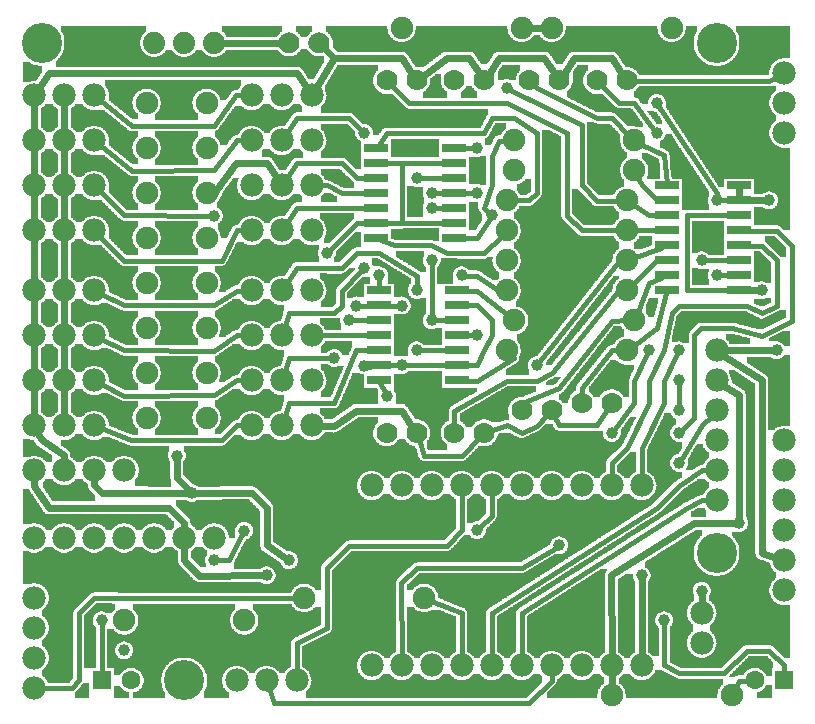
<source format=gtl>
G04 MADE WITH FRITZING*
G04 WWW.FRITZING.ORG*
G04 DOUBLE SIDED*
G04 HOLES PLATED*
G04 CONTOUR ON CENTER OF CONTOUR VECTOR*
%ASAXBY*%
%FSLAX23Y23*%
%MOIN*%
%OFA0B0*%
%SFA1.0B1.0*%
%ADD10C,0.075000*%
%ADD11C,0.039370*%
%ADD12C,0.078000*%
%ADD13C,0.133858*%
%ADD14C,0.074000*%
%ADD15C,0.062992*%
%ADD16C,0.070000*%
%ADD17R,0.062992X0.062992*%
%ADD18R,0.080000X0.026000*%
%ADD19C,0.016000*%
%ADD20C,0.024000*%
%ADD21R,0.001000X0.001000*%
%LNCOPPER1*%
G90*
G70*
G54D10*
X237Y2232D03*
X2482Y2226D03*
X1110Y2082D03*
X1977Y1894D03*
X1100Y1896D03*
X1782Y1659D03*
X553Y1879D03*
X553Y1729D03*
X2246Y2007D03*
X553Y1579D03*
X2322Y1579D03*
X269Y1504D03*
X839Y1492D03*
X553Y1429D03*
X553Y1279D03*
X553Y1129D03*
X1377Y1049D03*
X553Y979D03*
X2228Y510D03*
X1870Y621D03*
X902Y750D03*
X1915Y375D03*
X1385Y266D03*
X491Y306D03*
G54D11*
X2227Y826D03*
X1827Y551D03*
X302Y301D03*
X2177Y301D03*
X2302Y400D03*
X2102Y451D03*
X927Y501D03*
X1176Y1150D03*
X553Y850D03*
X777Y600D03*
X677Y501D03*
X602Y726D03*
G54D12*
X2302Y226D03*
X2302Y326D03*
G54D11*
X2428Y626D03*
X2127Y1201D03*
X2002Y926D03*
X2502Y1401D03*
X2552Y1201D03*
X2527Y1701D03*
X2227Y926D03*
X2227Y1201D03*
X2352Y1451D03*
X2227Y1101D03*
X2227Y1001D03*
X852Y451D03*
X1553Y601D03*
G54D10*
X777Y301D03*
X377Y301D03*
G54D11*
X377Y201D03*
G54D10*
X977Y376D03*
X1377Y376D03*
G54D12*
X677Y576D03*
X577Y576D03*
X477Y576D03*
X377Y576D03*
X277Y576D03*
X177Y576D03*
X77Y576D03*
X2577Y901D03*
X2577Y801D03*
X2577Y701D03*
X2577Y601D03*
X2577Y501D03*
X2577Y401D03*
G54D11*
X1652Y2076D03*
X2152Y2026D03*
X1602Y1651D03*
X2352Y1701D03*
X2302Y1501D03*
G54D13*
X577Y101D03*
G54D14*
X477Y2226D03*
X577Y2226D03*
X677Y2226D03*
X477Y2226D03*
X577Y2226D03*
X677Y2226D03*
G54D13*
X2352Y526D03*
X2352Y2226D03*
X102Y2226D03*
G54D11*
X676Y1650D03*
X1302Y1350D03*
X1302Y1151D03*
X1177Y1476D03*
X1127Y1301D03*
X1078Y1175D03*
X1253Y1050D03*
X1053Y1525D03*
X1151Y1350D03*
G54D12*
X77Y801D03*
X177Y801D03*
X277Y801D03*
X377Y801D03*
G54D11*
X1402Y1301D03*
X1352Y1402D03*
X1352Y1201D03*
X1552Y1726D03*
X1552Y1251D03*
X1502Y1451D03*
X1227Y1451D03*
X1402Y1501D03*
X1752Y1151D03*
G54D10*
X1702Y2276D03*
X1302Y2276D03*
X1802Y2276D03*
X2202Y2276D03*
X2002Y51D03*
X2402Y51D03*
G54D15*
X302Y101D03*
X401Y101D03*
X2577Y101D03*
X2479Y101D03*
G54D11*
X1352Y1776D03*
X1402Y1726D03*
X1402Y1675D03*
X2152Y1926D03*
X1552Y1876D03*
X1177Y1926D03*
G54D10*
X2052Y1501D03*
X1652Y1501D03*
X2052Y1601D03*
X1652Y1601D03*
X2052Y1401D03*
X1652Y1401D03*
X2052Y1701D03*
X1652Y1701D03*
X2077Y1301D03*
X1677Y1301D03*
X2077Y1801D03*
X1677Y1801D03*
X2052Y1201D03*
X1652Y1201D03*
X2077Y1901D03*
X1677Y1901D03*
G54D16*
X1352Y926D03*
X1252Y926D03*
X1577Y926D03*
X1477Y926D03*
X1352Y2101D03*
X1252Y2101D03*
X1577Y2101D03*
X1477Y2101D03*
X1802Y1001D03*
X1702Y1001D03*
X2002Y1026D03*
X1902Y1026D03*
X2052Y2101D03*
X1952Y2101D03*
X1827Y2101D03*
X1727Y2101D03*
G54D10*
X452Y976D03*
X652Y976D03*
X452Y1576D03*
X652Y1576D03*
X452Y1126D03*
X652Y1126D03*
X452Y1726D03*
X652Y1726D03*
X452Y1276D03*
X652Y1276D03*
X452Y1876D03*
X652Y1876D03*
X452Y1426D03*
X652Y1426D03*
X452Y2026D03*
X652Y2026D03*
G54D12*
X1002Y951D03*
X902Y951D03*
X802Y951D03*
X1002Y1601D03*
X902Y1601D03*
X802Y1601D03*
X1002Y1101D03*
X902Y1101D03*
X802Y1101D03*
X1002Y1751D03*
X902Y1751D03*
X802Y1751D03*
X1002Y1251D03*
X902Y1251D03*
X802Y1251D03*
X1002Y1901D03*
X902Y1901D03*
X802Y1901D03*
X1002Y1401D03*
X902Y1401D03*
X802Y1401D03*
X1002Y2051D03*
X902Y2051D03*
X802Y2051D03*
X2352Y701D03*
X2352Y801D03*
X2352Y901D03*
X2352Y1001D03*
X2352Y1101D03*
X2352Y1201D03*
X1202Y151D03*
X1302Y151D03*
X1402Y151D03*
X1502Y151D03*
X1602Y151D03*
X1702Y151D03*
X1802Y151D03*
X1902Y151D03*
X2002Y151D03*
X2102Y151D03*
X1202Y751D03*
X1302Y751D03*
X1402Y751D03*
X1502Y751D03*
X1602Y751D03*
X1702Y751D03*
X1802Y751D03*
X1902Y751D03*
X2002Y751D03*
X2102Y751D03*
X77Y376D03*
X77Y276D03*
X77Y176D03*
X77Y76D03*
X2577Y2126D03*
X2577Y2026D03*
X2577Y1926D03*
X752Y101D03*
X852Y101D03*
X952Y101D03*
X77Y951D03*
X177Y951D03*
X277Y951D03*
X77Y1601D03*
X177Y1601D03*
X277Y1601D03*
X77Y1101D03*
X177Y1101D03*
X277Y1101D03*
X77Y1751D03*
X177Y1751D03*
X277Y1751D03*
X77Y1251D03*
X177Y1251D03*
X277Y1251D03*
X77Y1901D03*
X177Y1901D03*
X277Y1901D03*
X77Y1401D03*
X177Y1401D03*
X277Y1401D03*
X77Y2051D03*
X177Y2051D03*
X277Y2051D03*
G54D16*
X927Y2226D03*
X1027Y2226D03*
G54D17*
X302Y101D03*
X2577Y101D03*
G54D18*
X1477Y1576D03*
X1477Y1626D03*
X1477Y1676D03*
X1477Y1726D03*
X1477Y1776D03*
X1477Y1826D03*
X1477Y1876D03*
X1216Y1876D03*
X1216Y1826D03*
X1216Y1776D03*
X1216Y1726D03*
X1216Y1676D03*
X1216Y1626D03*
X1216Y1576D03*
X1488Y1101D03*
X1488Y1151D03*
X1488Y1201D03*
X1488Y1251D03*
X1488Y1301D03*
X1488Y1351D03*
X1488Y1401D03*
X1227Y1401D03*
X1227Y1351D03*
X1227Y1301D03*
X1227Y1251D03*
X1227Y1201D03*
X1227Y1151D03*
X1227Y1101D03*
X2185Y1751D03*
X2185Y1701D03*
X2185Y1651D03*
X2185Y1601D03*
X2185Y1551D03*
X2185Y1501D03*
X2185Y1451D03*
X2185Y1401D03*
X2427Y1401D03*
X2427Y1451D03*
X2427Y1501D03*
X2427Y1551D03*
X2427Y1601D03*
X2427Y1651D03*
X2427Y1701D03*
X2427Y1751D03*
G54D19*
X1816Y544D02*
X1702Y476D01*
D02*
X2302Y951D02*
X2234Y837D01*
D02*
X1353Y476D02*
X1301Y426D01*
D02*
X1702Y476D02*
X1353Y476D01*
D02*
X2335Y983D02*
X2302Y951D01*
D02*
X1301Y426D02*
X1302Y175D01*
D02*
X302Y287D02*
X302Y122D01*
D02*
X2177Y151D02*
X2227Y125D01*
D02*
X2377Y125D02*
X2452Y200D01*
D02*
X2227Y125D02*
X2377Y125D01*
D02*
X2177Y287D02*
X2177Y151D01*
G54D20*
D02*
X127Y676D02*
X527Y676D01*
D02*
X527Y676D02*
X577Y626D01*
D02*
X77Y750D02*
X127Y676D01*
D02*
X176Y851D02*
X177Y831D01*
D02*
X102Y901D02*
X176Y851D01*
D02*
X91Y924D02*
X102Y901D01*
G54D19*
D02*
X2577Y151D02*
X2577Y122D01*
G54D20*
D02*
X2302Y381D02*
X2302Y356D01*
G54D19*
D02*
X2528Y200D02*
X2577Y151D01*
D02*
X2452Y200D02*
X2528Y200D01*
G54D20*
D02*
X621Y726D02*
X802Y726D01*
D02*
X303Y726D02*
X583Y726D01*
D02*
X278Y751D02*
X303Y726D01*
D02*
X852Y676D02*
X852Y551D01*
D02*
X852Y551D02*
X911Y511D01*
D02*
X802Y726D02*
X852Y676D01*
D02*
X278Y770D02*
X278Y751D01*
D02*
X2102Y432D02*
X2102Y181D01*
D02*
X577Y626D02*
X577Y606D01*
D02*
X77Y770D02*
X77Y750D01*
D02*
X901Y2226D02*
X708Y2226D01*
D02*
X1045Y2207D02*
X1077Y2175D01*
D02*
X1077Y2175D02*
X1018Y2076D01*
D02*
X1774Y2276D02*
X1731Y2276D01*
D02*
X553Y831D02*
X553Y775D01*
D02*
X553Y775D02*
X589Y739D01*
G54D19*
D02*
X727Y501D02*
X691Y501D01*
G54D20*
D02*
X1195Y1150D02*
X1193Y1150D01*
G54D19*
D02*
X771Y588D02*
X727Y501D01*
D02*
X2555Y2114D02*
X2527Y2100D01*
D02*
X2527Y2100D02*
X2073Y2100D01*
G54D20*
D02*
X2427Y1743D02*
X2427Y1708D01*
D02*
X2502Y1101D02*
X2377Y1184D01*
D02*
X2428Y645D02*
X2428Y1051D01*
D02*
X2428Y1051D02*
X2377Y1084D01*
D02*
X2549Y510D02*
X2502Y525D01*
D02*
X2502Y525D02*
X2502Y1101D01*
D02*
X2533Y1201D02*
X2382Y1201D01*
D02*
X2462Y1701D02*
X2508Y1701D01*
G54D19*
D02*
X2077Y1026D02*
X2010Y936D01*
D02*
X2277Y976D02*
X2277Y1251D01*
D02*
X2277Y1251D02*
X2301Y1276D01*
D02*
X2236Y935D02*
X2277Y976D01*
D02*
X2402Y1276D02*
X2502Y1250D01*
D02*
X2502Y1250D02*
X2603Y1300D01*
D02*
X2301Y1276D02*
X2402Y1276D01*
D02*
X2603Y1550D02*
X2552Y1600D01*
D02*
X2603Y1300D02*
X2603Y1550D01*
D02*
X2552Y1600D02*
X2462Y1600D01*
G54D20*
D02*
X2462Y1401D02*
X2483Y1401D01*
G54D19*
D02*
X2121Y1188D02*
X2077Y1100D01*
D02*
X2077Y1100D02*
X2077Y1026D01*
D02*
X2177Y1201D02*
X2202Y1325D01*
D02*
X2128Y1100D02*
X2177Y1201D01*
D02*
X2452Y1350D02*
X2502Y1325D01*
D02*
X2128Y1026D02*
X2128Y1100D01*
D02*
X2227Y1350D02*
X2452Y1350D01*
D02*
X2052Y875D02*
X2128Y1026D01*
D02*
X2002Y825D02*
X2052Y875D01*
D02*
X2502Y1325D02*
X2552Y1350D01*
D02*
X2202Y1325D02*
X2227Y1350D01*
D02*
X2552Y1350D02*
X2552Y1501D01*
D02*
X2552Y1501D02*
X2502Y1550D01*
D02*
X2002Y775D02*
X2002Y825D01*
D02*
X2502Y1550D02*
X2462Y1550D01*
D02*
X2102Y875D02*
X2177Y1026D01*
D02*
X2177Y1100D02*
X2221Y1189D01*
D02*
X2177Y1026D02*
X2177Y1100D01*
D02*
X2102Y775D02*
X2102Y875D01*
D02*
X2227Y1014D02*
X2227Y1087D01*
D02*
X2366Y1451D02*
X2393Y1451D01*
G54D20*
D02*
X2002Y79D02*
X2002Y120D01*
G54D19*
D02*
X2426Y100D02*
X2412Y71D01*
D02*
X2457Y100D02*
X2426Y100D01*
D02*
X1502Y601D02*
X1502Y726D01*
D02*
X1052Y476D02*
X1128Y550D01*
D02*
X1052Y275D02*
X1052Y476D01*
D02*
X1453Y550D02*
X1502Y601D01*
D02*
X1128Y550D02*
X1453Y550D01*
D02*
X952Y225D02*
X1052Y275D01*
D02*
X1802Y100D02*
X1802Y126D01*
D02*
X877Y26D02*
X1727Y26D01*
D02*
X860Y77D02*
X877Y26D01*
D02*
X1727Y26D02*
X1802Y100D01*
D02*
X2252Y676D02*
X1702Y325D01*
D02*
X2152Y676D02*
X2226Y750D01*
D02*
X2226Y750D02*
X2303Y801D01*
D02*
X2303Y801D02*
X2328Y801D01*
D02*
X2303Y701D02*
X2252Y676D01*
D02*
X2328Y701D02*
X2303Y701D01*
D02*
X1702Y325D02*
X1702Y175D01*
D02*
X1602Y175D02*
X1602Y325D01*
D02*
X1602Y325D02*
X2152Y676D01*
G54D20*
D02*
X2001Y451D02*
X2002Y181D01*
D02*
X2409Y626D02*
X2277Y625D01*
D02*
X2277Y625D02*
X2001Y451D01*
G54D19*
D02*
X203Y75D02*
X227Y102D01*
D02*
X227Y325D02*
X277Y376D01*
D02*
X277Y376D02*
X954Y376D01*
D02*
X102Y75D02*
X203Y75D01*
D02*
X227Y102D02*
X227Y325D01*
D02*
X1502Y175D02*
X1502Y325D01*
D02*
X1502Y325D02*
X1399Y367D01*
D02*
X952Y125D02*
X952Y225D01*
G54D20*
D02*
X833Y451D02*
X627Y450D01*
D02*
X627Y450D02*
X578Y501D01*
D02*
X578Y501D02*
X577Y545D01*
G54D19*
D02*
X1602Y650D02*
X1562Y611D01*
D02*
X1602Y726D02*
X1602Y650D01*
G54D20*
D02*
X177Y1431D02*
X177Y1570D01*
D02*
X1302Y2175D02*
X1078Y2175D01*
D02*
X1338Y2122D02*
X1302Y2175D01*
D02*
X1078Y2175D02*
X1018Y2076D01*
D02*
X952Y2125D02*
X985Y2076D01*
D02*
X128Y2125D02*
X952Y2125D01*
D02*
X94Y2075D02*
X128Y2125D01*
D02*
X1078Y950D02*
X1032Y950D01*
D02*
X1151Y1000D02*
X1078Y950D01*
D02*
X1302Y1000D02*
X1151Y1000D01*
D02*
X1338Y947D02*
X1302Y1000D01*
G54D19*
D02*
X2352Y1726D02*
X2352Y1714D01*
D02*
X2160Y2014D02*
X2352Y1726D01*
D02*
X2128Y1426D02*
X2086Y1322D01*
D02*
X2168Y1443D02*
X2128Y1426D01*
D02*
X2183Y1393D02*
X2153Y1276D01*
D02*
X2153Y1276D02*
X2071Y1214D01*
D02*
X2185Y1758D02*
X2177Y1851D01*
D02*
X2177Y1851D02*
X2098Y1890D01*
D02*
X2102Y1751D02*
X2088Y1780D01*
D02*
X2185Y1701D02*
X2153Y1701D01*
D02*
X2153Y1701D02*
X2102Y1751D01*
D02*
X2151Y1651D02*
X2128Y1651D01*
D02*
X2128Y1651D02*
X2071Y1688D01*
D02*
X2151Y1601D02*
X2102Y1601D01*
D02*
X2102Y1601D02*
X2075Y1601D01*
D02*
X2165Y1543D02*
X2074Y1509D01*
D02*
X2185Y1501D02*
X2153Y1501D01*
D02*
X2102Y1451D02*
X2068Y1417D01*
D02*
X2153Y1501D02*
X2102Y1451D01*
D02*
X2316Y1501D02*
X2393Y1501D01*
D02*
X2252Y1401D02*
X2393Y1401D01*
D02*
X2393Y1651D02*
X2252Y1651D01*
D02*
X2252Y1651D02*
X2252Y1401D01*
D02*
X2366Y1701D02*
X2393Y1701D01*
D02*
X403Y1950D02*
X296Y2035D01*
D02*
X751Y2052D02*
X677Y1950D01*
D02*
X778Y2051D02*
X751Y2052D01*
D02*
X677Y1950D02*
X403Y1950D01*
D02*
X663Y1650D02*
X377Y1651D01*
D02*
X377Y1651D02*
X295Y1733D01*
D02*
X402Y1800D02*
X296Y1885D01*
D02*
X752Y1901D02*
X677Y1801D01*
D02*
X677Y1801D02*
X402Y1800D01*
D02*
X778Y1901D02*
X752Y1901D01*
D02*
X952Y1476D02*
X916Y1421D01*
D02*
X1193Y1301D02*
X1141Y1301D01*
D02*
X1064Y1175D02*
X927Y1176D01*
D02*
X927Y1176D02*
X910Y1124D01*
D02*
X1227Y1526D02*
X1153Y1526D01*
D02*
X1476Y1300D02*
X1488Y1301D01*
D02*
X1352Y1415D02*
X1353Y1450D01*
D02*
X1151Y1201D02*
X1193Y1201D01*
D02*
X1454Y1201D02*
X1366Y1201D01*
D02*
X1415Y1301D02*
X1476Y1300D01*
D02*
X1102Y1350D02*
X1102Y1400D01*
D02*
X1102Y1400D02*
X1168Y1466D01*
D02*
X1102Y1476D02*
X952Y1476D01*
D02*
X1153Y1526D02*
X1102Y1476D01*
D02*
X1078Y1326D02*
X1102Y1350D01*
D02*
X910Y1274D02*
X927Y1326D01*
D02*
X927Y1326D02*
X1078Y1326D01*
D02*
X1353Y1450D02*
X1227Y1526D01*
D02*
X910Y974D02*
X927Y1026D01*
D02*
X1193Y1251D02*
X1027Y1251D01*
D02*
X927Y1026D02*
X1078Y1026D01*
D02*
X1078Y1026D02*
X1151Y1201D01*
D02*
X1552Y1450D02*
X1516Y1450D01*
D02*
X1629Y1400D02*
X1627Y1400D01*
D02*
X1227Y1437D02*
X1227Y1408D01*
D02*
X1553Y1400D02*
X1523Y1400D01*
D02*
X1627Y1400D02*
X1552Y1450D01*
D02*
X1659Y1315D02*
X1630Y1338D01*
D02*
X1231Y1093D02*
X1247Y1062D01*
D02*
X1630Y1338D02*
X1553Y1400D01*
D02*
X1454Y1151D02*
X1262Y1151D01*
D02*
X1262Y1151D02*
X1289Y1151D01*
D02*
X1289Y1350D02*
X1262Y1350D01*
D02*
X1165Y1350D02*
X1193Y1350D01*
D02*
X1552Y1351D02*
X1602Y1301D01*
D02*
X1552Y1151D02*
X1523Y1151D01*
D02*
X1677Y1175D02*
X1553Y1100D01*
D02*
X1668Y1184D02*
X1677Y1175D01*
D02*
X1553Y1100D02*
X1523Y1100D01*
D02*
X1602Y1251D02*
X1577Y1201D01*
D02*
X1602Y1301D02*
X1602Y1251D01*
D02*
X1523Y1351D02*
X1552Y1351D01*
D02*
X1577Y1201D02*
X1552Y1151D01*
D02*
X1538Y1251D02*
X1523Y1251D01*
D02*
X1512Y1726D02*
X1538Y1726D01*
D02*
X2027Y1401D02*
X2029Y1401D01*
D02*
X2052Y1301D02*
X2054Y1301D01*
D02*
X1802Y1126D02*
X2027Y1401D01*
D02*
X1752Y1100D02*
X1802Y1126D01*
D02*
X1652Y1100D02*
X1752Y1100D01*
D02*
X1477Y946D02*
X1478Y1000D01*
D02*
X1478Y1000D02*
X1652Y1100D01*
D02*
X2003Y1201D02*
X2029Y1201D01*
D02*
X1902Y1046D02*
X1902Y1076D01*
D02*
X1902Y1076D02*
X2003Y1201D01*
D02*
X1402Y1487D02*
X1402Y1314D01*
D02*
X1760Y1161D02*
X2027Y1500D01*
D02*
X2027Y1500D02*
X2029Y1500D01*
D02*
X1502Y850D02*
X1563Y911D01*
D02*
X1359Y906D02*
X1377Y850D01*
D02*
X1377Y850D02*
X1502Y850D01*
D02*
X1702Y926D02*
X1752Y950D01*
D02*
X1652Y951D02*
X1702Y926D01*
D02*
X1597Y932D02*
X1652Y951D01*
D02*
X1752Y950D02*
X1788Y986D01*
D02*
X1827Y951D02*
X1811Y982D01*
D02*
X1991Y1008D02*
X1952Y951D01*
D02*
X1952Y951D02*
X1827Y951D01*
D02*
X1702Y1026D02*
X1827Y1075D01*
D02*
X1827Y1075D02*
X2002Y1300D01*
D02*
X2002Y1300D02*
X2052Y1301D01*
D02*
X1702Y1021D02*
X1702Y1026D01*
D02*
X377Y1202D02*
X678Y1200D01*
D02*
X752Y1251D02*
X778Y1251D01*
D02*
X299Y1240D02*
X377Y1202D01*
D02*
X678Y1200D02*
X752Y1251D01*
D02*
X377Y1351D02*
X678Y1351D01*
D02*
X299Y1390D02*
X377Y1351D01*
D02*
X752Y1400D02*
X778Y1400D01*
D02*
X678Y1351D02*
X752Y1400D01*
D02*
X752Y951D02*
X778Y951D01*
D02*
X702Y901D02*
X752Y951D01*
D02*
X300Y941D02*
X401Y901D01*
D02*
X401Y901D02*
X702Y901D01*
D02*
X752Y1101D02*
X778Y1101D01*
D02*
X678Y1051D02*
X752Y1101D01*
D02*
X299Y1089D02*
X377Y1050D01*
D02*
X377Y1050D02*
X678Y1051D01*
G54D20*
D02*
X77Y1070D02*
X77Y981D01*
D02*
X77Y1220D02*
X77Y1131D01*
D02*
X77Y1370D02*
X77Y1281D01*
D02*
X77Y1570D02*
X77Y1431D01*
D02*
X77Y1631D02*
X77Y1720D01*
D02*
X77Y1781D02*
X77Y1870D01*
D02*
X77Y1931D02*
X77Y2020D01*
D02*
X677Y1725D02*
X751Y1825D01*
D02*
X751Y1825D02*
X853Y1825D01*
D02*
X681Y1725D02*
X677Y1725D01*
D02*
X853Y1825D02*
X886Y1776D01*
D02*
X177Y1631D02*
X177Y1720D01*
D02*
X177Y1781D02*
X177Y1870D01*
D02*
X177Y1931D02*
X177Y2020D01*
G54D19*
D02*
X377Y1500D02*
X294Y1583D01*
D02*
X752Y1601D02*
X702Y1500D01*
D02*
X778Y1601D02*
X752Y1601D01*
D02*
X702Y1500D02*
X377Y1500D01*
D02*
X953Y1676D02*
X1182Y1676D01*
D02*
X1053Y1751D02*
X1027Y1751D01*
D02*
X1182Y1726D02*
X1102Y1725D01*
D02*
X1102Y1725D02*
X1053Y1751D01*
D02*
X1153Y1776D02*
X1182Y1776D01*
D02*
X1102Y1825D02*
X1153Y1776D01*
D02*
X916Y1771D02*
X953Y1825D01*
D02*
X953Y1825D02*
X1102Y1825D01*
D02*
X1443Y1826D02*
X1251Y1826D01*
D02*
X1302Y1626D02*
X1251Y1626D01*
D02*
X1251Y1826D02*
X1302Y1826D01*
D02*
X1302Y1826D02*
X1302Y1626D01*
D02*
X1127Y1975D02*
X953Y1976D01*
D02*
X1168Y1935D02*
X1127Y1975D01*
D02*
X1443Y1776D02*
X1365Y1776D01*
D02*
X953Y1976D02*
X916Y1921D01*
D02*
X916Y1621D02*
X953Y1676D01*
D02*
X1415Y1726D02*
X1443Y1726D01*
D02*
X1152Y1625D02*
X1062Y1535D01*
D02*
X1182Y1625D02*
X1152Y1625D01*
D02*
X1443Y1626D02*
X1251Y1626D01*
D02*
X1415Y1675D02*
X1443Y1675D01*
D02*
X2002Y1976D02*
X2061Y1917D01*
D02*
X1952Y1976D02*
X2002Y1976D01*
D02*
X1752Y2076D02*
X1952Y1976D01*
D02*
X1742Y2086D02*
X1752Y2076D01*
D02*
X2078Y2026D02*
X2144Y1936D01*
D02*
X2027Y2026D02*
X2078Y2026D01*
D02*
X1967Y2086D02*
X2027Y2026D01*
G54D20*
D02*
X1452Y2175D02*
X1527Y2176D01*
D02*
X1527Y2176D02*
X1563Y2122D01*
D02*
X1373Y2116D02*
X1452Y2175D01*
D02*
X1627Y2176D02*
X1778Y2176D01*
D02*
X1778Y2176D02*
X1813Y2122D01*
D02*
X1592Y2122D02*
X1627Y2176D01*
D02*
X1877Y2176D02*
X2002Y2176D01*
D02*
X2002Y2176D02*
X2038Y2122D01*
D02*
X1842Y2122D02*
X1877Y2176D01*
G54D19*
D02*
X1327Y2026D02*
X1652Y2025D01*
D02*
X1853Y1926D02*
X1853Y1650D01*
D02*
X1627Y1900D02*
X1602Y1850D01*
D02*
X1595Y1639D02*
X1552Y1575D01*
D02*
X1539Y1876D02*
X1512Y1876D01*
D02*
X1603Y1751D02*
X1577Y1675D01*
D02*
X1577Y1675D02*
X1592Y1660D01*
D02*
X1602Y1850D02*
X1603Y1751D01*
D02*
X1654Y1900D02*
X1627Y1900D01*
D02*
X1552Y1575D02*
X1512Y1576D01*
D02*
X1452Y1526D02*
X1401Y1551D01*
D02*
X1401Y1551D02*
X1278Y1551D01*
D02*
X1577Y1525D02*
X1452Y1526D01*
D02*
X1636Y1584D02*
X1577Y1525D01*
D02*
X1278Y1551D02*
X1234Y1568D01*
D02*
X1902Y1601D02*
X2029Y1601D01*
D02*
X1853Y1650D02*
X1902Y1601D01*
D02*
X1652Y2025D02*
X1853Y1926D01*
D02*
X1267Y2086D02*
X1327Y2026D01*
D02*
X1952Y1700D02*
X2029Y1700D01*
D02*
X1902Y1751D02*
X1952Y1700D01*
D02*
X1902Y1951D02*
X1902Y1751D01*
D02*
X1664Y2070D02*
X1902Y1951D01*
D02*
X1677Y1976D02*
X1752Y1926D01*
D02*
X1577Y1926D02*
X1603Y1976D01*
D02*
X1603Y1976D02*
X1677Y1976D01*
D02*
X1252Y1926D02*
X1577Y1926D01*
D02*
X1752Y1926D02*
X1752Y1725D01*
D02*
X1752Y1725D02*
X1727Y1701D01*
D02*
X1222Y1883D02*
X1252Y1926D01*
D02*
X1727Y1701D02*
X1675Y1701D01*
G54D20*
D02*
X177Y1070D02*
X177Y981D01*
D02*
X177Y1220D02*
X177Y1131D01*
D02*
X177Y1370D02*
X177Y1281D01*
G36*
X168Y2283D02*
X168Y2263D01*
X170Y2263D01*
X170Y2259D01*
X172Y2259D01*
X172Y2255D01*
X174Y2255D01*
X174Y2251D01*
X176Y2251D01*
X176Y2243D01*
X178Y2243D01*
X178Y2227D01*
X180Y2227D01*
X180Y2225D01*
X178Y2225D01*
X178Y2209D01*
X176Y2209D01*
X176Y2201D01*
X174Y2201D01*
X174Y2195D01*
X172Y2195D01*
X172Y2191D01*
X170Y2191D01*
X170Y2187D01*
X168Y2187D01*
X168Y2185D01*
X166Y2185D01*
X166Y2181D01*
X164Y2181D01*
X164Y2179D01*
X466Y2179D01*
X466Y2181D01*
X460Y2181D01*
X460Y2183D01*
X456Y2183D01*
X456Y2185D01*
X452Y2185D01*
X452Y2187D01*
X450Y2187D01*
X450Y2189D01*
X446Y2189D01*
X446Y2191D01*
X444Y2191D01*
X444Y2193D01*
X442Y2193D01*
X442Y2195D01*
X440Y2195D01*
X440Y2199D01*
X438Y2199D01*
X438Y2201D01*
X436Y2201D01*
X436Y2205D01*
X434Y2205D01*
X434Y2211D01*
X432Y2211D01*
X432Y2217D01*
X430Y2217D01*
X430Y2235D01*
X432Y2235D01*
X432Y2241D01*
X434Y2241D01*
X434Y2247D01*
X436Y2247D01*
X436Y2249D01*
X438Y2249D01*
X438Y2253D01*
X440Y2253D01*
X440Y2255D01*
X442Y2255D01*
X442Y2257D01*
X444Y2257D01*
X444Y2259D01*
X446Y2259D01*
X446Y2261D01*
X448Y2261D01*
X448Y2263D01*
X450Y2263D01*
X450Y2283D01*
X168Y2283D01*
G37*
D02*
G36*
X966Y2205D02*
X966Y2201D01*
X964Y2201D01*
X964Y2199D01*
X962Y2199D01*
X962Y2197D01*
X960Y2197D01*
X960Y2195D01*
X958Y2195D01*
X958Y2193D01*
X956Y2193D01*
X956Y2191D01*
X954Y2191D01*
X954Y2189D01*
X952Y2189D01*
X952Y2187D01*
X948Y2187D01*
X948Y2185D01*
X944Y2185D01*
X944Y2183D01*
X938Y2183D01*
X938Y2181D01*
X1018Y2181D01*
X1018Y2183D01*
X1010Y2183D01*
X1010Y2185D01*
X1006Y2185D01*
X1006Y2187D01*
X1002Y2187D01*
X1002Y2189D01*
X1000Y2189D01*
X1000Y2191D01*
X998Y2191D01*
X998Y2193D01*
X996Y2193D01*
X996Y2195D01*
X994Y2195D01*
X994Y2197D01*
X992Y2197D01*
X992Y2199D01*
X990Y2199D01*
X990Y2203D01*
X988Y2203D01*
X988Y2205D01*
X966Y2205D01*
G37*
D02*
G36*
X718Y2203D02*
X718Y2201D01*
X716Y2201D01*
X716Y2199D01*
X714Y2199D01*
X714Y2195D01*
X712Y2195D01*
X712Y2193D01*
X710Y2193D01*
X710Y2191D01*
X708Y2191D01*
X708Y2189D01*
X704Y2189D01*
X704Y2187D01*
X702Y2187D01*
X702Y2185D01*
X698Y2185D01*
X698Y2183D01*
X694Y2183D01*
X694Y2181D01*
X918Y2181D01*
X918Y2183D01*
X910Y2183D01*
X910Y2185D01*
X906Y2185D01*
X906Y2187D01*
X902Y2187D01*
X902Y2189D01*
X900Y2189D01*
X900Y2191D01*
X898Y2191D01*
X898Y2193D01*
X896Y2193D01*
X896Y2195D01*
X894Y2195D01*
X894Y2197D01*
X892Y2197D01*
X892Y2199D01*
X890Y2199D01*
X890Y2203D01*
X718Y2203D01*
G37*
D02*
G36*
X516Y2201D02*
X516Y2199D01*
X514Y2199D01*
X514Y2195D01*
X512Y2195D01*
X512Y2193D01*
X510Y2193D01*
X510Y2191D01*
X508Y2191D01*
X508Y2189D01*
X504Y2189D01*
X504Y2187D01*
X502Y2187D01*
X502Y2185D01*
X498Y2185D01*
X498Y2183D01*
X494Y2183D01*
X494Y2181D01*
X488Y2181D01*
X488Y2179D01*
X566Y2179D01*
X566Y2181D01*
X560Y2181D01*
X560Y2183D01*
X556Y2183D01*
X556Y2185D01*
X552Y2185D01*
X552Y2187D01*
X550Y2187D01*
X550Y2189D01*
X546Y2189D01*
X546Y2191D01*
X544Y2191D01*
X544Y2193D01*
X542Y2193D01*
X542Y2195D01*
X540Y2195D01*
X540Y2199D01*
X538Y2199D01*
X538Y2201D01*
X516Y2201D01*
G37*
D02*
G36*
X616Y2201D02*
X616Y2199D01*
X614Y2199D01*
X614Y2195D01*
X612Y2195D01*
X612Y2193D01*
X610Y2193D01*
X610Y2191D01*
X608Y2191D01*
X608Y2189D01*
X604Y2189D01*
X604Y2187D01*
X602Y2187D01*
X602Y2185D01*
X598Y2185D01*
X598Y2183D01*
X594Y2183D01*
X594Y2181D01*
X588Y2181D01*
X588Y2179D01*
X666Y2179D01*
X666Y2181D01*
X660Y2181D01*
X660Y2183D01*
X656Y2183D01*
X656Y2185D01*
X652Y2185D01*
X652Y2187D01*
X650Y2187D01*
X650Y2189D01*
X646Y2189D01*
X646Y2191D01*
X644Y2191D01*
X644Y2193D01*
X642Y2193D01*
X642Y2195D01*
X640Y2195D01*
X640Y2199D01*
X638Y2199D01*
X638Y2201D01*
X616Y2201D01*
G37*
D02*
G36*
X688Y2181D02*
X688Y2179D01*
X1042Y2179D01*
X1042Y2181D01*
X688Y2181D01*
G37*
D02*
G36*
X688Y2181D02*
X688Y2179D01*
X1042Y2179D01*
X1042Y2181D01*
X688Y2181D01*
G37*
D02*
G36*
X162Y2179D02*
X162Y2177D01*
X1042Y2177D01*
X1042Y2179D01*
X162Y2179D01*
G37*
D02*
G36*
X162Y2179D02*
X162Y2177D01*
X1042Y2177D01*
X1042Y2179D01*
X162Y2179D01*
G37*
D02*
G36*
X162Y2179D02*
X162Y2177D01*
X1042Y2177D01*
X1042Y2179D01*
X162Y2179D01*
G37*
D02*
G36*
X162Y2179D02*
X162Y2177D01*
X1042Y2177D01*
X1042Y2179D01*
X162Y2179D01*
G37*
D02*
G36*
X160Y2177D02*
X160Y2175D01*
X158Y2175D01*
X158Y2171D01*
X156Y2171D01*
X156Y2169D01*
X152Y2169D01*
X152Y2167D01*
X150Y2167D01*
X150Y2147D01*
X960Y2147D01*
X960Y2145D01*
X964Y2145D01*
X964Y2143D01*
X966Y2143D01*
X966Y2141D01*
X968Y2141D01*
X968Y2139D01*
X970Y2139D01*
X970Y2137D01*
X972Y2137D01*
X972Y2133D01*
X974Y2133D01*
X974Y2131D01*
X976Y2131D01*
X976Y2127D01*
X978Y2127D01*
X978Y2125D01*
X980Y2125D01*
X980Y2121D01*
X982Y2121D01*
X982Y2119D01*
X984Y2119D01*
X984Y2115D01*
X986Y2115D01*
X986Y2113D01*
X988Y2113D01*
X988Y2109D01*
X990Y2109D01*
X990Y2107D01*
X1010Y2107D01*
X1010Y2109D01*
X1012Y2109D01*
X1012Y2111D01*
X1014Y2111D01*
X1014Y2115D01*
X1016Y2115D01*
X1016Y2119D01*
X1018Y2119D01*
X1018Y2121D01*
X1020Y2121D01*
X1020Y2125D01*
X1022Y2125D01*
X1022Y2129D01*
X1024Y2129D01*
X1024Y2131D01*
X1026Y2131D01*
X1026Y2135D01*
X1028Y2135D01*
X1028Y2139D01*
X1030Y2139D01*
X1030Y2141D01*
X1032Y2141D01*
X1032Y2145D01*
X1034Y2145D01*
X1034Y2149D01*
X1036Y2149D01*
X1036Y2151D01*
X1038Y2151D01*
X1038Y2155D01*
X1040Y2155D01*
X1040Y2159D01*
X1042Y2159D01*
X1042Y2177D01*
X160Y2177D01*
G37*
D02*
G36*
X704Y2283D02*
X704Y2263D01*
X706Y2263D01*
X706Y2261D01*
X710Y2261D01*
X710Y2259D01*
X712Y2259D01*
X712Y2255D01*
X714Y2255D01*
X714Y2253D01*
X716Y2253D01*
X716Y2251D01*
X718Y2251D01*
X718Y2247D01*
X888Y2247D01*
X888Y2249D01*
X890Y2249D01*
X890Y2253D01*
X892Y2253D01*
X892Y2255D01*
X894Y2255D01*
X894Y2257D01*
X896Y2257D01*
X896Y2259D01*
X898Y2259D01*
X898Y2261D01*
X900Y2261D01*
X900Y2263D01*
X904Y2263D01*
X904Y2283D01*
X704Y2283D01*
G37*
D02*
G36*
X950Y2283D02*
X950Y2263D01*
X954Y2263D01*
X954Y2261D01*
X956Y2261D01*
X956Y2259D01*
X958Y2259D01*
X958Y2257D01*
X960Y2257D01*
X960Y2255D01*
X962Y2255D01*
X962Y2253D01*
X964Y2253D01*
X964Y2249D01*
X966Y2249D01*
X966Y2247D01*
X968Y2247D01*
X968Y2245D01*
X988Y2245D01*
X988Y2249D01*
X990Y2249D01*
X990Y2253D01*
X992Y2253D01*
X992Y2255D01*
X994Y2255D01*
X994Y2257D01*
X996Y2257D01*
X996Y2259D01*
X998Y2259D01*
X998Y2261D01*
X1000Y2261D01*
X1000Y2263D01*
X1004Y2263D01*
X1004Y2283D01*
X950Y2283D01*
G37*
D02*
G36*
X1050Y2283D02*
X1050Y2263D01*
X1054Y2263D01*
X1054Y2261D01*
X1056Y2261D01*
X1056Y2259D01*
X1058Y2259D01*
X1058Y2257D01*
X1060Y2257D01*
X1060Y2255D01*
X1062Y2255D01*
X1062Y2253D01*
X1064Y2253D01*
X1064Y2249D01*
X1066Y2249D01*
X1066Y2247D01*
X1068Y2247D01*
X1068Y2241D01*
X1070Y2241D01*
X1070Y2235D01*
X1072Y2235D01*
X1072Y2229D01*
X1290Y2229D01*
X1290Y2231D01*
X1284Y2231D01*
X1284Y2233D01*
X1280Y2233D01*
X1280Y2235D01*
X1276Y2235D01*
X1276Y2237D01*
X1274Y2237D01*
X1274Y2239D01*
X1272Y2239D01*
X1272Y2241D01*
X1268Y2241D01*
X1268Y2243D01*
X1266Y2243D01*
X1266Y2247D01*
X1264Y2247D01*
X1264Y2249D01*
X1262Y2249D01*
X1262Y2253D01*
X1260Y2253D01*
X1260Y2255D01*
X1258Y2255D01*
X1258Y2261D01*
X1256Y2261D01*
X1256Y2271D01*
X1254Y2271D01*
X1254Y2283D01*
X1050Y2283D01*
G37*
D02*
G36*
X1350Y2283D02*
X1350Y2269D01*
X1348Y2269D01*
X1348Y2261D01*
X1346Y2261D01*
X1346Y2255D01*
X1344Y2255D01*
X1344Y2253D01*
X1342Y2253D01*
X1342Y2249D01*
X1340Y2249D01*
X1340Y2247D01*
X1338Y2247D01*
X1338Y2243D01*
X1336Y2243D01*
X1336Y2241D01*
X1334Y2241D01*
X1334Y2239D01*
X1330Y2239D01*
X1330Y2237D01*
X1328Y2237D01*
X1328Y2235D01*
X1324Y2235D01*
X1324Y2233D01*
X1320Y2233D01*
X1320Y2231D01*
X1314Y2231D01*
X1314Y2229D01*
X1690Y2229D01*
X1690Y2231D01*
X1684Y2231D01*
X1684Y2233D01*
X1680Y2233D01*
X1680Y2235D01*
X1676Y2235D01*
X1676Y2237D01*
X1674Y2237D01*
X1674Y2239D01*
X1672Y2239D01*
X1672Y2241D01*
X1668Y2241D01*
X1668Y2243D01*
X1666Y2243D01*
X1666Y2247D01*
X1664Y2247D01*
X1664Y2249D01*
X1662Y2249D01*
X1662Y2253D01*
X1660Y2253D01*
X1660Y2255D01*
X1658Y2255D01*
X1658Y2261D01*
X1656Y2261D01*
X1656Y2271D01*
X1654Y2271D01*
X1654Y2283D01*
X1350Y2283D01*
G37*
D02*
G36*
X1850Y2283D02*
X1850Y2269D01*
X1848Y2269D01*
X1848Y2261D01*
X1846Y2261D01*
X1846Y2255D01*
X1844Y2255D01*
X1844Y2253D01*
X1842Y2253D01*
X1842Y2249D01*
X1840Y2249D01*
X1840Y2247D01*
X1838Y2247D01*
X1838Y2243D01*
X1836Y2243D01*
X1836Y2241D01*
X1834Y2241D01*
X1834Y2239D01*
X1830Y2239D01*
X1830Y2237D01*
X1828Y2237D01*
X1828Y2235D01*
X1824Y2235D01*
X1824Y2233D01*
X1820Y2233D01*
X1820Y2231D01*
X1814Y2231D01*
X1814Y2229D01*
X2190Y2229D01*
X2190Y2231D01*
X2184Y2231D01*
X2184Y2233D01*
X2180Y2233D01*
X2180Y2235D01*
X2176Y2235D01*
X2176Y2237D01*
X2174Y2237D01*
X2174Y2239D01*
X2172Y2239D01*
X2172Y2241D01*
X2168Y2241D01*
X2168Y2243D01*
X2166Y2243D01*
X2166Y2247D01*
X2164Y2247D01*
X2164Y2249D01*
X2162Y2249D01*
X2162Y2253D01*
X2160Y2253D01*
X2160Y2255D01*
X2158Y2255D01*
X2158Y2261D01*
X2156Y2261D01*
X2156Y2271D01*
X2154Y2271D01*
X2154Y2283D01*
X1850Y2283D01*
G37*
D02*
G36*
X2250Y2283D02*
X2250Y2269D01*
X2248Y2269D01*
X2248Y2261D01*
X2246Y2261D01*
X2246Y2255D01*
X2244Y2255D01*
X2244Y2253D01*
X2242Y2253D01*
X2242Y2249D01*
X2240Y2249D01*
X2240Y2247D01*
X2238Y2247D01*
X2238Y2243D01*
X2236Y2243D01*
X2236Y2241D01*
X2234Y2241D01*
X2234Y2239D01*
X2230Y2239D01*
X2230Y2237D01*
X2228Y2237D01*
X2228Y2235D01*
X2224Y2235D01*
X2224Y2233D01*
X2220Y2233D01*
X2220Y2231D01*
X2214Y2231D01*
X2214Y2229D01*
X2276Y2229D01*
X2276Y2241D01*
X2278Y2241D01*
X2278Y2249D01*
X2280Y2249D01*
X2280Y2255D01*
X2282Y2255D01*
X2282Y2259D01*
X2284Y2259D01*
X2284Y2263D01*
X2286Y2263D01*
X2286Y2283D01*
X2250Y2283D01*
G37*
D02*
G36*
X2418Y2283D02*
X2418Y2263D01*
X2420Y2263D01*
X2420Y2259D01*
X2422Y2259D01*
X2422Y2255D01*
X2424Y2255D01*
X2424Y2251D01*
X2426Y2251D01*
X2426Y2243D01*
X2428Y2243D01*
X2428Y2227D01*
X2430Y2227D01*
X2430Y2225D01*
X2428Y2225D01*
X2428Y2209D01*
X2426Y2209D01*
X2426Y2201D01*
X2424Y2201D01*
X2424Y2195D01*
X2422Y2195D01*
X2422Y2191D01*
X2420Y2191D01*
X2420Y2187D01*
X2418Y2187D01*
X2418Y2185D01*
X2416Y2185D01*
X2416Y2181D01*
X2414Y2181D01*
X2414Y2179D01*
X2412Y2179D01*
X2412Y2177D01*
X2410Y2177D01*
X2410Y2175D01*
X2408Y2175D01*
X2408Y2171D01*
X2406Y2171D01*
X2406Y2169D01*
X2402Y2169D01*
X2402Y2167D01*
X2400Y2167D01*
X2400Y2165D01*
X2398Y2165D01*
X2398Y2163D01*
X2396Y2163D01*
X2396Y2161D01*
X2392Y2161D01*
X2392Y2159D01*
X2388Y2159D01*
X2388Y2157D01*
X2384Y2157D01*
X2384Y2155D01*
X2380Y2155D01*
X2380Y2153D01*
X2374Y2153D01*
X2374Y2151D01*
X2366Y2151D01*
X2366Y2149D01*
X2534Y2149D01*
X2534Y2151D01*
X2536Y2151D01*
X2536Y2153D01*
X2538Y2153D01*
X2538Y2157D01*
X2540Y2157D01*
X2540Y2159D01*
X2542Y2159D01*
X2542Y2161D01*
X2544Y2161D01*
X2544Y2163D01*
X2546Y2163D01*
X2546Y2165D01*
X2550Y2165D01*
X2550Y2167D01*
X2552Y2167D01*
X2552Y2169D01*
X2556Y2169D01*
X2556Y2171D01*
X2562Y2171D01*
X2562Y2173D01*
X2570Y2173D01*
X2570Y2175D01*
X2596Y2175D01*
X2596Y2283D01*
X2418Y2283D01*
G37*
D02*
G36*
X1742Y2253D02*
X1742Y2249D01*
X1740Y2249D01*
X1740Y2247D01*
X1738Y2247D01*
X1738Y2243D01*
X1736Y2243D01*
X1736Y2241D01*
X1734Y2241D01*
X1734Y2239D01*
X1730Y2239D01*
X1730Y2237D01*
X1728Y2237D01*
X1728Y2235D01*
X1724Y2235D01*
X1724Y2233D01*
X1720Y2233D01*
X1720Y2231D01*
X1714Y2231D01*
X1714Y2229D01*
X1790Y2229D01*
X1790Y2231D01*
X1784Y2231D01*
X1784Y2233D01*
X1780Y2233D01*
X1780Y2235D01*
X1776Y2235D01*
X1776Y2237D01*
X1774Y2237D01*
X1774Y2239D01*
X1772Y2239D01*
X1772Y2241D01*
X1768Y2241D01*
X1768Y2243D01*
X1766Y2243D01*
X1766Y2247D01*
X1764Y2247D01*
X1764Y2249D01*
X1762Y2249D01*
X1762Y2253D01*
X1742Y2253D01*
G37*
D02*
G36*
X1072Y2229D02*
X1072Y2227D01*
X2276Y2227D01*
X2276Y2229D01*
X1072Y2229D01*
G37*
D02*
G36*
X1072Y2229D02*
X1072Y2227D01*
X2276Y2227D01*
X2276Y2229D01*
X1072Y2229D01*
G37*
D02*
G36*
X1072Y2229D02*
X1072Y2227D01*
X2276Y2227D01*
X2276Y2229D01*
X1072Y2229D01*
G37*
D02*
G36*
X1072Y2229D02*
X1072Y2227D01*
X2276Y2227D01*
X2276Y2229D01*
X1072Y2229D01*
G37*
D02*
G36*
X1072Y2229D02*
X1072Y2227D01*
X2276Y2227D01*
X2276Y2229D01*
X1072Y2229D01*
G37*
D02*
G36*
X1072Y2227D02*
X1072Y2211D01*
X1074Y2211D01*
X1074Y2209D01*
X1076Y2209D01*
X1076Y2207D01*
X1078Y2207D01*
X1078Y2205D01*
X1080Y2205D01*
X1080Y2203D01*
X1082Y2203D01*
X1082Y2201D01*
X1084Y2201D01*
X1084Y2199D01*
X1086Y2199D01*
X1086Y2197D01*
X2010Y2197D01*
X2010Y2195D01*
X2014Y2195D01*
X2014Y2193D01*
X2016Y2193D01*
X2016Y2191D01*
X2018Y2191D01*
X2018Y2189D01*
X2020Y2189D01*
X2020Y2187D01*
X2022Y2187D01*
X2022Y2183D01*
X2024Y2183D01*
X2024Y2181D01*
X2026Y2181D01*
X2026Y2177D01*
X2028Y2177D01*
X2028Y2175D01*
X2030Y2175D01*
X2030Y2171D01*
X2032Y2171D01*
X2032Y2169D01*
X2034Y2169D01*
X2034Y2165D01*
X2036Y2165D01*
X2036Y2163D01*
X2038Y2163D01*
X2038Y2159D01*
X2040Y2159D01*
X2040Y2157D01*
X2042Y2157D01*
X2042Y2153D01*
X2044Y2153D01*
X2044Y2151D01*
X2046Y2151D01*
X2046Y2149D01*
X2340Y2149D01*
X2340Y2151D01*
X2330Y2151D01*
X2330Y2153D01*
X2324Y2153D01*
X2324Y2155D01*
X2320Y2155D01*
X2320Y2157D01*
X2316Y2157D01*
X2316Y2159D01*
X2312Y2159D01*
X2312Y2161D01*
X2310Y2161D01*
X2310Y2163D01*
X2306Y2163D01*
X2306Y2165D01*
X2304Y2165D01*
X2304Y2167D01*
X2302Y2167D01*
X2302Y2169D01*
X2300Y2169D01*
X2300Y2171D01*
X2298Y2171D01*
X2298Y2173D01*
X2296Y2173D01*
X2296Y2175D01*
X2294Y2175D01*
X2294Y2177D01*
X2292Y2177D01*
X2292Y2179D01*
X2290Y2179D01*
X2290Y2181D01*
X2288Y2181D01*
X2288Y2185D01*
X2286Y2185D01*
X2286Y2189D01*
X2284Y2189D01*
X2284Y2193D01*
X2282Y2193D01*
X2282Y2197D01*
X2280Y2197D01*
X2280Y2201D01*
X2278Y2201D01*
X2278Y2209D01*
X2276Y2209D01*
X2276Y2227D01*
X1072Y2227D01*
G37*
D02*
G36*
X1310Y2197D02*
X1310Y2195D01*
X1314Y2195D01*
X1314Y2193D01*
X1316Y2193D01*
X1316Y2191D01*
X1318Y2191D01*
X1318Y2189D01*
X1320Y2189D01*
X1320Y2187D01*
X1322Y2187D01*
X1322Y2183D01*
X1324Y2183D01*
X1324Y2181D01*
X1326Y2181D01*
X1326Y2177D01*
X1328Y2177D01*
X1328Y2175D01*
X1330Y2175D01*
X1330Y2171D01*
X1332Y2171D01*
X1332Y2169D01*
X1334Y2169D01*
X1334Y2165D01*
X1336Y2165D01*
X1336Y2163D01*
X1338Y2163D01*
X1338Y2159D01*
X1340Y2159D01*
X1340Y2157D01*
X1342Y2157D01*
X1342Y2155D01*
X1344Y2155D01*
X1344Y2151D01*
X1346Y2151D01*
X1346Y2149D01*
X1348Y2149D01*
X1348Y2145D01*
X1376Y2145D01*
X1376Y2147D01*
X1378Y2147D01*
X1378Y2149D01*
X1382Y2149D01*
X1382Y2151D01*
X1384Y2151D01*
X1384Y2153D01*
X1386Y2153D01*
X1386Y2155D01*
X1390Y2155D01*
X1390Y2157D01*
X1392Y2157D01*
X1392Y2159D01*
X1394Y2159D01*
X1394Y2161D01*
X1398Y2161D01*
X1398Y2163D01*
X1400Y2163D01*
X1400Y2165D01*
X1402Y2165D01*
X1402Y2167D01*
X1406Y2167D01*
X1406Y2169D01*
X1408Y2169D01*
X1408Y2171D01*
X1410Y2171D01*
X1410Y2173D01*
X1414Y2173D01*
X1414Y2175D01*
X1416Y2175D01*
X1416Y2177D01*
X1418Y2177D01*
X1418Y2179D01*
X1422Y2179D01*
X1422Y2181D01*
X1424Y2181D01*
X1424Y2183D01*
X1426Y2183D01*
X1426Y2185D01*
X1430Y2185D01*
X1430Y2187D01*
X1432Y2187D01*
X1432Y2189D01*
X1434Y2189D01*
X1434Y2191D01*
X1438Y2191D01*
X1438Y2193D01*
X1440Y2193D01*
X1440Y2195D01*
X1444Y2195D01*
X1444Y2197D01*
X1310Y2197D01*
G37*
D02*
G36*
X1536Y2197D02*
X1536Y2195D01*
X1540Y2195D01*
X1540Y2193D01*
X1542Y2193D01*
X1542Y2191D01*
X1544Y2191D01*
X1544Y2189D01*
X1546Y2189D01*
X1546Y2185D01*
X1548Y2185D01*
X1548Y2183D01*
X1550Y2183D01*
X1550Y2179D01*
X1552Y2179D01*
X1552Y2177D01*
X1554Y2177D01*
X1554Y2173D01*
X1556Y2173D01*
X1556Y2171D01*
X1558Y2171D01*
X1558Y2167D01*
X1560Y2167D01*
X1560Y2165D01*
X1562Y2165D01*
X1562Y2161D01*
X1564Y2161D01*
X1564Y2159D01*
X1566Y2159D01*
X1566Y2155D01*
X1588Y2155D01*
X1588Y2159D01*
X1590Y2159D01*
X1590Y2161D01*
X1592Y2161D01*
X1592Y2165D01*
X1594Y2165D01*
X1594Y2167D01*
X1596Y2167D01*
X1596Y2171D01*
X1598Y2171D01*
X1598Y2173D01*
X1600Y2173D01*
X1600Y2177D01*
X1602Y2177D01*
X1602Y2179D01*
X1604Y2179D01*
X1604Y2183D01*
X1606Y2183D01*
X1606Y2185D01*
X1608Y2185D01*
X1608Y2189D01*
X1610Y2189D01*
X1610Y2191D01*
X1612Y2191D01*
X1612Y2193D01*
X1616Y2193D01*
X1616Y2195D01*
X1618Y2195D01*
X1618Y2197D01*
X1536Y2197D01*
G37*
D02*
G36*
X1786Y2197D02*
X1786Y2195D01*
X1790Y2195D01*
X1790Y2193D01*
X1792Y2193D01*
X1792Y2191D01*
X1794Y2191D01*
X1794Y2189D01*
X1796Y2189D01*
X1796Y2187D01*
X1798Y2187D01*
X1798Y2183D01*
X1800Y2183D01*
X1800Y2181D01*
X1802Y2181D01*
X1802Y2177D01*
X1804Y2177D01*
X1804Y2175D01*
X1806Y2175D01*
X1806Y2171D01*
X1808Y2171D01*
X1808Y2169D01*
X1810Y2169D01*
X1810Y2165D01*
X1812Y2165D01*
X1812Y2163D01*
X1814Y2163D01*
X1814Y2159D01*
X1816Y2159D01*
X1816Y2155D01*
X1838Y2155D01*
X1838Y2157D01*
X1840Y2157D01*
X1840Y2161D01*
X1842Y2161D01*
X1842Y2163D01*
X1844Y2163D01*
X1844Y2167D01*
X1846Y2167D01*
X1846Y2169D01*
X1848Y2169D01*
X1848Y2173D01*
X1850Y2173D01*
X1850Y2175D01*
X1852Y2175D01*
X1852Y2179D01*
X1854Y2179D01*
X1854Y2181D01*
X1856Y2181D01*
X1856Y2185D01*
X1858Y2185D01*
X1858Y2187D01*
X1860Y2187D01*
X1860Y2191D01*
X1862Y2191D01*
X1862Y2193D01*
X1866Y2193D01*
X1866Y2195D01*
X1868Y2195D01*
X1868Y2197D01*
X1786Y2197D01*
G37*
D02*
G36*
X2046Y2149D02*
X2046Y2147D01*
X2534Y2147D01*
X2534Y2149D01*
X2046Y2149D01*
G37*
D02*
G36*
X2046Y2149D02*
X2046Y2147D01*
X2534Y2147D01*
X2534Y2149D01*
X2046Y2149D01*
G37*
D02*
G36*
X2048Y2147D02*
X2048Y2145D01*
X2064Y2145D01*
X2064Y2143D01*
X2070Y2143D01*
X2070Y2141D01*
X2074Y2141D01*
X2074Y2139D01*
X2078Y2139D01*
X2078Y2137D01*
X2080Y2137D01*
X2080Y2135D01*
X2082Y2135D01*
X2082Y2133D01*
X2084Y2133D01*
X2084Y2131D01*
X2086Y2131D01*
X2086Y2129D01*
X2088Y2129D01*
X2088Y2127D01*
X2090Y2127D01*
X2090Y2123D01*
X2092Y2123D01*
X2092Y2119D01*
X2526Y2119D01*
X2526Y2121D01*
X2528Y2121D01*
X2528Y2135D01*
X2530Y2135D01*
X2530Y2141D01*
X2532Y2141D01*
X2532Y2147D01*
X2048Y2147D01*
G37*
D02*
G36*
X40Y2163D02*
X40Y2097D01*
X66Y2097D01*
X66Y2099D01*
X84Y2099D01*
X84Y2101D01*
X86Y2101D01*
X86Y2105D01*
X88Y2105D01*
X88Y2107D01*
X90Y2107D01*
X90Y2111D01*
X92Y2111D01*
X92Y2113D01*
X94Y2113D01*
X94Y2117D01*
X96Y2117D01*
X96Y2119D01*
X98Y2119D01*
X98Y2123D01*
X100Y2123D01*
X100Y2125D01*
X102Y2125D01*
X102Y2129D01*
X104Y2129D01*
X104Y2149D01*
X90Y2149D01*
X90Y2151D01*
X80Y2151D01*
X80Y2153D01*
X74Y2153D01*
X74Y2155D01*
X70Y2155D01*
X70Y2157D01*
X66Y2157D01*
X66Y2159D01*
X62Y2159D01*
X62Y2161D01*
X60Y2161D01*
X60Y2163D01*
X40Y2163D01*
G37*
D02*
G36*
X1090Y2153D02*
X1090Y2151D01*
X1088Y2151D01*
X1088Y2149D01*
X1086Y2149D01*
X1086Y2145D01*
X1084Y2145D01*
X1084Y2141D01*
X1082Y2141D01*
X1082Y2139D01*
X1080Y2139D01*
X1080Y2135D01*
X1078Y2135D01*
X1078Y2131D01*
X1076Y2131D01*
X1076Y2129D01*
X1074Y2129D01*
X1074Y2125D01*
X1072Y2125D01*
X1072Y2123D01*
X1070Y2123D01*
X1070Y2119D01*
X1068Y2119D01*
X1068Y2115D01*
X1066Y2115D01*
X1066Y2113D01*
X1064Y2113D01*
X1064Y2109D01*
X1062Y2109D01*
X1062Y2105D01*
X1060Y2105D01*
X1060Y2103D01*
X1058Y2103D01*
X1058Y2099D01*
X1056Y2099D01*
X1056Y2095D01*
X1054Y2095D01*
X1054Y2093D01*
X1052Y2093D01*
X1052Y2089D01*
X1050Y2089D01*
X1050Y2085D01*
X1048Y2085D01*
X1048Y2063D01*
X1050Y2063D01*
X1050Y2053D01*
X1052Y2053D01*
X1052Y2049D01*
X1050Y2049D01*
X1050Y2037D01*
X1048Y2037D01*
X1048Y2031D01*
X1046Y2031D01*
X1046Y2027D01*
X1044Y2027D01*
X1044Y2023D01*
X1042Y2023D01*
X1042Y2021D01*
X1040Y2021D01*
X1040Y2019D01*
X1038Y2019D01*
X1038Y2017D01*
X1036Y2017D01*
X1036Y2015D01*
X1034Y2015D01*
X1034Y2013D01*
X1032Y2013D01*
X1032Y1993D01*
X1134Y1993D01*
X1134Y1991D01*
X1138Y1991D01*
X1138Y1989D01*
X1140Y1989D01*
X1140Y1987D01*
X1142Y1987D01*
X1142Y1985D01*
X1144Y1985D01*
X1144Y1983D01*
X1146Y1983D01*
X1146Y1981D01*
X1148Y1981D01*
X1148Y1979D01*
X1150Y1979D01*
X1150Y1977D01*
X1152Y1977D01*
X1152Y1975D01*
X1154Y1975D01*
X1154Y1973D01*
X1156Y1973D01*
X1156Y1971D01*
X1158Y1971D01*
X1158Y1969D01*
X1160Y1969D01*
X1160Y1967D01*
X1162Y1967D01*
X1162Y1965D01*
X1164Y1965D01*
X1164Y1963D01*
X1166Y1963D01*
X1166Y1961D01*
X1168Y1961D01*
X1168Y1959D01*
X1170Y1959D01*
X1170Y1957D01*
X1172Y1957D01*
X1172Y1955D01*
X1186Y1955D01*
X1186Y1953D01*
X1190Y1953D01*
X1190Y1951D01*
X1194Y1951D01*
X1194Y1949D01*
X1196Y1949D01*
X1196Y1947D01*
X1198Y1947D01*
X1198Y1945D01*
X1200Y1945D01*
X1200Y1943D01*
X1202Y1943D01*
X1202Y1939D01*
X1204Y1939D01*
X1204Y1935D01*
X1206Y1935D01*
X1206Y1919D01*
X1226Y1919D01*
X1226Y1921D01*
X1228Y1921D01*
X1228Y1925D01*
X1230Y1925D01*
X1230Y1927D01*
X1232Y1927D01*
X1232Y1931D01*
X1234Y1931D01*
X1234Y1933D01*
X1236Y1933D01*
X1236Y1935D01*
X1238Y1935D01*
X1238Y1939D01*
X1242Y1939D01*
X1242Y1941D01*
X1244Y1941D01*
X1244Y1943D01*
X1566Y1943D01*
X1566Y1945D01*
X1568Y1945D01*
X1568Y1949D01*
X1570Y1949D01*
X1570Y1953D01*
X1572Y1953D01*
X1572Y1957D01*
X1574Y1957D01*
X1574Y1961D01*
X1576Y1961D01*
X1576Y1965D01*
X1578Y1965D01*
X1578Y1969D01*
X1580Y1969D01*
X1580Y1973D01*
X1582Y1973D01*
X1582Y1977D01*
X1584Y1977D01*
X1584Y1981D01*
X1586Y1981D01*
X1586Y1985D01*
X1588Y1985D01*
X1588Y1987D01*
X1590Y1987D01*
X1590Y2007D01*
X1324Y2007D01*
X1324Y2009D01*
X1318Y2009D01*
X1318Y2011D01*
X1316Y2011D01*
X1316Y2013D01*
X1314Y2013D01*
X1314Y2015D01*
X1312Y2015D01*
X1312Y2017D01*
X1310Y2017D01*
X1310Y2019D01*
X1308Y2019D01*
X1308Y2021D01*
X1306Y2021D01*
X1306Y2023D01*
X1304Y2023D01*
X1304Y2025D01*
X1302Y2025D01*
X1302Y2027D01*
X1300Y2027D01*
X1300Y2029D01*
X1298Y2029D01*
X1298Y2031D01*
X1296Y2031D01*
X1296Y2033D01*
X1294Y2033D01*
X1294Y2035D01*
X1292Y2035D01*
X1292Y2037D01*
X1290Y2037D01*
X1290Y2039D01*
X1288Y2039D01*
X1288Y2041D01*
X1286Y2041D01*
X1286Y2043D01*
X1284Y2043D01*
X1284Y2045D01*
X1282Y2045D01*
X1282Y2047D01*
X1280Y2047D01*
X1280Y2049D01*
X1278Y2049D01*
X1278Y2051D01*
X1276Y2051D01*
X1276Y2053D01*
X1274Y2053D01*
X1274Y2055D01*
X1248Y2055D01*
X1248Y2057D01*
X1238Y2057D01*
X1238Y2059D01*
X1234Y2059D01*
X1234Y2061D01*
X1230Y2061D01*
X1230Y2063D01*
X1226Y2063D01*
X1226Y2065D01*
X1224Y2065D01*
X1224Y2067D01*
X1222Y2067D01*
X1222Y2069D01*
X1220Y2069D01*
X1220Y2071D01*
X1218Y2071D01*
X1218Y2073D01*
X1216Y2073D01*
X1216Y2075D01*
X1214Y2075D01*
X1214Y2079D01*
X1212Y2079D01*
X1212Y2083D01*
X1210Y2083D01*
X1210Y2089D01*
X1208Y2089D01*
X1208Y2113D01*
X1210Y2113D01*
X1210Y2119D01*
X1212Y2119D01*
X1212Y2123D01*
X1214Y2123D01*
X1214Y2125D01*
X1216Y2125D01*
X1216Y2129D01*
X1218Y2129D01*
X1218Y2131D01*
X1220Y2131D01*
X1220Y2133D01*
X1222Y2133D01*
X1222Y2153D01*
X1090Y2153D01*
G37*
D02*
G36*
X1638Y2153D02*
X1638Y2151D01*
X1636Y2151D01*
X1636Y2147D01*
X1634Y2147D01*
X1634Y2145D01*
X1632Y2145D01*
X1632Y2141D01*
X1630Y2141D01*
X1630Y2139D01*
X1628Y2139D01*
X1628Y2135D01*
X1626Y2135D01*
X1626Y2133D01*
X1624Y2133D01*
X1624Y2129D01*
X1622Y2129D01*
X1622Y2105D01*
X1660Y2105D01*
X1660Y2103D01*
X1682Y2103D01*
X1682Y2109D01*
X1684Y2109D01*
X1684Y2117D01*
X1686Y2117D01*
X1686Y2121D01*
X1688Y2121D01*
X1688Y2125D01*
X1690Y2125D01*
X1690Y2127D01*
X1692Y2127D01*
X1692Y2129D01*
X1694Y2129D01*
X1694Y2133D01*
X1698Y2133D01*
X1698Y2153D01*
X1638Y2153D01*
G37*
D02*
G36*
X1622Y2105D02*
X1622Y2103D01*
X1644Y2103D01*
X1644Y2105D01*
X1622Y2105D01*
G37*
D02*
G36*
X1888Y2153D02*
X1888Y2151D01*
X1886Y2151D01*
X1886Y2147D01*
X1884Y2147D01*
X1884Y2145D01*
X1882Y2145D01*
X1882Y2141D01*
X1880Y2141D01*
X1880Y2139D01*
X1878Y2139D01*
X1878Y2135D01*
X1876Y2135D01*
X1876Y2133D01*
X1874Y2133D01*
X1874Y2129D01*
X1872Y2129D01*
X1872Y2091D01*
X1870Y2091D01*
X1870Y2085D01*
X1868Y2085D01*
X1868Y2081D01*
X1866Y2081D01*
X1866Y2077D01*
X1864Y2077D01*
X1864Y2073D01*
X1862Y2073D01*
X1862Y2071D01*
X1860Y2071D01*
X1860Y2069D01*
X1858Y2069D01*
X1858Y2067D01*
X1856Y2067D01*
X1856Y2065D01*
X1852Y2065D01*
X1852Y2045D01*
X1856Y2045D01*
X1856Y2043D01*
X1860Y2043D01*
X1860Y2041D01*
X1864Y2041D01*
X1864Y2039D01*
X1868Y2039D01*
X1868Y2037D01*
X1872Y2037D01*
X1872Y2035D01*
X1876Y2035D01*
X1876Y2033D01*
X1880Y2033D01*
X1880Y2031D01*
X1884Y2031D01*
X1884Y2029D01*
X1888Y2029D01*
X1888Y2027D01*
X1892Y2027D01*
X1892Y2025D01*
X1896Y2025D01*
X1896Y2023D01*
X1900Y2023D01*
X1900Y2021D01*
X1904Y2021D01*
X1904Y2019D01*
X1908Y2019D01*
X1908Y2017D01*
X1912Y2017D01*
X1912Y2015D01*
X1916Y2015D01*
X1916Y2013D01*
X1920Y2013D01*
X1920Y2011D01*
X1924Y2011D01*
X1924Y2009D01*
X1928Y2009D01*
X1928Y2007D01*
X1932Y2007D01*
X1932Y2005D01*
X1936Y2005D01*
X1936Y2003D01*
X1940Y2003D01*
X1940Y2001D01*
X1944Y2001D01*
X1944Y1999D01*
X1948Y1999D01*
X1948Y1997D01*
X1952Y1997D01*
X1952Y1995D01*
X2002Y1995D01*
X2002Y1993D01*
X2010Y1993D01*
X2010Y1991D01*
X2014Y1991D01*
X2014Y1989D01*
X2016Y1989D01*
X2016Y1987D01*
X2018Y1987D01*
X2018Y1985D01*
X2020Y1985D01*
X2020Y1983D01*
X2022Y1983D01*
X2022Y1981D01*
X2024Y1981D01*
X2024Y1979D01*
X2026Y1979D01*
X2026Y1977D01*
X2028Y1977D01*
X2028Y1975D01*
X2030Y1975D01*
X2030Y1973D01*
X2032Y1973D01*
X2032Y1971D01*
X2034Y1971D01*
X2034Y1969D01*
X2036Y1969D01*
X2036Y1967D01*
X2038Y1967D01*
X2038Y1965D01*
X2040Y1965D01*
X2040Y1963D01*
X2042Y1963D01*
X2042Y1961D01*
X2044Y1961D01*
X2044Y1959D01*
X2046Y1959D01*
X2046Y1957D01*
X2048Y1957D01*
X2048Y1955D01*
X2050Y1955D01*
X2050Y1953D01*
X2052Y1953D01*
X2052Y1951D01*
X2054Y1951D01*
X2054Y1949D01*
X2080Y1949D01*
X2080Y1947D01*
X2108Y1947D01*
X2108Y1957D01*
X2106Y1957D01*
X2106Y1959D01*
X2104Y1959D01*
X2104Y1961D01*
X2102Y1961D01*
X2102Y1965D01*
X2100Y1965D01*
X2100Y1967D01*
X2098Y1967D01*
X2098Y1969D01*
X2096Y1969D01*
X2096Y1973D01*
X2094Y1973D01*
X2094Y1975D01*
X2092Y1975D01*
X2092Y1977D01*
X2090Y1977D01*
X2090Y1981D01*
X2088Y1981D01*
X2088Y1983D01*
X2086Y1983D01*
X2086Y1985D01*
X2084Y1985D01*
X2084Y1989D01*
X2082Y1989D01*
X2082Y1991D01*
X2080Y1991D01*
X2080Y1995D01*
X2078Y1995D01*
X2078Y1997D01*
X2076Y1997D01*
X2076Y1999D01*
X2074Y1999D01*
X2074Y2003D01*
X2072Y2003D01*
X2072Y2005D01*
X2070Y2005D01*
X2070Y2007D01*
X2068Y2007D01*
X2068Y2009D01*
X2020Y2009D01*
X2020Y2011D01*
X2016Y2011D01*
X2016Y2013D01*
X2014Y2013D01*
X2014Y2015D01*
X2012Y2015D01*
X2012Y2017D01*
X2010Y2017D01*
X2010Y2019D01*
X2008Y2019D01*
X2008Y2021D01*
X2006Y2021D01*
X2006Y2023D01*
X2004Y2023D01*
X2004Y2025D01*
X2002Y2025D01*
X2002Y2027D01*
X2000Y2027D01*
X2000Y2029D01*
X1998Y2029D01*
X1998Y2031D01*
X1996Y2031D01*
X1996Y2033D01*
X1994Y2033D01*
X1994Y2035D01*
X1992Y2035D01*
X1992Y2037D01*
X1990Y2037D01*
X1990Y2039D01*
X1988Y2039D01*
X1988Y2041D01*
X1986Y2041D01*
X1986Y2043D01*
X1984Y2043D01*
X1984Y2045D01*
X1982Y2045D01*
X1982Y2047D01*
X1980Y2047D01*
X1980Y2049D01*
X1978Y2049D01*
X1978Y2051D01*
X1976Y2051D01*
X1976Y2053D01*
X1974Y2053D01*
X1974Y2055D01*
X1948Y2055D01*
X1948Y2057D01*
X1938Y2057D01*
X1938Y2059D01*
X1934Y2059D01*
X1934Y2061D01*
X1930Y2061D01*
X1930Y2063D01*
X1926Y2063D01*
X1926Y2065D01*
X1924Y2065D01*
X1924Y2067D01*
X1922Y2067D01*
X1922Y2069D01*
X1920Y2069D01*
X1920Y2071D01*
X1918Y2071D01*
X1918Y2073D01*
X1916Y2073D01*
X1916Y2075D01*
X1914Y2075D01*
X1914Y2079D01*
X1912Y2079D01*
X1912Y2083D01*
X1910Y2083D01*
X1910Y2089D01*
X1908Y2089D01*
X1908Y2113D01*
X1910Y2113D01*
X1910Y2119D01*
X1912Y2119D01*
X1912Y2123D01*
X1914Y2123D01*
X1914Y2125D01*
X1916Y2125D01*
X1916Y2129D01*
X1918Y2129D01*
X1918Y2131D01*
X1920Y2131D01*
X1920Y2133D01*
X1922Y2133D01*
X1922Y2153D01*
X1888Y2153D01*
G37*
D02*
G36*
X1414Y2121D02*
X1414Y2119D01*
X1412Y2119D01*
X1412Y2117D01*
X1410Y2117D01*
X1410Y2115D01*
X1406Y2115D01*
X1406Y2113D01*
X1404Y2113D01*
X1404Y2111D01*
X1402Y2111D01*
X1402Y2109D01*
X1398Y2109D01*
X1398Y2099D01*
X1396Y2099D01*
X1396Y2087D01*
X1394Y2087D01*
X1394Y2083D01*
X1392Y2083D01*
X1392Y2079D01*
X1390Y2079D01*
X1390Y2075D01*
X1388Y2075D01*
X1388Y2073D01*
X1386Y2073D01*
X1386Y2071D01*
X1384Y2071D01*
X1384Y2069D01*
X1382Y2069D01*
X1382Y2067D01*
X1380Y2067D01*
X1380Y2065D01*
X1378Y2065D01*
X1378Y2063D01*
X1374Y2063D01*
X1374Y2043D01*
X1454Y2043D01*
X1454Y2063D01*
X1452Y2063D01*
X1452Y2065D01*
X1448Y2065D01*
X1448Y2067D01*
X1446Y2067D01*
X1446Y2069D01*
X1444Y2069D01*
X1444Y2071D01*
X1442Y2071D01*
X1442Y2075D01*
X1440Y2075D01*
X1440Y2077D01*
X1438Y2077D01*
X1438Y2081D01*
X1436Y2081D01*
X1436Y2085D01*
X1434Y2085D01*
X1434Y2093D01*
X1432Y2093D01*
X1432Y2109D01*
X1434Y2109D01*
X1434Y2121D01*
X1414Y2121D01*
G37*
D02*
G36*
X312Y2103D02*
X312Y2083D01*
X314Y2083D01*
X314Y2081D01*
X316Y2081D01*
X316Y2079D01*
X318Y2079D01*
X318Y2075D01*
X320Y2075D01*
X320Y2073D01*
X662Y2073D01*
X662Y2071D01*
X668Y2071D01*
X668Y2069D01*
X674Y2069D01*
X674Y2067D01*
X676Y2067D01*
X676Y2065D01*
X680Y2065D01*
X680Y2063D01*
X682Y2063D01*
X682Y2061D01*
X684Y2061D01*
X684Y2059D01*
X686Y2059D01*
X686Y2057D01*
X688Y2057D01*
X688Y2055D01*
X690Y2055D01*
X690Y2053D01*
X692Y2053D01*
X692Y2049D01*
X694Y2049D01*
X694Y2045D01*
X696Y2045D01*
X696Y2041D01*
X698Y2041D01*
X698Y2035D01*
X718Y2035D01*
X718Y2039D01*
X720Y2039D01*
X720Y2041D01*
X722Y2041D01*
X722Y2043D01*
X724Y2043D01*
X724Y2047D01*
X726Y2047D01*
X726Y2049D01*
X728Y2049D01*
X728Y2051D01*
X730Y2051D01*
X730Y2055D01*
X732Y2055D01*
X732Y2057D01*
X734Y2057D01*
X734Y2061D01*
X736Y2061D01*
X736Y2063D01*
X738Y2063D01*
X738Y2065D01*
X740Y2065D01*
X740Y2067D01*
X744Y2067D01*
X744Y2069D01*
X758Y2069D01*
X758Y2073D01*
X760Y2073D01*
X760Y2077D01*
X762Y2077D01*
X762Y2079D01*
X764Y2079D01*
X764Y2083D01*
X766Y2083D01*
X766Y2103D01*
X312Y2103D01*
G37*
D02*
G36*
X322Y2073D02*
X322Y2067D01*
X324Y2067D01*
X324Y2061D01*
X326Y2061D01*
X326Y2033D01*
X330Y2033D01*
X330Y2031D01*
X332Y2031D01*
X332Y2029D01*
X334Y2029D01*
X334Y2027D01*
X336Y2027D01*
X336Y2025D01*
X340Y2025D01*
X340Y2023D01*
X342Y2023D01*
X342Y2021D01*
X344Y2021D01*
X344Y2019D01*
X346Y2019D01*
X346Y2017D01*
X350Y2017D01*
X350Y2015D01*
X352Y2015D01*
X352Y2013D01*
X354Y2013D01*
X354Y2011D01*
X356Y2011D01*
X356Y2009D01*
X360Y2009D01*
X360Y2007D01*
X362Y2007D01*
X362Y2005D01*
X364Y2005D01*
X364Y2003D01*
X366Y2003D01*
X366Y2001D01*
X370Y2001D01*
X370Y1999D01*
X372Y1999D01*
X372Y1997D01*
X374Y1997D01*
X374Y1995D01*
X376Y1995D01*
X376Y1993D01*
X380Y1993D01*
X380Y1991D01*
X382Y1991D01*
X382Y1989D01*
X384Y1989D01*
X384Y1987D01*
X386Y1987D01*
X386Y1985D01*
X390Y1985D01*
X390Y1983D01*
X392Y1983D01*
X392Y1981D01*
X394Y1981D01*
X394Y1979D01*
X396Y1979D01*
X396Y1977D01*
X400Y1977D01*
X400Y1975D01*
X402Y1975D01*
X402Y1973D01*
X404Y1973D01*
X404Y1971D01*
X424Y1971D01*
X424Y1989D01*
X422Y1989D01*
X422Y1991D01*
X418Y1991D01*
X418Y1993D01*
X416Y1993D01*
X416Y1997D01*
X414Y1997D01*
X414Y1999D01*
X412Y1999D01*
X412Y2003D01*
X410Y2003D01*
X410Y2007D01*
X408Y2007D01*
X408Y2011D01*
X406Y2011D01*
X406Y2021D01*
X404Y2021D01*
X404Y2031D01*
X406Y2031D01*
X406Y2039D01*
X408Y2039D01*
X408Y2045D01*
X410Y2045D01*
X410Y2049D01*
X412Y2049D01*
X412Y2053D01*
X414Y2053D01*
X414Y2055D01*
X416Y2055D01*
X416Y2057D01*
X418Y2057D01*
X418Y2059D01*
X420Y2059D01*
X420Y2061D01*
X422Y2061D01*
X422Y2063D01*
X424Y2063D01*
X424Y2065D01*
X428Y2065D01*
X428Y2067D01*
X432Y2067D01*
X432Y2069D01*
X436Y2069D01*
X436Y2071D01*
X442Y2071D01*
X442Y2073D01*
X322Y2073D01*
G37*
D02*
G36*
X462Y2073D02*
X462Y2071D01*
X468Y2071D01*
X468Y2069D01*
X474Y2069D01*
X474Y2067D01*
X476Y2067D01*
X476Y2065D01*
X480Y2065D01*
X480Y2063D01*
X482Y2063D01*
X482Y2061D01*
X484Y2061D01*
X484Y2059D01*
X486Y2059D01*
X486Y2057D01*
X488Y2057D01*
X488Y2055D01*
X490Y2055D01*
X490Y2053D01*
X492Y2053D01*
X492Y2049D01*
X494Y2049D01*
X494Y2045D01*
X496Y2045D01*
X496Y2041D01*
X498Y2041D01*
X498Y2033D01*
X500Y2033D01*
X500Y2019D01*
X498Y2019D01*
X498Y2011D01*
X496Y2011D01*
X496Y2005D01*
X494Y2005D01*
X494Y2003D01*
X492Y2003D01*
X492Y1999D01*
X490Y1999D01*
X490Y1997D01*
X488Y1997D01*
X488Y1993D01*
X486Y1993D01*
X486Y1991D01*
X484Y1991D01*
X484Y1989D01*
X480Y1989D01*
X480Y1969D01*
X624Y1969D01*
X624Y1989D01*
X622Y1989D01*
X622Y1991D01*
X618Y1991D01*
X618Y1993D01*
X616Y1993D01*
X616Y1997D01*
X614Y1997D01*
X614Y1999D01*
X612Y1999D01*
X612Y2003D01*
X610Y2003D01*
X610Y2007D01*
X608Y2007D01*
X608Y2011D01*
X606Y2011D01*
X606Y2021D01*
X604Y2021D01*
X604Y2031D01*
X606Y2031D01*
X606Y2039D01*
X608Y2039D01*
X608Y2045D01*
X610Y2045D01*
X610Y2049D01*
X612Y2049D01*
X612Y2053D01*
X614Y2053D01*
X614Y2055D01*
X616Y2055D01*
X616Y2057D01*
X618Y2057D01*
X618Y2059D01*
X620Y2059D01*
X620Y2061D01*
X622Y2061D01*
X622Y2063D01*
X624Y2063D01*
X624Y2065D01*
X628Y2065D01*
X628Y2067D01*
X632Y2067D01*
X632Y2069D01*
X636Y2069D01*
X636Y2071D01*
X642Y2071D01*
X642Y2073D01*
X462Y2073D01*
G37*
D02*
G36*
X1516Y2081D02*
X1516Y2077D01*
X1514Y2077D01*
X1514Y2073D01*
X1512Y2073D01*
X1512Y2071D01*
X1510Y2071D01*
X1510Y2069D01*
X1508Y2069D01*
X1508Y2067D01*
X1506Y2067D01*
X1506Y2065D01*
X1502Y2065D01*
X1502Y2063D01*
X1500Y2063D01*
X1500Y2043D01*
X1554Y2043D01*
X1554Y2063D01*
X1552Y2063D01*
X1552Y2065D01*
X1548Y2065D01*
X1548Y2067D01*
X1546Y2067D01*
X1546Y2069D01*
X1544Y2069D01*
X1544Y2071D01*
X1542Y2071D01*
X1542Y2075D01*
X1540Y2075D01*
X1540Y2077D01*
X1538Y2077D01*
X1538Y2081D01*
X1516Y2081D01*
G37*
D02*
G36*
X116Y2023D02*
X116Y2021D01*
X114Y2021D01*
X114Y2017D01*
X112Y2017D01*
X112Y2015D01*
X110Y2015D01*
X110Y2013D01*
X106Y2013D01*
X106Y2011D01*
X104Y2011D01*
X104Y2009D01*
X100Y2009D01*
X100Y1943D01*
X104Y1943D01*
X104Y1941D01*
X106Y1941D01*
X106Y1939D01*
X108Y1939D01*
X108Y1937D01*
X110Y1937D01*
X110Y1935D01*
X112Y1935D01*
X112Y1933D01*
X114Y1933D01*
X114Y1931D01*
X116Y1931D01*
X116Y1929D01*
X138Y1929D01*
X138Y1931D01*
X140Y1931D01*
X140Y1933D01*
X142Y1933D01*
X142Y1935D01*
X144Y1935D01*
X144Y1937D01*
X146Y1937D01*
X146Y1939D01*
X148Y1939D01*
X148Y1941D01*
X152Y1941D01*
X152Y1943D01*
X154Y1943D01*
X154Y1945D01*
X156Y1945D01*
X156Y2007D01*
X154Y2007D01*
X154Y2009D01*
X150Y2009D01*
X150Y2011D01*
X148Y2011D01*
X148Y2013D01*
X144Y2013D01*
X144Y2015D01*
X142Y2015D01*
X142Y2017D01*
X140Y2017D01*
X140Y2021D01*
X138Y2021D01*
X138Y2023D01*
X116Y2023D01*
G37*
D02*
G36*
X216Y2023D02*
X216Y2021D01*
X214Y2021D01*
X214Y2017D01*
X212Y2017D01*
X212Y2015D01*
X210Y2015D01*
X210Y2013D01*
X206Y2013D01*
X206Y2011D01*
X204Y2011D01*
X204Y2009D01*
X200Y2009D01*
X200Y2001D01*
X272Y2001D01*
X272Y2003D01*
X264Y2003D01*
X264Y2005D01*
X258Y2005D01*
X258Y2007D01*
X254Y2007D01*
X254Y2009D01*
X250Y2009D01*
X250Y2011D01*
X248Y2011D01*
X248Y2013D01*
X244Y2013D01*
X244Y2015D01*
X242Y2015D01*
X242Y2017D01*
X240Y2017D01*
X240Y2021D01*
X238Y2021D01*
X238Y2023D01*
X216Y2023D01*
G37*
D02*
G36*
X282Y2003D02*
X282Y2001D01*
X310Y2001D01*
X310Y2003D01*
X282Y2003D01*
G37*
D02*
G36*
X200Y2001D02*
X200Y1999D01*
X312Y1999D01*
X312Y2001D01*
X200Y2001D01*
G37*
D02*
G36*
X200Y2001D02*
X200Y1999D01*
X312Y1999D01*
X312Y2001D01*
X200Y2001D01*
G37*
D02*
G36*
X200Y1999D02*
X200Y1949D01*
X288Y1949D01*
X288Y1947D01*
X296Y1947D01*
X296Y1945D01*
X300Y1945D01*
X300Y1943D01*
X304Y1943D01*
X304Y1941D01*
X306Y1941D01*
X306Y1939D01*
X308Y1939D01*
X308Y1937D01*
X310Y1937D01*
X310Y1935D01*
X312Y1935D01*
X312Y1933D01*
X314Y1933D01*
X314Y1931D01*
X316Y1931D01*
X316Y1929D01*
X318Y1929D01*
X318Y1925D01*
X320Y1925D01*
X320Y1923D01*
X322Y1923D01*
X322Y1917D01*
X324Y1917D01*
X324Y1911D01*
X326Y1911D01*
X326Y1883D01*
X330Y1883D01*
X330Y1881D01*
X332Y1881D01*
X332Y1879D01*
X334Y1879D01*
X334Y1877D01*
X336Y1877D01*
X336Y1875D01*
X340Y1875D01*
X340Y1873D01*
X342Y1873D01*
X342Y1871D01*
X344Y1871D01*
X344Y1869D01*
X346Y1869D01*
X346Y1867D01*
X350Y1867D01*
X350Y1865D01*
X352Y1865D01*
X352Y1863D01*
X354Y1863D01*
X354Y1861D01*
X356Y1861D01*
X356Y1859D01*
X360Y1859D01*
X360Y1857D01*
X362Y1857D01*
X362Y1855D01*
X364Y1855D01*
X364Y1853D01*
X366Y1853D01*
X366Y1851D01*
X370Y1851D01*
X370Y1849D01*
X372Y1849D01*
X372Y1847D01*
X374Y1847D01*
X374Y1845D01*
X376Y1845D01*
X376Y1843D01*
X380Y1843D01*
X380Y1841D01*
X382Y1841D01*
X382Y1839D01*
X384Y1839D01*
X384Y1837D01*
X386Y1837D01*
X386Y1835D01*
X390Y1835D01*
X390Y1833D01*
X392Y1833D01*
X392Y1831D01*
X394Y1831D01*
X394Y1829D01*
X396Y1829D01*
X396Y1827D01*
X400Y1827D01*
X400Y1825D01*
X402Y1825D01*
X402Y1823D01*
X404Y1823D01*
X404Y1821D01*
X424Y1821D01*
X424Y1839D01*
X422Y1839D01*
X422Y1841D01*
X418Y1841D01*
X418Y1843D01*
X416Y1843D01*
X416Y1847D01*
X414Y1847D01*
X414Y1849D01*
X412Y1849D01*
X412Y1853D01*
X410Y1853D01*
X410Y1857D01*
X408Y1857D01*
X408Y1861D01*
X406Y1861D01*
X406Y1871D01*
X404Y1871D01*
X404Y1881D01*
X406Y1881D01*
X406Y1889D01*
X408Y1889D01*
X408Y1895D01*
X410Y1895D01*
X410Y1899D01*
X412Y1899D01*
X412Y1903D01*
X414Y1903D01*
X414Y1905D01*
X416Y1905D01*
X416Y1907D01*
X418Y1907D01*
X418Y1909D01*
X420Y1909D01*
X420Y1911D01*
X422Y1911D01*
X422Y1913D01*
X424Y1913D01*
X424Y1933D01*
X394Y1933D01*
X394Y1935D01*
X392Y1935D01*
X392Y1937D01*
X388Y1937D01*
X388Y1939D01*
X386Y1939D01*
X386Y1941D01*
X384Y1941D01*
X384Y1943D01*
X382Y1943D01*
X382Y1945D01*
X378Y1945D01*
X378Y1947D01*
X376Y1947D01*
X376Y1949D01*
X374Y1949D01*
X374Y1951D01*
X372Y1951D01*
X372Y1953D01*
X368Y1953D01*
X368Y1955D01*
X366Y1955D01*
X366Y1957D01*
X364Y1957D01*
X364Y1959D01*
X362Y1959D01*
X362Y1961D01*
X360Y1961D01*
X360Y1963D01*
X356Y1963D01*
X356Y1965D01*
X354Y1965D01*
X354Y1967D01*
X352Y1967D01*
X352Y1969D01*
X350Y1969D01*
X350Y1971D01*
X346Y1971D01*
X346Y1973D01*
X344Y1973D01*
X344Y1975D01*
X342Y1975D01*
X342Y1977D01*
X340Y1977D01*
X340Y1979D01*
X336Y1979D01*
X336Y1981D01*
X334Y1981D01*
X334Y1983D01*
X332Y1983D01*
X332Y1985D01*
X330Y1985D01*
X330Y1987D01*
X326Y1987D01*
X326Y1989D01*
X324Y1989D01*
X324Y1991D01*
X322Y1991D01*
X322Y1993D01*
X320Y1993D01*
X320Y1995D01*
X316Y1995D01*
X316Y1997D01*
X314Y1997D01*
X314Y1999D01*
X200Y1999D01*
G37*
D02*
G36*
X200Y1949D02*
X200Y1943D01*
X204Y1943D01*
X204Y1941D01*
X206Y1941D01*
X206Y1939D01*
X208Y1939D01*
X208Y1937D01*
X210Y1937D01*
X210Y1935D01*
X212Y1935D01*
X212Y1933D01*
X214Y1933D01*
X214Y1931D01*
X216Y1931D01*
X216Y1929D01*
X238Y1929D01*
X238Y1931D01*
X240Y1931D01*
X240Y1933D01*
X242Y1933D01*
X242Y1935D01*
X244Y1935D01*
X244Y1937D01*
X246Y1937D01*
X246Y1939D01*
X248Y1939D01*
X248Y1941D01*
X252Y1941D01*
X252Y1943D01*
X254Y1943D01*
X254Y1945D01*
X258Y1945D01*
X258Y1947D01*
X266Y1947D01*
X266Y1949D01*
X200Y1949D01*
G37*
D02*
G36*
X842Y2023D02*
X842Y2021D01*
X840Y2021D01*
X840Y2019D01*
X838Y2019D01*
X838Y2017D01*
X836Y2017D01*
X836Y2015D01*
X834Y2015D01*
X834Y2013D01*
X832Y2013D01*
X832Y2011D01*
X830Y2011D01*
X830Y2009D01*
X826Y2009D01*
X826Y2007D01*
X822Y2007D01*
X822Y2005D01*
X816Y2005D01*
X816Y2003D01*
X808Y2003D01*
X808Y2001D01*
X898Y2001D01*
X898Y2003D01*
X888Y2003D01*
X888Y2005D01*
X882Y2005D01*
X882Y2007D01*
X878Y2007D01*
X878Y2009D01*
X876Y2009D01*
X876Y2011D01*
X872Y2011D01*
X872Y2013D01*
X870Y2013D01*
X870Y2015D01*
X868Y2015D01*
X868Y2017D01*
X866Y2017D01*
X866Y2019D01*
X864Y2019D01*
X864Y2021D01*
X862Y2021D01*
X862Y2023D01*
X842Y2023D01*
G37*
D02*
G36*
X942Y2023D02*
X942Y2021D01*
X940Y2021D01*
X940Y2019D01*
X938Y2019D01*
X938Y2017D01*
X936Y2017D01*
X936Y2015D01*
X934Y2015D01*
X934Y2013D01*
X932Y2013D01*
X932Y2011D01*
X930Y2011D01*
X930Y2009D01*
X926Y2009D01*
X926Y2007D01*
X922Y2007D01*
X922Y2005D01*
X916Y2005D01*
X916Y2003D01*
X908Y2003D01*
X908Y2001D01*
X970Y2001D01*
X970Y2015D01*
X968Y2015D01*
X968Y2017D01*
X966Y2017D01*
X966Y2019D01*
X964Y2019D01*
X964Y2021D01*
X962Y2021D01*
X962Y2023D01*
X942Y2023D01*
G37*
D02*
G36*
X748Y2017D02*
X748Y2015D01*
X746Y2015D01*
X746Y2013D01*
X744Y2013D01*
X744Y2011D01*
X742Y2011D01*
X742Y2007D01*
X740Y2007D01*
X740Y2005D01*
X738Y2005D01*
X738Y2001D01*
X798Y2001D01*
X798Y2003D01*
X788Y2003D01*
X788Y2005D01*
X782Y2005D01*
X782Y2007D01*
X778Y2007D01*
X778Y2009D01*
X776Y2009D01*
X776Y2011D01*
X772Y2011D01*
X772Y2013D01*
X770Y2013D01*
X770Y2015D01*
X768Y2015D01*
X768Y2017D01*
X748Y2017D01*
G37*
D02*
G36*
X736Y2001D02*
X736Y1999D01*
X970Y1999D01*
X970Y2001D01*
X736Y2001D01*
G37*
D02*
G36*
X736Y2001D02*
X736Y1999D01*
X970Y1999D01*
X970Y2001D01*
X736Y2001D01*
G37*
D02*
G36*
X736Y2001D02*
X736Y1999D01*
X970Y1999D01*
X970Y2001D01*
X736Y2001D01*
G37*
D02*
G36*
X734Y1999D02*
X734Y1997D01*
X732Y1997D01*
X732Y1993D01*
X730Y1993D01*
X730Y1991D01*
X728Y1991D01*
X728Y1989D01*
X726Y1989D01*
X726Y1985D01*
X724Y1985D01*
X724Y1983D01*
X722Y1983D01*
X722Y1981D01*
X720Y1981D01*
X720Y1977D01*
X718Y1977D01*
X718Y1975D01*
X716Y1975D01*
X716Y1971D01*
X714Y1971D01*
X714Y1969D01*
X712Y1969D01*
X712Y1967D01*
X710Y1967D01*
X710Y1963D01*
X708Y1963D01*
X708Y1961D01*
X706Y1961D01*
X706Y1959D01*
X704Y1959D01*
X704Y1955D01*
X702Y1955D01*
X702Y1953D01*
X700Y1953D01*
X700Y1951D01*
X698Y1951D01*
X698Y1949D01*
X814Y1949D01*
X814Y1947D01*
X820Y1947D01*
X820Y1945D01*
X824Y1945D01*
X824Y1943D01*
X828Y1943D01*
X828Y1941D01*
X830Y1941D01*
X830Y1939D01*
X834Y1939D01*
X834Y1937D01*
X836Y1937D01*
X836Y1935D01*
X838Y1935D01*
X838Y1933D01*
X840Y1933D01*
X840Y1931D01*
X842Y1931D01*
X842Y1927D01*
X862Y1927D01*
X862Y1929D01*
X864Y1929D01*
X864Y1933D01*
X866Y1933D01*
X866Y1935D01*
X868Y1935D01*
X868Y1937D01*
X870Y1937D01*
X870Y1939D01*
X874Y1939D01*
X874Y1941D01*
X876Y1941D01*
X876Y1943D01*
X880Y1943D01*
X880Y1945D01*
X884Y1945D01*
X884Y1947D01*
X890Y1947D01*
X890Y1949D01*
X914Y1949D01*
X914Y1953D01*
X916Y1953D01*
X916Y1955D01*
X918Y1955D01*
X918Y1959D01*
X920Y1959D01*
X920Y1961D01*
X922Y1961D01*
X922Y1965D01*
X924Y1965D01*
X924Y1967D01*
X926Y1967D01*
X926Y1971D01*
X928Y1971D01*
X928Y1973D01*
X930Y1973D01*
X930Y1975D01*
X932Y1975D01*
X932Y1979D01*
X934Y1979D01*
X934Y1981D01*
X936Y1981D01*
X936Y1985D01*
X938Y1985D01*
X938Y1987D01*
X940Y1987D01*
X940Y1989D01*
X942Y1989D01*
X942Y1991D01*
X944Y1991D01*
X944Y1993D01*
X950Y1993D01*
X950Y1995D01*
X970Y1995D01*
X970Y1999D01*
X734Y1999D01*
G37*
D02*
G36*
X698Y1949D02*
X698Y1947D01*
X696Y1947D01*
X696Y1945D01*
X694Y1945D01*
X694Y1941D01*
X692Y1941D01*
X692Y1939D01*
X690Y1939D01*
X690Y1937D01*
X688Y1937D01*
X688Y1935D01*
X684Y1935D01*
X684Y1933D01*
X680Y1933D01*
X680Y1913D01*
X682Y1913D01*
X682Y1911D01*
X684Y1911D01*
X684Y1909D01*
X686Y1909D01*
X686Y1907D01*
X688Y1907D01*
X688Y1905D01*
X690Y1905D01*
X690Y1903D01*
X692Y1903D01*
X692Y1899D01*
X694Y1899D01*
X694Y1895D01*
X696Y1895D01*
X696Y1891D01*
X698Y1891D01*
X698Y1885D01*
X718Y1885D01*
X718Y1887D01*
X720Y1887D01*
X720Y1889D01*
X722Y1889D01*
X722Y1893D01*
X724Y1893D01*
X724Y1895D01*
X726Y1895D01*
X726Y1897D01*
X728Y1897D01*
X728Y1901D01*
X730Y1901D01*
X730Y1903D01*
X732Y1903D01*
X732Y1905D01*
X734Y1905D01*
X734Y1909D01*
X736Y1909D01*
X736Y1911D01*
X738Y1911D01*
X738Y1913D01*
X740Y1913D01*
X740Y1915D01*
X742Y1915D01*
X742Y1917D01*
X746Y1917D01*
X746Y1919D01*
X758Y1919D01*
X758Y1923D01*
X760Y1923D01*
X760Y1927D01*
X762Y1927D01*
X762Y1929D01*
X764Y1929D01*
X764Y1933D01*
X766Y1933D01*
X766Y1935D01*
X768Y1935D01*
X768Y1937D01*
X770Y1937D01*
X770Y1939D01*
X774Y1939D01*
X774Y1941D01*
X776Y1941D01*
X776Y1943D01*
X780Y1943D01*
X780Y1945D01*
X784Y1945D01*
X784Y1947D01*
X790Y1947D01*
X790Y1949D01*
X698Y1949D01*
G37*
D02*
G36*
X2120Y1999D02*
X2120Y1997D01*
X2122Y1997D01*
X2122Y1995D01*
X2124Y1995D01*
X2124Y1993D01*
X2126Y1993D01*
X2126Y1989D01*
X2128Y1989D01*
X2128Y1987D01*
X2130Y1987D01*
X2130Y1985D01*
X2132Y1985D01*
X2132Y1981D01*
X2134Y1981D01*
X2134Y1979D01*
X2136Y1979D01*
X2136Y1977D01*
X2138Y1977D01*
X2138Y1973D01*
X2140Y1973D01*
X2140Y1971D01*
X2142Y1971D01*
X2142Y1969D01*
X2144Y1969D01*
X2144Y1965D01*
X2146Y1965D01*
X2146Y1963D01*
X2148Y1963D01*
X2148Y1961D01*
X2150Y1961D01*
X2150Y1957D01*
X2170Y1957D01*
X2170Y1969D01*
X2168Y1969D01*
X2168Y1971D01*
X2166Y1971D01*
X2166Y1975D01*
X2164Y1975D01*
X2164Y1977D01*
X2162Y1977D01*
X2162Y1981D01*
X2160Y1981D01*
X2160Y1983D01*
X2158Y1983D01*
X2158Y1987D01*
X2156Y1987D01*
X2156Y1989D01*
X2154Y1989D01*
X2154Y1993D01*
X2152Y1993D01*
X2152Y1995D01*
X2150Y1995D01*
X2150Y1997D01*
X2142Y1997D01*
X2142Y1999D01*
X2120Y1999D01*
G37*
D02*
G36*
X1920Y1963D02*
X1920Y1757D01*
X1922Y1757D01*
X1922Y1755D01*
X1924Y1755D01*
X1924Y1753D01*
X1926Y1753D01*
X1926Y1751D01*
X1928Y1751D01*
X1928Y1749D01*
X1930Y1749D01*
X1930Y1747D01*
X1932Y1747D01*
X1932Y1745D01*
X1934Y1745D01*
X1934Y1743D01*
X1936Y1743D01*
X1936Y1741D01*
X1938Y1741D01*
X1938Y1739D01*
X1940Y1739D01*
X1940Y1737D01*
X1942Y1737D01*
X1942Y1735D01*
X1944Y1735D01*
X1944Y1733D01*
X1946Y1733D01*
X1946Y1731D01*
X1948Y1731D01*
X1948Y1729D01*
X1950Y1729D01*
X1950Y1727D01*
X1952Y1727D01*
X1952Y1725D01*
X1954Y1725D01*
X1954Y1723D01*
X1956Y1723D01*
X1956Y1721D01*
X1958Y1721D01*
X1958Y1719D01*
X2008Y1719D01*
X2008Y1721D01*
X2010Y1721D01*
X2010Y1723D01*
X2012Y1723D01*
X2012Y1727D01*
X2014Y1727D01*
X2014Y1729D01*
X2016Y1729D01*
X2016Y1733D01*
X2018Y1733D01*
X2018Y1735D01*
X2020Y1735D01*
X2020Y1737D01*
X2024Y1737D01*
X2024Y1739D01*
X2026Y1739D01*
X2026Y1741D01*
X2030Y1741D01*
X2030Y1743D01*
X2032Y1743D01*
X2032Y1745D01*
X2038Y1745D01*
X2038Y1747D01*
X2044Y1747D01*
X2044Y1767D01*
X2042Y1767D01*
X2042Y1771D01*
X2040Y1771D01*
X2040Y1773D01*
X2038Y1773D01*
X2038Y1775D01*
X2036Y1775D01*
X2036Y1779D01*
X2034Y1779D01*
X2034Y1783D01*
X2032Y1783D01*
X2032Y1791D01*
X2030Y1791D01*
X2030Y1811D01*
X2032Y1811D01*
X2032Y1819D01*
X2034Y1819D01*
X2034Y1823D01*
X2036Y1823D01*
X2036Y1825D01*
X2038Y1825D01*
X2038Y1829D01*
X2040Y1829D01*
X2040Y1831D01*
X2042Y1831D01*
X2042Y1833D01*
X2044Y1833D01*
X2044Y1835D01*
X2046Y1835D01*
X2046Y1837D01*
X2048Y1837D01*
X2048Y1839D01*
X2050Y1839D01*
X2050Y1841D01*
X2054Y1841D01*
X2054Y1861D01*
X2050Y1861D01*
X2050Y1863D01*
X2048Y1863D01*
X2048Y1865D01*
X2044Y1865D01*
X2044Y1867D01*
X2042Y1867D01*
X2042Y1871D01*
X2040Y1871D01*
X2040Y1873D01*
X2038Y1873D01*
X2038Y1875D01*
X2036Y1875D01*
X2036Y1879D01*
X2034Y1879D01*
X2034Y1883D01*
X2032Y1883D01*
X2032Y1891D01*
X2030Y1891D01*
X2030Y1923D01*
X2028Y1923D01*
X2028Y1925D01*
X2026Y1925D01*
X2026Y1927D01*
X2024Y1927D01*
X2024Y1929D01*
X2022Y1929D01*
X2022Y1931D01*
X2020Y1931D01*
X2020Y1933D01*
X2018Y1933D01*
X2018Y1935D01*
X2016Y1935D01*
X2016Y1937D01*
X2014Y1937D01*
X2014Y1939D01*
X2012Y1939D01*
X2012Y1941D01*
X2010Y1941D01*
X2010Y1943D01*
X2008Y1943D01*
X2008Y1945D01*
X2006Y1945D01*
X2006Y1947D01*
X2004Y1947D01*
X2004Y1949D01*
X2002Y1949D01*
X2002Y1951D01*
X2000Y1951D01*
X2000Y1953D01*
X1998Y1953D01*
X1998Y1955D01*
X1996Y1955D01*
X1996Y1957D01*
X1952Y1957D01*
X1952Y1959D01*
X1944Y1959D01*
X1944Y1961D01*
X1940Y1961D01*
X1940Y1963D01*
X1920Y1963D01*
G37*
D02*
G36*
X1614Y1959D02*
X1614Y1957D01*
X1612Y1957D01*
X1612Y1953D01*
X1610Y1953D01*
X1610Y1949D01*
X1608Y1949D01*
X1608Y1945D01*
X1606Y1945D01*
X1606Y1941D01*
X1604Y1941D01*
X1604Y1937D01*
X1602Y1937D01*
X1602Y1933D01*
X1600Y1933D01*
X1600Y1929D01*
X1598Y1929D01*
X1598Y1925D01*
X1596Y1925D01*
X1596Y1921D01*
X1594Y1921D01*
X1594Y1917D01*
X1592Y1917D01*
X1592Y1915D01*
X1590Y1915D01*
X1590Y1913D01*
X1588Y1913D01*
X1588Y1911D01*
X1586Y1911D01*
X1586Y1909D01*
X1580Y1909D01*
X1580Y1885D01*
X1600Y1885D01*
X1600Y1889D01*
X1602Y1889D01*
X1602Y1893D01*
X1604Y1893D01*
X1604Y1897D01*
X1606Y1897D01*
X1606Y1901D01*
X1608Y1901D01*
X1608Y1905D01*
X1610Y1905D01*
X1610Y1909D01*
X1612Y1909D01*
X1612Y1913D01*
X1614Y1913D01*
X1614Y1915D01*
X1618Y1915D01*
X1618Y1917D01*
X1624Y1917D01*
X1624Y1919D01*
X1634Y1919D01*
X1634Y1923D01*
X1636Y1923D01*
X1636Y1925D01*
X1638Y1925D01*
X1638Y1929D01*
X1640Y1929D01*
X1640Y1931D01*
X1642Y1931D01*
X1642Y1933D01*
X1644Y1933D01*
X1644Y1935D01*
X1646Y1935D01*
X1646Y1937D01*
X1648Y1937D01*
X1648Y1939D01*
X1650Y1939D01*
X1650Y1959D01*
X1614Y1959D01*
G37*
D02*
G36*
X1034Y1957D02*
X1034Y1937D01*
X1036Y1937D01*
X1036Y1935D01*
X1038Y1935D01*
X1038Y1933D01*
X1040Y1933D01*
X1040Y1931D01*
X1042Y1931D01*
X1042Y1927D01*
X1044Y1927D01*
X1044Y1923D01*
X1046Y1923D01*
X1046Y1921D01*
X1048Y1921D01*
X1048Y1913D01*
X1050Y1913D01*
X1050Y1903D01*
X1052Y1903D01*
X1052Y1899D01*
X1050Y1899D01*
X1050Y1887D01*
X1048Y1887D01*
X1048Y1881D01*
X1046Y1881D01*
X1046Y1877D01*
X1044Y1877D01*
X1044Y1873D01*
X1042Y1873D01*
X1042Y1871D01*
X1040Y1871D01*
X1040Y1869D01*
X1038Y1869D01*
X1038Y1867D01*
X1036Y1867D01*
X1036Y1865D01*
X1034Y1865D01*
X1034Y1863D01*
X1032Y1863D01*
X1032Y1843D01*
X1110Y1843D01*
X1110Y1841D01*
X1112Y1841D01*
X1112Y1839D01*
X1116Y1839D01*
X1116Y1837D01*
X1118Y1837D01*
X1118Y1835D01*
X1120Y1835D01*
X1120Y1833D01*
X1122Y1833D01*
X1122Y1831D01*
X1124Y1831D01*
X1124Y1829D01*
X1126Y1829D01*
X1126Y1827D01*
X1128Y1827D01*
X1128Y1825D01*
X1130Y1825D01*
X1130Y1823D01*
X1132Y1823D01*
X1132Y1821D01*
X1134Y1821D01*
X1134Y1819D01*
X1136Y1819D01*
X1136Y1817D01*
X1138Y1817D01*
X1138Y1815D01*
X1140Y1815D01*
X1140Y1813D01*
X1142Y1813D01*
X1142Y1811D01*
X1144Y1811D01*
X1144Y1809D01*
X1146Y1809D01*
X1146Y1807D01*
X1166Y1807D01*
X1166Y1899D01*
X1162Y1899D01*
X1162Y1901D01*
X1160Y1901D01*
X1160Y1903D01*
X1156Y1903D01*
X1156Y1907D01*
X1154Y1907D01*
X1154Y1909D01*
X1152Y1909D01*
X1152Y1911D01*
X1150Y1911D01*
X1150Y1917D01*
X1148Y1917D01*
X1148Y1931D01*
X1146Y1931D01*
X1146Y1933D01*
X1144Y1933D01*
X1144Y1935D01*
X1142Y1935D01*
X1142Y1937D01*
X1140Y1937D01*
X1140Y1939D01*
X1138Y1939D01*
X1138Y1941D01*
X1136Y1941D01*
X1136Y1943D01*
X1134Y1943D01*
X1134Y1945D01*
X1132Y1945D01*
X1132Y1947D01*
X1130Y1947D01*
X1130Y1949D01*
X1128Y1949D01*
X1128Y1951D01*
X1126Y1951D01*
X1126Y1953D01*
X1122Y1953D01*
X1122Y1955D01*
X1120Y1955D01*
X1120Y1957D01*
X1034Y1957D01*
G37*
D02*
G36*
X1770Y1937D02*
X1770Y1719D01*
X1768Y1719D01*
X1768Y1715D01*
X1766Y1715D01*
X1766Y1713D01*
X1764Y1713D01*
X1764Y1711D01*
X1762Y1711D01*
X1762Y1709D01*
X1760Y1709D01*
X1760Y1707D01*
X1758Y1707D01*
X1758Y1705D01*
X1756Y1705D01*
X1756Y1703D01*
X1754Y1703D01*
X1754Y1701D01*
X1752Y1701D01*
X1752Y1699D01*
X1750Y1699D01*
X1750Y1697D01*
X1748Y1697D01*
X1748Y1695D01*
X1746Y1695D01*
X1746Y1693D01*
X1744Y1693D01*
X1744Y1691D01*
X1742Y1691D01*
X1742Y1689D01*
X1740Y1689D01*
X1740Y1687D01*
X1736Y1687D01*
X1736Y1685D01*
X1732Y1685D01*
X1732Y1683D01*
X1696Y1683D01*
X1696Y1681D01*
X1694Y1681D01*
X1694Y1677D01*
X1692Y1677D01*
X1692Y1673D01*
X1690Y1673D01*
X1690Y1671D01*
X1688Y1671D01*
X1688Y1669D01*
X1686Y1669D01*
X1686Y1667D01*
X1684Y1667D01*
X1684Y1665D01*
X1682Y1665D01*
X1682Y1663D01*
X1680Y1663D01*
X1680Y1661D01*
X1676Y1661D01*
X1676Y1641D01*
X1678Y1641D01*
X1678Y1639D01*
X1682Y1639D01*
X1682Y1637D01*
X1684Y1637D01*
X1684Y1635D01*
X1686Y1635D01*
X1686Y1633D01*
X1688Y1633D01*
X1688Y1631D01*
X1690Y1631D01*
X1690Y1627D01*
X1692Y1627D01*
X1692Y1625D01*
X1694Y1625D01*
X1694Y1621D01*
X1696Y1621D01*
X1696Y1615D01*
X1698Y1615D01*
X1698Y1607D01*
X1700Y1607D01*
X1700Y1593D01*
X1698Y1593D01*
X1698Y1585D01*
X1696Y1585D01*
X1696Y1581D01*
X1694Y1581D01*
X1694Y1577D01*
X1692Y1577D01*
X1692Y1573D01*
X1690Y1573D01*
X1690Y1571D01*
X1688Y1571D01*
X1688Y1569D01*
X1686Y1569D01*
X1686Y1567D01*
X1684Y1567D01*
X1684Y1565D01*
X1682Y1565D01*
X1682Y1563D01*
X1680Y1563D01*
X1680Y1561D01*
X1676Y1561D01*
X1676Y1541D01*
X1678Y1541D01*
X1678Y1539D01*
X1682Y1539D01*
X1682Y1537D01*
X1684Y1537D01*
X1684Y1535D01*
X1686Y1535D01*
X1686Y1533D01*
X1688Y1533D01*
X1688Y1531D01*
X1690Y1531D01*
X1690Y1527D01*
X1692Y1527D01*
X1692Y1525D01*
X1694Y1525D01*
X1694Y1521D01*
X1696Y1521D01*
X1696Y1515D01*
X1698Y1515D01*
X1698Y1507D01*
X1700Y1507D01*
X1700Y1493D01*
X1698Y1493D01*
X1698Y1485D01*
X1696Y1485D01*
X1696Y1481D01*
X1694Y1481D01*
X1694Y1477D01*
X1692Y1477D01*
X1692Y1473D01*
X1690Y1473D01*
X1690Y1471D01*
X1688Y1471D01*
X1688Y1469D01*
X1686Y1469D01*
X1686Y1467D01*
X1684Y1467D01*
X1684Y1465D01*
X1682Y1465D01*
X1682Y1463D01*
X1680Y1463D01*
X1680Y1461D01*
X1676Y1461D01*
X1676Y1441D01*
X1678Y1441D01*
X1678Y1439D01*
X1682Y1439D01*
X1682Y1437D01*
X1684Y1437D01*
X1684Y1435D01*
X1686Y1435D01*
X1686Y1433D01*
X1688Y1433D01*
X1688Y1431D01*
X1690Y1431D01*
X1690Y1427D01*
X1692Y1427D01*
X1692Y1425D01*
X1694Y1425D01*
X1694Y1421D01*
X1696Y1421D01*
X1696Y1415D01*
X1698Y1415D01*
X1698Y1407D01*
X1700Y1407D01*
X1700Y1393D01*
X1698Y1393D01*
X1698Y1385D01*
X1696Y1385D01*
X1696Y1381D01*
X1694Y1381D01*
X1694Y1377D01*
X1692Y1377D01*
X1692Y1373D01*
X1690Y1373D01*
X1690Y1371D01*
X1688Y1371D01*
X1688Y1369D01*
X1686Y1369D01*
X1686Y1367D01*
X1684Y1367D01*
X1684Y1347D01*
X1690Y1347D01*
X1690Y1345D01*
X1696Y1345D01*
X1696Y1343D01*
X1700Y1343D01*
X1700Y1341D01*
X1704Y1341D01*
X1704Y1339D01*
X1706Y1339D01*
X1706Y1337D01*
X1708Y1337D01*
X1708Y1335D01*
X1710Y1335D01*
X1710Y1333D01*
X1712Y1333D01*
X1712Y1331D01*
X1714Y1331D01*
X1714Y1329D01*
X1716Y1329D01*
X1716Y1327D01*
X1718Y1327D01*
X1718Y1323D01*
X1720Y1323D01*
X1720Y1319D01*
X1722Y1319D01*
X1722Y1313D01*
X1724Y1313D01*
X1724Y1289D01*
X1722Y1289D01*
X1722Y1283D01*
X1720Y1283D01*
X1720Y1279D01*
X1718Y1279D01*
X1718Y1275D01*
X1716Y1275D01*
X1716Y1273D01*
X1714Y1273D01*
X1714Y1269D01*
X1712Y1269D01*
X1712Y1267D01*
X1710Y1267D01*
X1710Y1265D01*
X1706Y1265D01*
X1706Y1263D01*
X1704Y1263D01*
X1704Y1261D01*
X1702Y1261D01*
X1702Y1259D01*
X1698Y1259D01*
X1698Y1257D01*
X1692Y1257D01*
X1692Y1255D01*
X1686Y1255D01*
X1686Y1233D01*
X1688Y1233D01*
X1688Y1231D01*
X1690Y1231D01*
X1690Y1227D01*
X1692Y1227D01*
X1692Y1225D01*
X1694Y1225D01*
X1694Y1221D01*
X1696Y1221D01*
X1696Y1215D01*
X1698Y1215D01*
X1698Y1207D01*
X1700Y1207D01*
X1700Y1193D01*
X1698Y1193D01*
X1698Y1185D01*
X1696Y1185D01*
X1696Y1181D01*
X1694Y1181D01*
X1694Y1167D01*
X1692Y1167D01*
X1692Y1165D01*
X1690Y1165D01*
X1690Y1161D01*
X1686Y1161D01*
X1686Y1159D01*
X1684Y1159D01*
X1684Y1157D01*
X1680Y1157D01*
X1680Y1155D01*
X1676Y1155D01*
X1676Y1153D01*
X1674Y1153D01*
X1674Y1151D01*
X1670Y1151D01*
X1670Y1149D01*
X1666Y1149D01*
X1666Y1147D01*
X1664Y1147D01*
X1664Y1145D01*
X1660Y1145D01*
X1660Y1143D01*
X1656Y1143D01*
X1656Y1141D01*
X1654Y1141D01*
X1654Y1139D01*
X1650Y1139D01*
X1650Y1119D01*
X1726Y1119D01*
X1726Y1139D01*
X1724Y1139D01*
X1724Y1145D01*
X1722Y1145D01*
X1722Y1155D01*
X1724Y1155D01*
X1724Y1163D01*
X1726Y1163D01*
X1726Y1167D01*
X1728Y1167D01*
X1728Y1169D01*
X1730Y1169D01*
X1730Y1171D01*
X1732Y1171D01*
X1732Y1173D01*
X1734Y1173D01*
X1734Y1175D01*
X1736Y1175D01*
X1736Y1177D01*
X1740Y1177D01*
X1740Y1179D01*
X1748Y1179D01*
X1748Y1181D01*
X1754Y1181D01*
X1754Y1183D01*
X1756Y1183D01*
X1756Y1187D01*
X1758Y1187D01*
X1758Y1189D01*
X1760Y1189D01*
X1760Y1191D01*
X1762Y1191D01*
X1762Y1193D01*
X1764Y1193D01*
X1764Y1197D01*
X1766Y1197D01*
X1766Y1199D01*
X1768Y1199D01*
X1768Y1201D01*
X1770Y1201D01*
X1770Y1203D01*
X1772Y1203D01*
X1772Y1207D01*
X1774Y1207D01*
X1774Y1209D01*
X1776Y1209D01*
X1776Y1211D01*
X1778Y1211D01*
X1778Y1215D01*
X1780Y1215D01*
X1780Y1217D01*
X1782Y1217D01*
X1782Y1219D01*
X1784Y1219D01*
X1784Y1221D01*
X1786Y1221D01*
X1786Y1225D01*
X1788Y1225D01*
X1788Y1227D01*
X1790Y1227D01*
X1790Y1229D01*
X1792Y1229D01*
X1792Y1231D01*
X1794Y1231D01*
X1794Y1235D01*
X1796Y1235D01*
X1796Y1237D01*
X1798Y1237D01*
X1798Y1239D01*
X1800Y1239D01*
X1800Y1243D01*
X1802Y1243D01*
X1802Y1245D01*
X1804Y1245D01*
X1804Y1247D01*
X1806Y1247D01*
X1806Y1249D01*
X1808Y1249D01*
X1808Y1253D01*
X1810Y1253D01*
X1810Y1255D01*
X1812Y1255D01*
X1812Y1257D01*
X1814Y1257D01*
X1814Y1259D01*
X1816Y1259D01*
X1816Y1263D01*
X1818Y1263D01*
X1818Y1265D01*
X1820Y1265D01*
X1820Y1267D01*
X1822Y1267D01*
X1822Y1271D01*
X1824Y1271D01*
X1824Y1273D01*
X1826Y1273D01*
X1826Y1275D01*
X1828Y1275D01*
X1828Y1277D01*
X1830Y1277D01*
X1830Y1281D01*
X1832Y1281D01*
X1832Y1283D01*
X1834Y1283D01*
X1834Y1285D01*
X1836Y1285D01*
X1836Y1287D01*
X1838Y1287D01*
X1838Y1291D01*
X1840Y1291D01*
X1840Y1293D01*
X1842Y1293D01*
X1842Y1295D01*
X1844Y1295D01*
X1844Y1299D01*
X1846Y1299D01*
X1846Y1301D01*
X1848Y1301D01*
X1848Y1303D01*
X1850Y1303D01*
X1850Y1305D01*
X1852Y1305D01*
X1852Y1309D01*
X1854Y1309D01*
X1854Y1311D01*
X1856Y1311D01*
X1856Y1313D01*
X1858Y1313D01*
X1858Y1315D01*
X1860Y1315D01*
X1860Y1319D01*
X1862Y1319D01*
X1862Y1321D01*
X1864Y1321D01*
X1864Y1323D01*
X1866Y1323D01*
X1866Y1327D01*
X1868Y1327D01*
X1868Y1329D01*
X1870Y1329D01*
X1870Y1331D01*
X1872Y1331D01*
X1872Y1333D01*
X1874Y1333D01*
X1874Y1337D01*
X1876Y1337D01*
X1876Y1339D01*
X1878Y1339D01*
X1878Y1341D01*
X1880Y1341D01*
X1880Y1343D01*
X1882Y1343D01*
X1882Y1347D01*
X1884Y1347D01*
X1884Y1349D01*
X1886Y1349D01*
X1886Y1351D01*
X1888Y1351D01*
X1888Y1353D01*
X1890Y1353D01*
X1890Y1357D01*
X1892Y1357D01*
X1892Y1359D01*
X1894Y1359D01*
X1894Y1361D01*
X1896Y1361D01*
X1896Y1365D01*
X1898Y1365D01*
X1898Y1367D01*
X1900Y1367D01*
X1900Y1369D01*
X1902Y1369D01*
X1902Y1371D01*
X1904Y1371D01*
X1904Y1375D01*
X1906Y1375D01*
X1906Y1377D01*
X1908Y1377D01*
X1908Y1379D01*
X1910Y1379D01*
X1910Y1381D01*
X1912Y1381D01*
X1912Y1385D01*
X1914Y1385D01*
X1914Y1387D01*
X1916Y1387D01*
X1916Y1389D01*
X1918Y1389D01*
X1918Y1393D01*
X1920Y1393D01*
X1920Y1395D01*
X1922Y1395D01*
X1922Y1397D01*
X1924Y1397D01*
X1924Y1399D01*
X1926Y1399D01*
X1926Y1403D01*
X1928Y1403D01*
X1928Y1405D01*
X1930Y1405D01*
X1930Y1407D01*
X1932Y1407D01*
X1932Y1409D01*
X1934Y1409D01*
X1934Y1413D01*
X1936Y1413D01*
X1936Y1415D01*
X1938Y1415D01*
X1938Y1417D01*
X1940Y1417D01*
X1940Y1421D01*
X1942Y1421D01*
X1942Y1423D01*
X1944Y1423D01*
X1944Y1425D01*
X1946Y1425D01*
X1946Y1427D01*
X1948Y1427D01*
X1948Y1431D01*
X1950Y1431D01*
X1950Y1433D01*
X1952Y1433D01*
X1952Y1435D01*
X1954Y1435D01*
X1954Y1437D01*
X1956Y1437D01*
X1956Y1441D01*
X1958Y1441D01*
X1958Y1443D01*
X1960Y1443D01*
X1960Y1445D01*
X1962Y1445D01*
X1962Y1449D01*
X1964Y1449D01*
X1964Y1451D01*
X1966Y1451D01*
X1966Y1453D01*
X1968Y1453D01*
X1968Y1455D01*
X1970Y1455D01*
X1970Y1459D01*
X1972Y1459D01*
X1972Y1461D01*
X1974Y1461D01*
X1974Y1463D01*
X1976Y1463D01*
X1976Y1465D01*
X1978Y1465D01*
X1978Y1469D01*
X1980Y1469D01*
X1980Y1471D01*
X1982Y1471D01*
X1982Y1473D01*
X1984Y1473D01*
X1984Y1477D01*
X1986Y1477D01*
X1986Y1479D01*
X1988Y1479D01*
X1988Y1481D01*
X1990Y1481D01*
X1990Y1483D01*
X1992Y1483D01*
X1992Y1487D01*
X1994Y1487D01*
X1994Y1489D01*
X1996Y1489D01*
X1996Y1491D01*
X1998Y1491D01*
X1998Y1493D01*
X2000Y1493D01*
X2000Y1497D01*
X2002Y1497D01*
X2002Y1499D01*
X2004Y1499D01*
X2004Y1505D01*
X2006Y1505D01*
X2006Y1515D01*
X2008Y1515D01*
X2008Y1521D01*
X2010Y1521D01*
X2010Y1523D01*
X2012Y1523D01*
X2012Y1527D01*
X2014Y1527D01*
X2014Y1529D01*
X2016Y1529D01*
X2016Y1533D01*
X2018Y1533D01*
X2018Y1535D01*
X2020Y1535D01*
X2020Y1537D01*
X2024Y1537D01*
X2024Y1539D01*
X2026Y1539D01*
X2026Y1541D01*
X2028Y1541D01*
X2028Y1561D01*
X2024Y1561D01*
X2024Y1563D01*
X2022Y1563D01*
X2022Y1565D01*
X2020Y1565D01*
X2020Y1567D01*
X2018Y1567D01*
X2018Y1569D01*
X2016Y1569D01*
X2016Y1571D01*
X2014Y1571D01*
X2014Y1573D01*
X2012Y1573D01*
X2012Y1577D01*
X2010Y1577D01*
X2010Y1581D01*
X2008Y1581D01*
X2008Y1583D01*
X1896Y1583D01*
X1896Y1585D01*
X1892Y1585D01*
X1892Y1587D01*
X1890Y1587D01*
X1890Y1589D01*
X1888Y1589D01*
X1888Y1591D01*
X1886Y1591D01*
X1886Y1593D01*
X1884Y1593D01*
X1884Y1595D01*
X1882Y1595D01*
X1882Y1597D01*
X1880Y1597D01*
X1880Y1599D01*
X1878Y1599D01*
X1878Y1601D01*
X1876Y1601D01*
X1876Y1603D01*
X1874Y1603D01*
X1874Y1605D01*
X1872Y1605D01*
X1872Y1607D01*
X1870Y1607D01*
X1870Y1609D01*
X1868Y1609D01*
X1868Y1611D01*
X1866Y1611D01*
X1866Y1613D01*
X1864Y1613D01*
X1864Y1615D01*
X1862Y1615D01*
X1862Y1617D01*
X1860Y1617D01*
X1860Y1619D01*
X1858Y1619D01*
X1858Y1621D01*
X1856Y1621D01*
X1856Y1623D01*
X1854Y1623D01*
X1854Y1625D01*
X1852Y1625D01*
X1852Y1627D01*
X1850Y1627D01*
X1850Y1629D01*
X1848Y1629D01*
X1848Y1631D01*
X1846Y1631D01*
X1846Y1633D01*
X1844Y1633D01*
X1844Y1635D01*
X1842Y1635D01*
X1842Y1637D01*
X1840Y1637D01*
X1840Y1639D01*
X1838Y1639D01*
X1838Y1641D01*
X1836Y1641D01*
X1836Y1647D01*
X1834Y1647D01*
X1834Y1915D01*
X1832Y1915D01*
X1832Y1917D01*
X1828Y1917D01*
X1828Y1919D01*
X1824Y1919D01*
X1824Y1921D01*
X1820Y1921D01*
X1820Y1923D01*
X1816Y1923D01*
X1816Y1925D01*
X1812Y1925D01*
X1812Y1927D01*
X1808Y1927D01*
X1808Y1929D01*
X1804Y1929D01*
X1804Y1931D01*
X1800Y1931D01*
X1800Y1933D01*
X1796Y1933D01*
X1796Y1935D01*
X1792Y1935D01*
X1792Y1937D01*
X1770Y1937D01*
G37*
D02*
G36*
X480Y1933D02*
X480Y1913D01*
X482Y1913D01*
X482Y1911D01*
X484Y1911D01*
X484Y1909D01*
X486Y1909D01*
X486Y1907D01*
X488Y1907D01*
X488Y1905D01*
X490Y1905D01*
X490Y1903D01*
X492Y1903D01*
X492Y1899D01*
X494Y1899D01*
X494Y1895D01*
X496Y1895D01*
X496Y1891D01*
X498Y1891D01*
X498Y1883D01*
X500Y1883D01*
X500Y1869D01*
X498Y1869D01*
X498Y1861D01*
X496Y1861D01*
X496Y1855D01*
X494Y1855D01*
X494Y1853D01*
X492Y1853D01*
X492Y1849D01*
X490Y1849D01*
X490Y1847D01*
X488Y1847D01*
X488Y1843D01*
X486Y1843D01*
X486Y1841D01*
X484Y1841D01*
X484Y1839D01*
X480Y1839D01*
X480Y1819D01*
X624Y1819D01*
X624Y1839D01*
X622Y1839D01*
X622Y1841D01*
X618Y1841D01*
X618Y1843D01*
X616Y1843D01*
X616Y1847D01*
X614Y1847D01*
X614Y1849D01*
X612Y1849D01*
X612Y1853D01*
X610Y1853D01*
X610Y1857D01*
X608Y1857D01*
X608Y1861D01*
X606Y1861D01*
X606Y1871D01*
X604Y1871D01*
X604Y1881D01*
X606Y1881D01*
X606Y1889D01*
X608Y1889D01*
X608Y1895D01*
X610Y1895D01*
X610Y1899D01*
X612Y1899D01*
X612Y1903D01*
X614Y1903D01*
X614Y1905D01*
X616Y1905D01*
X616Y1907D01*
X618Y1907D01*
X618Y1909D01*
X620Y1909D01*
X620Y1911D01*
X622Y1911D01*
X622Y1913D01*
X624Y1913D01*
X624Y1933D01*
X480Y1933D01*
G37*
D02*
G36*
X2182Y1921D02*
X2182Y1919D01*
X2180Y1919D01*
X2180Y1913D01*
X2178Y1913D01*
X2178Y1909D01*
X2176Y1909D01*
X2176Y1907D01*
X2174Y1907D01*
X2174Y1905D01*
X2172Y1905D01*
X2172Y1903D01*
X2170Y1903D01*
X2170Y1901D01*
X2166Y1901D01*
X2166Y1899D01*
X2162Y1899D01*
X2162Y1879D01*
X2164Y1879D01*
X2164Y1877D01*
X2168Y1877D01*
X2168Y1875D01*
X2172Y1875D01*
X2172Y1873D01*
X2176Y1873D01*
X2176Y1871D01*
X2180Y1871D01*
X2180Y1869D01*
X2184Y1869D01*
X2184Y1867D01*
X2188Y1867D01*
X2188Y1865D01*
X2190Y1865D01*
X2190Y1863D01*
X2192Y1863D01*
X2192Y1859D01*
X2194Y1859D01*
X2194Y1853D01*
X2196Y1853D01*
X2196Y1829D01*
X2198Y1829D01*
X2198Y1803D01*
X2200Y1803D01*
X2200Y1779D01*
X2202Y1779D01*
X2202Y1773D01*
X2236Y1773D01*
X2236Y1669D01*
X2326Y1669D01*
X2326Y1689D01*
X2324Y1689D01*
X2324Y1695D01*
X2322Y1695D01*
X2322Y1705D01*
X2324Y1705D01*
X2324Y1713D01*
X2326Y1713D01*
X2326Y1733D01*
X2324Y1733D01*
X2324Y1737D01*
X2322Y1737D01*
X2322Y1739D01*
X2320Y1739D01*
X2320Y1743D01*
X2318Y1743D01*
X2318Y1745D01*
X2316Y1745D01*
X2316Y1749D01*
X2314Y1749D01*
X2314Y1751D01*
X2312Y1751D01*
X2312Y1755D01*
X2310Y1755D01*
X2310Y1757D01*
X2308Y1757D01*
X2308Y1761D01*
X2306Y1761D01*
X2306Y1763D01*
X2304Y1763D01*
X2304Y1767D01*
X2302Y1767D01*
X2302Y1769D01*
X2300Y1769D01*
X2300Y1773D01*
X2298Y1773D01*
X2298Y1775D01*
X2296Y1775D01*
X2296Y1779D01*
X2294Y1779D01*
X2294Y1781D01*
X2292Y1781D01*
X2292Y1785D01*
X2290Y1785D01*
X2290Y1787D01*
X2288Y1787D01*
X2288Y1791D01*
X2286Y1791D01*
X2286Y1793D01*
X2284Y1793D01*
X2284Y1797D01*
X2282Y1797D01*
X2282Y1799D01*
X2280Y1799D01*
X2280Y1803D01*
X2278Y1803D01*
X2278Y1805D01*
X2276Y1805D01*
X2276Y1809D01*
X2274Y1809D01*
X2274Y1811D01*
X2272Y1811D01*
X2272Y1815D01*
X2270Y1815D01*
X2270Y1817D01*
X2268Y1817D01*
X2268Y1821D01*
X2266Y1821D01*
X2266Y1823D01*
X2264Y1823D01*
X2264Y1827D01*
X2262Y1827D01*
X2262Y1829D01*
X2260Y1829D01*
X2260Y1833D01*
X2258Y1833D01*
X2258Y1835D01*
X2256Y1835D01*
X2256Y1839D01*
X2254Y1839D01*
X2254Y1841D01*
X2252Y1841D01*
X2252Y1845D01*
X2250Y1845D01*
X2250Y1847D01*
X2248Y1847D01*
X2248Y1851D01*
X2246Y1851D01*
X2246Y1853D01*
X2244Y1853D01*
X2244Y1857D01*
X2242Y1857D01*
X2242Y1859D01*
X2240Y1859D01*
X2240Y1863D01*
X2238Y1863D01*
X2238Y1865D01*
X2236Y1865D01*
X2236Y1869D01*
X2234Y1869D01*
X2234Y1871D01*
X2232Y1871D01*
X2232Y1875D01*
X2230Y1875D01*
X2230Y1877D01*
X2228Y1877D01*
X2228Y1881D01*
X2226Y1881D01*
X2226Y1883D01*
X2224Y1883D01*
X2224Y1887D01*
X2222Y1887D01*
X2222Y1889D01*
X2220Y1889D01*
X2220Y1893D01*
X2218Y1893D01*
X2218Y1895D01*
X2216Y1895D01*
X2216Y1899D01*
X2214Y1899D01*
X2214Y1901D01*
X2212Y1901D01*
X2212Y1905D01*
X2210Y1905D01*
X2210Y1909D01*
X2208Y1909D01*
X2208Y1911D01*
X2206Y1911D01*
X2206Y1915D01*
X2204Y1915D01*
X2204Y1917D01*
X2202Y1917D01*
X2202Y1921D01*
X2182Y1921D01*
G37*
D02*
G36*
X1266Y1907D02*
X1266Y1845D01*
X1428Y1845D01*
X1428Y1907D01*
X1266Y1907D01*
G37*
D02*
G36*
X116Y1873D02*
X116Y1871D01*
X114Y1871D01*
X114Y1867D01*
X112Y1867D01*
X112Y1865D01*
X110Y1865D01*
X110Y1863D01*
X106Y1863D01*
X106Y1861D01*
X104Y1861D01*
X104Y1859D01*
X100Y1859D01*
X100Y1793D01*
X104Y1793D01*
X104Y1791D01*
X106Y1791D01*
X106Y1789D01*
X108Y1789D01*
X108Y1787D01*
X110Y1787D01*
X110Y1785D01*
X112Y1785D01*
X112Y1783D01*
X114Y1783D01*
X114Y1781D01*
X116Y1781D01*
X116Y1779D01*
X138Y1779D01*
X138Y1781D01*
X140Y1781D01*
X140Y1783D01*
X142Y1783D01*
X142Y1785D01*
X144Y1785D01*
X144Y1787D01*
X146Y1787D01*
X146Y1789D01*
X148Y1789D01*
X148Y1791D01*
X152Y1791D01*
X152Y1793D01*
X154Y1793D01*
X154Y1795D01*
X156Y1795D01*
X156Y1857D01*
X154Y1857D01*
X154Y1859D01*
X150Y1859D01*
X150Y1861D01*
X148Y1861D01*
X148Y1863D01*
X144Y1863D01*
X144Y1865D01*
X142Y1865D01*
X142Y1867D01*
X140Y1867D01*
X140Y1871D01*
X138Y1871D01*
X138Y1873D01*
X116Y1873D01*
G37*
D02*
G36*
X216Y1873D02*
X216Y1871D01*
X214Y1871D01*
X214Y1867D01*
X212Y1867D01*
X212Y1865D01*
X210Y1865D01*
X210Y1863D01*
X206Y1863D01*
X206Y1861D01*
X204Y1861D01*
X204Y1859D01*
X200Y1859D01*
X200Y1851D01*
X272Y1851D01*
X272Y1853D01*
X264Y1853D01*
X264Y1855D01*
X258Y1855D01*
X258Y1857D01*
X254Y1857D01*
X254Y1859D01*
X250Y1859D01*
X250Y1861D01*
X248Y1861D01*
X248Y1863D01*
X244Y1863D01*
X244Y1865D01*
X242Y1865D01*
X242Y1867D01*
X240Y1867D01*
X240Y1871D01*
X238Y1871D01*
X238Y1873D01*
X216Y1873D01*
G37*
D02*
G36*
X282Y1853D02*
X282Y1851D01*
X310Y1851D01*
X310Y1853D01*
X282Y1853D01*
G37*
D02*
G36*
X200Y1851D02*
X200Y1849D01*
X312Y1849D01*
X312Y1851D01*
X200Y1851D01*
G37*
D02*
G36*
X200Y1851D02*
X200Y1849D01*
X312Y1849D01*
X312Y1851D01*
X200Y1851D01*
G37*
D02*
G36*
X200Y1849D02*
X200Y1799D01*
X288Y1799D01*
X288Y1797D01*
X296Y1797D01*
X296Y1795D01*
X300Y1795D01*
X300Y1793D01*
X304Y1793D01*
X304Y1791D01*
X306Y1791D01*
X306Y1789D01*
X308Y1789D01*
X308Y1787D01*
X310Y1787D01*
X310Y1785D01*
X312Y1785D01*
X312Y1783D01*
X314Y1783D01*
X314Y1781D01*
X316Y1781D01*
X316Y1779D01*
X318Y1779D01*
X318Y1775D01*
X320Y1775D01*
X320Y1773D01*
X322Y1773D01*
X322Y1767D01*
X324Y1767D01*
X324Y1761D01*
X326Y1761D01*
X326Y1727D01*
X328Y1727D01*
X328Y1725D01*
X330Y1725D01*
X330Y1723D01*
X332Y1723D01*
X332Y1721D01*
X334Y1721D01*
X334Y1719D01*
X336Y1719D01*
X336Y1717D01*
X338Y1717D01*
X338Y1715D01*
X340Y1715D01*
X340Y1713D01*
X342Y1713D01*
X342Y1711D01*
X344Y1711D01*
X344Y1709D01*
X346Y1709D01*
X346Y1707D01*
X348Y1707D01*
X348Y1705D01*
X350Y1705D01*
X350Y1703D01*
X352Y1703D01*
X352Y1701D01*
X354Y1701D01*
X354Y1699D01*
X356Y1699D01*
X356Y1697D01*
X358Y1697D01*
X358Y1695D01*
X360Y1695D01*
X360Y1693D01*
X362Y1693D01*
X362Y1691D01*
X364Y1691D01*
X364Y1689D01*
X366Y1689D01*
X366Y1687D01*
X368Y1687D01*
X368Y1685D01*
X370Y1685D01*
X370Y1683D01*
X372Y1683D01*
X372Y1681D01*
X374Y1681D01*
X374Y1679D01*
X376Y1679D01*
X376Y1677D01*
X378Y1677D01*
X378Y1675D01*
X380Y1675D01*
X380Y1673D01*
X382Y1673D01*
X382Y1671D01*
X384Y1671D01*
X384Y1669D01*
X424Y1669D01*
X424Y1689D01*
X422Y1689D01*
X422Y1691D01*
X418Y1691D01*
X418Y1693D01*
X416Y1693D01*
X416Y1697D01*
X414Y1697D01*
X414Y1699D01*
X412Y1699D01*
X412Y1703D01*
X410Y1703D01*
X410Y1707D01*
X408Y1707D01*
X408Y1711D01*
X406Y1711D01*
X406Y1721D01*
X404Y1721D01*
X404Y1731D01*
X406Y1731D01*
X406Y1739D01*
X408Y1739D01*
X408Y1745D01*
X410Y1745D01*
X410Y1749D01*
X412Y1749D01*
X412Y1753D01*
X414Y1753D01*
X414Y1755D01*
X416Y1755D01*
X416Y1757D01*
X418Y1757D01*
X418Y1759D01*
X420Y1759D01*
X420Y1761D01*
X422Y1761D01*
X422Y1763D01*
X424Y1763D01*
X424Y1783D01*
X396Y1783D01*
X396Y1785D01*
X392Y1785D01*
X392Y1787D01*
X390Y1787D01*
X390Y1789D01*
X386Y1789D01*
X386Y1791D01*
X384Y1791D01*
X384Y1793D01*
X382Y1793D01*
X382Y1795D01*
X380Y1795D01*
X380Y1797D01*
X376Y1797D01*
X376Y1799D01*
X374Y1799D01*
X374Y1801D01*
X372Y1801D01*
X372Y1803D01*
X370Y1803D01*
X370Y1805D01*
X366Y1805D01*
X366Y1807D01*
X364Y1807D01*
X364Y1809D01*
X362Y1809D01*
X362Y1811D01*
X360Y1811D01*
X360Y1813D01*
X356Y1813D01*
X356Y1815D01*
X354Y1815D01*
X354Y1817D01*
X352Y1817D01*
X352Y1819D01*
X350Y1819D01*
X350Y1821D01*
X346Y1821D01*
X346Y1823D01*
X344Y1823D01*
X344Y1825D01*
X342Y1825D01*
X342Y1827D01*
X340Y1827D01*
X340Y1829D01*
X336Y1829D01*
X336Y1831D01*
X334Y1831D01*
X334Y1833D01*
X332Y1833D01*
X332Y1835D01*
X330Y1835D01*
X330Y1837D01*
X326Y1837D01*
X326Y1839D01*
X324Y1839D01*
X324Y1841D01*
X322Y1841D01*
X322Y1843D01*
X320Y1843D01*
X320Y1845D01*
X316Y1845D01*
X316Y1847D01*
X314Y1847D01*
X314Y1849D01*
X200Y1849D01*
G37*
D02*
G36*
X200Y1799D02*
X200Y1793D01*
X204Y1793D01*
X204Y1791D01*
X206Y1791D01*
X206Y1789D01*
X208Y1789D01*
X208Y1787D01*
X210Y1787D01*
X210Y1785D01*
X212Y1785D01*
X212Y1783D01*
X214Y1783D01*
X214Y1781D01*
X216Y1781D01*
X216Y1779D01*
X238Y1779D01*
X238Y1781D01*
X240Y1781D01*
X240Y1783D01*
X242Y1783D01*
X242Y1785D01*
X244Y1785D01*
X244Y1787D01*
X246Y1787D01*
X246Y1789D01*
X248Y1789D01*
X248Y1791D01*
X252Y1791D01*
X252Y1793D01*
X254Y1793D01*
X254Y1795D01*
X258Y1795D01*
X258Y1797D01*
X266Y1797D01*
X266Y1799D01*
X200Y1799D01*
G37*
D02*
G36*
X842Y1873D02*
X842Y1871D01*
X840Y1871D01*
X840Y1869D01*
X838Y1869D01*
X838Y1867D01*
X836Y1867D01*
X836Y1851D01*
X898Y1851D01*
X898Y1853D01*
X888Y1853D01*
X888Y1855D01*
X882Y1855D01*
X882Y1857D01*
X878Y1857D01*
X878Y1859D01*
X876Y1859D01*
X876Y1861D01*
X872Y1861D01*
X872Y1863D01*
X870Y1863D01*
X870Y1865D01*
X868Y1865D01*
X868Y1867D01*
X866Y1867D01*
X866Y1869D01*
X864Y1869D01*
X864Y1871D01*
X862Y1871D01*
X862Y1873D01*
X842Y1873D01*
G37*
D02*
G36*
X942Y1873D02*
X942Y1871D01*
X940Y1871D01*
X940Y1869D01*
X938Y1869D01*
X938Y1867D01*
X936Y1867D01*
X936Y1865D01*
X934Y1865D01*
X934Y1863D01*
X932Y1863D01*
X932Y1861D01*
X930Y1861D01*
X930Y1859D01*
X926Y1859D01*
X926Y1857D01*
X922Y1857D01*
X922Y1855D01*
X916Y1855D01*
X916Y1853D01*
X908Y1853D01*
X908Y1851D01*
X972Y1851D01*
X972Y1863D01*
X970Y1863D01*
X970Y1865D01*
X968Y1865D01*
X968Y1867D01*
X966Y1867D01*
X966Y1869D01*
X964Y1869D01*
X964Y1871D01*
X962Y1871D01*
X962Y1873D01*
X942Y1873D01*
G37*
D02*
G36*
X836Y1851D02*
X836Y1849D01*
X972Y1849D01*
X972Y1851D01*
X836Y1851D01*
G37*
D02*
G36*
X836Y1851D02*
X836Y1849D01*
X972Y1849D01*
X972Y1851D01*
X836Y1851D01*
G37*
D02*
G36*
X836Y1849D02*
X836Y1847D01*
X860Y1847D01*
X860Y1845D01*
X864Y1845D01*
X864Y1843D01*
X868Y1843D01*
X868Y1841D01*
X870Y1841D01*
X870Y1837D01*
X872Y1837D01*
X872Y1835D01*
X874Y1835D01*
X874Y1831D01*
X876Y1831D01*
X876Y1829D01*
X878Y1829D01*
X878Y1825D01*
X880Y1825D01*
X880Y1823D01*
X882Y1823D01*
X882Y1819D01*
X884Y1819D01*
X884Y1817D01*
X886Y1817D01*
X886Y1813D01*
X888Y1813D01*
X888Y1811D01*
X890Y1811D01*
X890Y1807D01*
X892Y1807D01*
X892Y1805D01*
X894Y1805D01*
X894Y1801D01*
X916Y1801D01*
X916Y1805D01*
X918Y1805D01*
X918Y1807D01*
X920Y1807D01*
X920Y1811D01*
X922Y1811D01*
X922Y1813D01*
X924Y1813D01*
X924Y1817D01*
X926Y1817D01*
X926Y1819D01*
X928Y1819D01*
X928Y1823D01*
X930Y1823D01*
X930Y1825D01*
X932Y1825D01*
X932Y1829D01*
X934Y1829D01*
X934Y1831D01*
X936Y1831D01*
X936Y1835D01*
X938Y1835D01*
X938Y1837D01*
X940Y1837D01*
X940Y1839D01*
X942Y1839D01*
X942Y1841D01*
X946Y1841D01*
X946Y1843D01*
X972Y1843D01*
X972Y1849D01*
X836Y1849D01*
G37*
D02*
G36*
X2102Y1859D02*
X2102Y1841D01*
X2104Y1841D01*
X2104Y1839D01*
X2106Y1839D01*
X2106Y1837D01*
X2108Y1837D01*
X2108Y1835D01*
X2110Y1835D01*
X2110Y1833D01*
X2112Y1833D01*
X2112Y1831D01*
X2114Y1831D01*
X2114Y1829D01*
X2116Y1829D01*
X2116Y1827D01*
X2118Y1827D01*
X2118Y1823D01*
X2120Y1823D01*
X2120Y1819D01*
X2122Y1819D01*
X2122Y1813D01*
X2124Y1813D01*
X2124Y1789D01*
X2122Y1789D01*
X2122Y1783D01*
X2120Y1783D01*
X2120Y1773D01*
X2164Y1773D01*
X2164Y1801D01*
X2162Y1801D01*
X2162Y1827D01*
X2160Y1827D01*
X2160Y1839D01*
X2158Y1839D01*
X2158Y1841D01*
X2154Y1841D01*
X2154Y1843D01*
X2150Y1843D01*
X2150Y1845D01*
X2146Y1845D01*
X2146Y1847D01*
X2142Y1847D01*
X2142Y1849D01*
X2138Y1849D01*
X2138Y1851D01*
X2134Y1851D01*
X2134Y1853D01*
X2130Y1853D01*
X2130Y1855D01*
X2126Y1855D01*
X2126Y1857D01*
X2122Y1857D01*
X2122Y1859D01*
X2102Y1859D01*
G37*
D02*
G36*
X1562Y1849D02*
X1562Y1847D01*
X1528Y1847D01*
X1528Y1755D01*
X1562Y1755D01*
X1562Y1753D01*
X1584Y1753D01*
X1584Y1849D01*
X1562Y1849D01*
G37*
D02*
G36*
X1034Y1807D02*
X1034Y1787D01*
X1036Y1787D01*
X1036Y1785D01*
X1038Y1785D01*
X1038Y1783D01*
X1040Y1783D01*
X1040Y1781D01*
X1042Y1781D01*
X1042Y1777D01*
X1044Y1777D01*
X1044Y1773D01*
X1046Y1773D01*
X1046Y1771D01*
X1048Y1771D01*
X1048Y1769D01*
X1058Y1769D01*
X1058Y1767D01*
X1062Y1767D01*
X1062Y1765D01*
X1066Y1765D01*
X1066Y1763D01*
X1070Y1763D01*
X1070Y1761D01*
X1074Y1761D01*
X1074Y1759D01*
X1078Y1759D01*
X1078Y1757D01*
X1082Y1757D01*
X1082Y1755D01*
X1086Y1755D01*
X1086Y1753D01*
X1090Y1753D01*
X1090Y1751D01*
X1094Y1751D01*
X1094Y1749D01*
X1098Y1749D01*
X1098Y1747D01*
X1102Y1747D01*
X1102Y1745D01*
X1106Y1745D01*
X1106Y1743D01*
X1142Y1743D01*
X1142Y1763D01*
X1140Y1763D01*
X1140Y1765D01*
X1138Y1765D01*
X1138Y1767D01*
X1136Y1767D01*
X1136Y1769D01*
X1134Y1769D01*
X1134Y1771D01*
X1132Y1771D01*
X1132Y1773D01*
X1130Y1773D01*
X1130Y1775D01*
X1128Y1775D01*
X1128Y1777D01*
X1126Y1777D01*
X1126Y1779D01*
X1124Y1779D01*
X1124Y1781D01*
X1122Y1781D01*
X1122Y1783D01*
X1118Y1783D01*
X1118Y1785D01*
X1116Y1785D01*
X1116Y1787D01*
X1114Y1787D01*
X1114Y1789D01*
X1112Y1789D01*
X1112Y1791D01*
X1110Y1791D01*
X1110Y1793D01*
X1108Y1793D01*
X1108Y1795D01*
X1106Y1795D01*
X1106Y1797D01*
X1104Y1797D01*
X1104Y1799D01*
X1102Y1799D01*
X1102Y1801D01*
X1100Y1801D01*
X1100Y1803D01*
X1098Y1803D01*
X1098Y1805D01*
X1096Y1805D01*
X1096Y1807D01*
X1034Y1807D01*
G37*
D02*
G36*
X480Y1783D02*
X480Y1763D01*
X482Y1763D01*
X482Y1761D01*
X484Y1761D01*
X484Y1759D01*
X486Y1759D01*
X486Y1757D01*
X488Y1757D01*
X488Y1755D01*
X490Y1755D01*
X490Y1753D01*
X492Y1753D01*
X492Y1749D01*
X494Y1749D01*
X494Y1745D01*
X496Y1745D01*
X496Y1741D01*
X498Y1741D01*
X498Y1733D01*
X500Y1733D01*
X500Y1719D01*
X498Y1719D01*
X498Y1711D01*
X496Y1711D01*
X496Y1705D01*
X494Y1705D01*
X494Y1703D01*
X492Y1703D01*
X492Y1699D01*
X490Y1699D01*
X490Y1697D01*
X488Y1697D01*
X488Y1693D01*
X486Y1693D01*
X486Y1691D01*
X484Y1691D01*
X484Y1689D01*
X480Y1689D01*
X480Y1669D01*
X624Y1669D01*
X624Y1689D01*
X622Y1689D01*
X622Y1691D01*
X618Y1691D01*
X618Y1693D01*
X616Y1693D01*
X616Y1697D01*
X614Y1697D01*
X614Y1699D01*
X612Y1699D01*
X612Y1703D01*
X610Y1703D01*
X610Y1707D01*
X608Y1707D01*
X608Y1711D01*
X606Y1711D01*
X606Y1721D01*
X604Y1721D01*
X604Y1731D01*
X606Y1731D01*
X606Y1739D01*
X608Y1739D01*
X608Y1745D01*
X610Y1745D01*
X610Y1749D01*
X612Y1749D01*
X612Y1753D01*
X614Y1753D01*
X614Y1755D01*
X616Y1755D01*
X616Y1757D01*
X618Y1757D01*
X618Y1759D01*
X620Y1759D01*
X620Y1761D01*
X622Y1761D01*
X622Y1763D01*
X624Y1763D01*
X624Y1783D01*
X480Y1783D01*
G37*
D02*
G36*
X740Y1775D02*
X740Y1773D01*
X738Y1773D01*
X738Y1769D01*
X736Y1769D01*
X736Y1767D01*
X734Y1767D01*
X734Y1765D01*
X732Y1765D01*
X732Y1761D01*
X730Y1761D01*
X730Y1759D01*
X728Y1759D01*
X728Y1757D01*
X726Y1757D01*
X726Y1753D01*
X724Y1753D01*
X724Y1751D01*
X722Y1751D01*
X722Y1749D01*
X720Y1749D01*
X720Y1745D01*
X718Y1745D01*
X718Y1743D01*
X716Y1743D01*
X716Y1741D01*
X714Y1741D01*
X714Y1737D01*
X712Y1737D01*
X712Y1735D01*
X710Y1735D01*
X710Y1733D01*
X708Y1733D01*
X708Y1729D01*
X706Y1729D01*
X706Y1727D01*
X704Y1727D01*
X704Y1723D01*
X702Y1723D01*
X702Y1717D01*
X700Y1717D01*
X700Y1713D01*
X698Y1713D01*
X698Y1711D01*
X696Y1711D01*
X696Y1705D01*
X694Y1705D01*
X694Y1703D01*
X692Y1703D01*
X692Y1701D01*
X798Y1701D01*
X798Y1703D01*
X788Y1703D01*
X788Y1705D01*
X782Y1705D01*
X782Y1707D01*
X778Y1707D01*
X778Y1709D01*
X776Y1709D01*
X776Y1711D01*
X772Y1711D01*
X772Y1713D01*
X770Y1713D01*
X770Y1715D01*
X768Y1715D01*
X768Y1717D01*
X766Y1717D01*
X766Y1719D01*
X764Y1719D01*
X764Y1721D01*
X762Y1721D01*
X762Y1725D01*
X760Y1725D01*
X760Y1727D01*
X758Y1727D01*
X758Y1731D01*
X756Y1731D01*
X756Y1739D01*
X754Y1739D01*
X754Y1763D01*
X756Y1763D01*
X756Y1769D01*
X758Y1769D01*
X758Y1773D01*
X760Y1773D01*
X760Y1775D01*
X740Y1775D01*
G37*
D02*
G36*
X842Y1723D02*
X842Y1721D01*
X840Y1721D01*
X840Y1719D01*
X838Y1719D01*
X838Y1717D01*
X836Y1717D01*
X836Y1715D01*
X834Y1715D01*
X834Y1713D01*
X832Y1713D01*
X832Y1711D01*
X830Y1711D01*
X830Y1709D01*
X826Y1709D01*
X826Y1707D01*
X822Y1707D01*
X822Y1705D01*
X816Y1705D01*
X816Y1703D01*
X808Y1703D01*
X808Y1701D01*
X898Y1701D01*
X898Y1703D01*
X888Y1703D01*
X888Y1705D01*
X882Y1705D01*
X882Y1707D01*
X878Y1707D01*
X878Y1709D01*
X876Y1709D01*
X876Y1711D01*
X872Y1711D01*
X872Y1713D01*
X870Y1713D01*
X870Y1715D01*
X868Y1715D01*
X868Y1717D01*
X866Y1717D01*
X866Y1719D01*
X864Y1719D01*
X864Y1721D01*
X862Y1721D01*
X862Y1723D01*
X842Y1723D01*
G37*
D02*
G36*
X942Y1723D02*
X942Y1721D01*
X940Y1721D01*
X940Y1719D01*
X938Y1719D01*
X938Y1717D01*
X936Y1717D01*
X936Y1715D01*
X934Y1715D01*
X934Y1713D01*
X932Y1713D01*
X932Y1711D01*
X930Y1711D01*
X930Y1709D01*
X926Y1709D01*
X926Y1707D01*
X922Y1707D01*
X922Y1705D01*
X916Y1705D01*
X916Y1703D01*
X908Y1703D01*
X908Y1701D01*
X970Y1701D01*
X970Y1715D01*
X968Y1715D01*
X968Y1717D01*
X966Y1717D01*
X966Y1719D01*
X964Y1719D01*
X964Y1721D01*
X962Y1721D01*
X962Y1723D01*
X942Y1723D01*
G37*
D02*
G36*
X692Y1701D02*
X692Y1699D01*
X970Y1699D01*
X970Y1701D01*
X692Y1701D01*
G37*
D02*
G36*
X692Y1701D02*
X692Y1699D01*
X970Y1699D01*
X970Y1701D01*
X692Y1701D01*
G37*
D02*
G36*
X692Y1701D02*
X692Y1699D01*
X970Y1699D01*
X970Y1701D01*
X692Y1701D01*
G37*
D02*
G36*
X690Y1699D02*
X690Y1697D01*
X688Y1697D01*
X688Y1677D01*
X690Y1677D01*
X690Y1675D01*
X694Y1675D01*
X694Y1673D01*
X696Y1673D01*
X696Y1671D01*
X698Y1671D01*
X698Y1669D01*
X700Y1669D01*
X700Y1667D01*
X702Y1667D01*
X702Y1663D01*
X704Y1663D01*
X704Y1657D01*
X706Y1657D01*
X706Y1649D01*
X814Y1649D01*
X814Y1647D01*
X820Y1647D01*
X820Y1645D01*
X824Y1645D01*
X824Y1643D01*
X828Y1643D01*
X828Y1641D01*
X830Y1641D01*
X830Y1639D01*
X834Y1639D01*
X834Y1637D01*
X836Y1637D01*
X836Y1635D01*
X838Y1635D01*
X838Y1633D01*
X840Y1633D01*
X840Y1631D01*
X842Y1631D01*
X842Y1627D01*
X862Y1627D01*
X862Y1629D01*
X864Y1629D01*
X864Y1633D01*
X866Y1633D01*
X866Y1635D01*
X868Y1635D01*
X868Y1637D01*
X870Y1637D01*
X870Y1639D01*
X874Y1639D01*
X874Y1641D01*
X876Y1641D01*
X876Y1643D01*
X880Y1643D01*
X880Y1645D01*
X884Y1645D01*
X884Y1647D01*
X890Y1647D01*
X890Y1649D01*
X914Y1649D01*
X914Y1653D01*
X916Y1653D01*
X916Y1655D01*
X918Y1655D01*
X918Y1659D01*
X920Y1659D01*
X920Y1661D01*
X922Y1661D01*
X922Y1665D01*
X924Y1665D01*
X924Y1667D01*
X926Y1667D01*
X926Y1671D01*
X928Y1671D01*
X928Y1673D01*
X930Y1673D01*
X930Y1675D01*
X932Y1675D01*
X932Y1679D01*
X934Y1679D01*
X934Y1681D01*
X936Y1681D01*
X936Y1685D01*
X938Y1685D01*
X938Y1687D01*
X940Y1687D01*
X940Y1689D01*
X942Y1689D01*
X942Y1691D01*
X944Y1691D01*
X944Y1693D01*
X950Y1693D01*
X950Y1695D01*
X970Y1695D01*
X970Y1699D01*
X690Y1699D01*
G37*
D02*
G36*
X706Y1649D02*
X706Y1643D01*
X704Y1643D01*
X704Y1637D01*
X702Y1637D01*
X702Y1633D01*
X700Y1633D01*
X700Y1631D01*
X698Y1631D01*
X698Y1629D01*
X696Y1629D01*
X696Y1627D01*
X694Y1627D01*
X694Y1625D01*
X690Y1625D01*
X690Y1603D01*
X692Y1603D01*
X692Y1599D01*
X694Y1599D01*
X694Y1595D01*
X696Y1595D01*
X696Y1591D01*
X698Y1591D01*
X698Y1583D01*
X700Y1583D01*
X700Y1575D01*
X720Y1575D01*
X720Y1579D01*
X722Y1579D01*
X722Y1583D01*
X724Y1583D01*
X724Y1587D01*
X726Y1587D01*
X726Y1591D01*
X728Y1591D01*
X728Y1595D01*
X730Y1595D01*
X730Y1599D01*
X732Y1599D01*
X732Y1603D01*
X734Y1603D01*
X734Y1607D01*
X736Y1607D01*
X736Y1611D01*
X738Y1611D01*
X738Y1613D01*
X740Y1613D01*
X740Y1615D01*
X742Y1615D01*
X742Y1617D01*
X746Y1617D01*
X746Y1619D01*
X758Y1619D01*
X758Y1623D01*
X760Y1623D01*
X760Y1627D01*
X762Y1627D01*
X762Y1629D01*
X764Y1629D01*
X764Y1633D01*
X766Y1633D01*
X766Y1635D01*
X768Y1635D01*
X768Y1637D01*
X770Y1637D01*
X770Y1639D01*
X774Y1639D01*
X774Y1641D01*
X776Y1641D01*
X776Y1643D01*
X780Y1643D01*
X780Y1645D01*
X784Y1645D01*
X784Y1647D01*
X790Y1647D01*
X790Y1649D01*
X706Y1649D01*
G37*
D02*
G36*
X1714Y1773D02*
X1714Y1769D01*
X1712Y1769D01*
X1712Y1767D01*
X1710Y1767D01*
X1710Y1765D01*
X1706Y1765D01*
X1706Y1763D01*
X1704Y1763D01*
X1704Y1761D01*
X1702Y1761D01*
X1702Y1759D01*
X1698Y1759D01*
X1698Y1757D01*
X1692Y1757D01*
X1692Y1755D01*
X1686Y1755D01*
X1686Y1733D01*
X1688Y1733D01*
X1688Y1731D01*
X1690Y1731D01*
X1690Y1727D01*
X1692Y1727D01*
X1692Y1725D01*
X1694Y1725D01*
X1694Y1721D01*
X1696Y1721D01*
X1696Y1719D01*
X1720Y1719D01*
X1720Y1721D01*
X1722Y1721D01*
X1722Y1723D01*
X1724Y1723D01*
X1724Y1725D01*
X1728Y1725D01*
X1728Y1727D01*
X1730Y1727D01*
X1730Y1729D01*
X1732Y1729D01*
X1732Y1731D01*
X1734Y1731D01*
X1734Y1773D01*
X1714Y1773D01*
G37*
D02*
G36*
X1320Y1749D02*
X1320Y1645D01*
X1374Y1645D01*
X1374Y1669D01*
X1372Y1669D01*
X1372Y1683D01*
X1374Y1683D01*
X1374Y1689D01*
X1376Y1689D01*
X1376Y1713D01*
X1374Y1713D01*
X1374Y1719D01*
X1372Y1719D01*
X1372Y1733D01*
X1374Y1733D01*
X1374Y1747D01*
X1342Y1747D01*
X1342Y1749D01*
X1320Y1749D01*
G37*
D02*
G36*
X1870Y1739D02*
X1870Y1657D01*
X1872Y1657D01*
X1872Y1655D01*
X1874Y1655D01*
X1874Y1653D01*
X1876Y1653D01*
X1876Y1651D01*
X1878Y1651D01*
X1878Y1649D01*
X1880Y1649D01*
X1880Y1647D01*
X1882Y1647D01*
X1882Y1645D01*
X1884Y1645D01*
X1884Y1643D01*
X1886Y1643D01*
X1886Y1641D01*
X1888Y1641D01*
X1888Y1639D01*
X1890Y1639D01*
X1890Y1637D01*
X1892Y1637D01*
X1892Y1635D01*
X1894Y1635D01*
X1894Y1633D01*
X1896Y1633D01*
X1896Y1631D01*
X1898Y1631D01*
X1898Y1629D01*
X1900Y1629D01*
X1900Y1627D01*
X1902Y1627D01*
X1902Y1625D01*
X1904Y1625D01*
X1904Y1623D01*
X1906Y1623D01*
X1906Y1621D01*
X1908Y1621D01*
X1908Y1619D01*
X2008Y1619D01*
X2008Y1621D01*
X2010Y1621D01*
X2010Y1623D01*
X2012Y1623D01*
X2012Y1627D01*
X2014Y1627D01*
X2014Y1629D01*
X2016Y1629D01*
X2016Y1633D01*
X2018Y1633D01*
X2018Y1635D01*
X2020Y1635D01*
X2020Y1637D01*
X2024Y1637D01*
X2024Y1639D01*
X2026Y1639D01*
X2026Y1641D01*
X2028Y1641D01*
X2028Y1661D01*
X2024Y1661D01*
X2024Y1663D01*
X2022Y1663D01*
X2022Y1665D01*
X2020Y1665D01*
X2020Y1667D01*
X2018Y1667D01*
X2018Y1669D01*
X2016Y1669D01*
X2016Y1671D01*
X2014Y1671D01*
X2014Y1673D01*
X2012Y1673D01*
X2012Y1677D01*
X2010Y1677D01*
X2010Y1681D01*
X2008Y1681D01*
X2008Y1683D01*
X1944Y1683D01*
X1944Y1685D01*
X1942Y1685D01*
X1942Y1687D01*
X1938Y1687D01*
X1938Y1691D01*
X1936Y1691D01*
X1936Y1693D01*
X1934Y1693D01*
X1934Y1695D01*
X1932Y1695D01*
X1932Y1697D01*
X1930Y1697D01*
X1930Y1699D01*
X1928Y1699D01*
X1928Y1701D01*
X1926Y1701D01*
X1926Y1703D01*
X1924Y1703D01*
X1924Y1705D01*
X1922Y1705D01*
X1922Y1707D01*
X1920Y1707D01*
X1920Y1709D01*
X1918Y1709D01*
X1918Y1711D01*
X1916Y1711D01*
X1916Y1713D01*
X1914Y1713D01*
X1914Y1715D01*
X1912Y1715D01*
X1912Y1717D01*
X1910Y1717D01*
X1910Y1719D01*
X1908Y1719D01*
X1908Y1721D01*
X1906Y1721D01*
X1906Y1723D01*
X1904Y1723D01*
X1904Y1725D01*
X1902Y1725D01*
X1902Y1727D01*
X1900Y1727D01*
X1900Y1729D01*
X1898Y1729D01*
X1898Y1731D01*
X1896Y1731D01*
X1896Y1733D01*
X1894Y1733D01*
X1894Y1735D01*
X1892Y1735D01*
X1892Y1737D01*
X1890Y1737D01*
X1890Y1739D01*
X1870Y1739D01*
G37*
D02*
G36*
X1044Y1725D02*
X1044Y1723D01*
X1042Y1723D01*
X1042Y1721D01*
X1040Y1721D01*
X1040Y1719D01*
X1038Y1719D01*
X1038Y1717D01*
X1036Y1717D01*
X1036Y1715D01*
X1034Y1715D01*
X1034Y1695D01*
X1086Y1695D01*
X1086Y1715D01*
X1082Y1715D01*
X1082Y1717D01*
X1078Y1717D01*
X1078Y1719D01*
X1074Y1719D01*
X1074Y1721D01*
X1070Y1721D01*
X1070Y1723D01*
X1066Y1723D01*
X1066Y1725D01*
X1044Y1725D01*
G37*
D02*
G36*
X116Y1723D02*
X116Y1721D01*
X114Y1721D01*
X114Y1717D01*
X112Y1717D01*
X112Y1715D01*
X110Y1715D01*
X110Y1713D01*
X106Y1713D01*
X106Y1711D01*
X104Y1711D01*
X104Y1709D01*
X100Y1709D01*
X100Y1643D01*
X104Y1643D01*
X104Y1641D01*
X106Y1641D01*
X106Y1639D01*
X108Y1639D01*
X108Y1637D01*
X110Y1637D01*
X110Y1635D01*
X112Y1635D01*
X112Y1633D01*
X114Y1633D01*
X114Y1631D01*
X116Y1631D01*
X116Y1629D01*
X138Y1629D01*
X138Y1631D01*
X140Y1631D01*
X140Y1633D01*
X142Y1633D01*
X142Y1635D01*
X144Y1635D01*
X144Y1637D01*
X146Y1637D01*
X146Y1639D01*
X148Y1639D01*
X148Y1641D01*
X152Y1641D01*
X152Y1643D01*
X154Y1643D01*
X154Y1645D01*
X156Y1645D01*
X156Y1707D01*
X154Y1707D01*
X154Y1709D01*
X150Y1709D01*
X150Y1711D01*
X148Y1711D01*
X148Y1713D01*
X144Y1713D01*
X144Y1715D01*
X142Y1715D01*
X142Y1717D01*
X140Y1717D01*
X140Y1721D01*
X138Y1721D01*
X138Y1723D01*
X116Y1723D01*
G37*
D02*
G36*
X216Y1723D02*
X216Y1721D01*
X214Y1721D01*
X214Y1717D01*
X212Y1717D01*
X212Y1715D01*
X210Y1715D01*
X210Y1713D01*
X206Y1713D01*
X206Y1711D01*
X204Y1711D01*
X204Y1709D01*
X200Y1709D01*
X200Y1649D01*
X288Y1649D01*
X288Y1647D01*
X296Y1647D01*
X296Y1645D01*
X300Y1645D01*
X300Y1643D01*
X304Y1643D01*
X304Y1641D01*
X306Y1641D01*
X306Y1639D01*
X308Y1639D01*
X308Y1637D01*
X310Y1637D01*
X310Y1635D01*
X312Y1635D01*
X312Y1633D01*
X314Y1633D01*
X314Y1631D01*
X316Y1631D01*
X316Y1629D01*
X318Y1629D01*
X318Y1625D01*
X320Y1625D01*
X320Y1623D01*
X322Y1623D01*
X322Y1617D01*
X324Y1617D01*
X324Y1611D01*
X326Y1611D01*
X326Y1577D01*
X328Y1577D01*
X328Y1573D01*
X330Y1573D01*
X330Y1571D01*
X332Y1571D01*
X332Y1569D01*
X334Y1569D01*
X334Y1567D01*
X336Y1567D01*
X336Y1565D01*
X338Y1565D01*
X338Y1563D01*
X340Y1563D01*
X340Y1561D01*
X342Y1561D01*
X342Y1559D01*
X344Y1559D01*
X344Y1557D01*
X346Y1557D01*
X346Y1555D01*
X348Y1555D01*
X348Y1553D01*
X350Y1553D01*
X350Y1551D01*
X352Y1551D01*
X352Y1549D01*
X354Y1549D01*
X354Y1547D01*
X356Y1547D01*
X356Y1545D01*
X358Y1545D01*
X358Y1543D01*
X360Y1543D01*
X360Y1541D01*
X362Y1541D01*
X362Y1539D01*
X364Y1539D01*
X364Y1537D01*
X366Y1537D01*
X366Y1535D01*
X368Y1535D01*
X368Y1533D01*
X370Y1533D01*
X370Y1531D01*
X372Y1531D01*
X372Y1529D01*
X374Y1529D01*
X374Y1527D01*
X376Y1527D01*
X376Y1525D01*
X378Y1525D01*
X378Y1523D01*
X380Y1523D01*
X380Y1521D01*
X382Y1521D01*
X382Y1519D01*
X424Y1519D01*
X424Y1539D01*
X422Y1539D01*
X422Y1541D01*
X418Y1541D01*
X418Y1543D01*
X416Y1543D01*
X416Y1547D01*
X414Y1547D01*
X414Y1549D01*
X412Y1549D01*
X412Y1553D01*
X410Y1553D01*
X410Y1557D01*
X408Y1557D01*
X408Y1561D01*
X406Y1561D01*
X406Y1571D01*
X404Y1571D01*
X404Y1581D01*
X406Y1581D01*
X406Y1589D01*
X408Y1589D01*
X408Y1595D01*
X410Y1595D01*
X410Y1599D01*
X412Y1599D01*
X412Y1603D01*
X414Y1603D01*
X414Y1605D01*
X416Y1605D01*
X416Y1607D01*
X418Y1607D01*
X418Y1609D01*
X420Y1609D01*
X420Y1611D01*
X422Y1611D01*
X422Y1613D01*
X424Y1613D01*
X424Y1633D01*
X372Y1633D01*
X372Y1635D01*
X368Y1635D01*
X368Y1637D01*
X366Y1637D01*
X366Y1639D01*
X362Y1639D01*
X362Y1641D01*
X360Y1641D01*
X360Y1643D01*
X358Y1643D01*
X358Y1645D01*
X356Y1645D01*
X356Y1647D01*
X354Y1647D01*
X354Y1649D01*
X352Y1649D01*
X352Y1651D01*
X350Y1651D01*
X350Y1653D01*
X348Y1653D01*
X348Y1655D01*
X346Y1655D01*
X346Y1657D01*
X344Y1657D01*
X344Y1659D01*
X342Y1659D01*
X342Y1661D01*
X340Y1661D01*
X340Y1663D01*
X338Y1663D01*
X338Y1665D01*
X336Y1665D01*
X336Y1667D01*
X334Y1667D01*
X334Y1669D01*
X332Y1669D01*
X332Y1671D01*
X330Y1671D01*
X330Y1673D01*
X328Y1673D01*
X328Y1675D01*
X326Y1675D01*
X326Y1677D01*
X324Y1677D01*
X324Y1679D01*
X322Y1679D01*
X322Y1681D01*
X320Y1681D01*
X320Y1683D01*
X318Y1683D01*
X318Y1685D01*
X316Y1685D01*
X316Y1687D01*
X314Y1687D01*
X314Y1689D01*
X312Y1689D01*
X312Y1691D01*
X310Y1691D01*
X310Y1693D01*
X308Y1693D01*
X308Y1695D01*
X306Y1695D01*
X306Y1697D01*
X304Y1697D01*
X304Y1699D01*
X302Y1699D01*
X302Y1701D01*
X272Y1701D01*
X272Y1703D01*
X264Y1703D01*
X264Y1705D01*
X258Y1705D01*
X258Y1707D01*
X254Y1707D01*
X254Y1709D01*
X250Y1709D01*
X250Y1711D01*
X248Y1711D01*
X248Y1713D01*
X244Y1713D01*
X244Y1715D01*
X242Y1715D01*
X242Y1717D01*
X240Y1717D01*
X240Y1721D01*
X238Y1721D01*
X238Y1723D01*
X216Y1723D01*
G37*
D02*
G36*
X200Y1649D02*
X200Y1643D01*
X204Y1643D01*
X204Y1641D01*
X206Y1641D01*
X206Y1639D01*
X208Y1639D01*
X208Y1637D01*
X210Y1637D01*
X210Y1635D01*
X212Y1635D01*
X212Y1633D01*
X214Y1633D01*
X214Y1631D01*
X216Y1631D01*
X216Y1629D01*
X238Y1629D01*
X238Y1631D01*
X240Y1631D01*
X240Y1633D01*
X242Y1633D01*
X242Y1635D01*
X244Y1635D01*
X244Y1637D01*
X246Y1637D01*
X246Y1639D01*
X248Y1639D01*
X248Y1641D01*
X252Y1641D01*
X252Y1643D01*
X254Y1643D01*
X254Y1645D01*
X258Y1645D01*
X258Y1647D01*
X266Y1647D01*
X266Y1649D01*
X200Y1649D01*
G37*
D02*
G36*
X1528Y1697D02*
X1528Y1601D01*
X1548Y1601D01*
X1548Y1603D01*
X1550Y1603D01*
X1550Y1607D01*
X1552Y1607D01*
X1552Y1609D01*
X1554Y1609D01*
X1554Y1613D01*
X1556Y1613D01*
X1556Y1615D01*
X1558Y1615D01*
X1558Y1619D01*
X1560Y1619D01*
X1560Y1621D01*
X1562Y1621D01*
X1562Y1625D01*
X1564Y1625D01*
X1564Y1627D01*
X1566Y1627D01*
X1566Y1631D01*
X1568Y1631D01*
X1568Y1633D01*
X1570Y1633D01*
X1570Y1657D01*
X1568Y1657D01*
X1568Y1659D01*
X1566Y1659D01*
X1566Y1661D01*
X1564Y1661D01*
X1564Y1663D01*
X1562Y1663D01*
X1562Y1667D01*
X1560Y1667D01*
X1560Y1671D01*
X1558Y1671D01*
X1558Y1697D01*
X1528Y1697D01*
G37*
D02*
G36*
X2092Y2083D02*
X2092Y2079D01*
X2090Y2079D01*
X2090Y2075D01*
X2088Y2075D01*
X2088Y2073D01*
X2086Y2073D01*
X2086Y2071D01*
X2084Y2071D01*
X2084Y2069D01*
X2082Y2069D01*
X2082Y2067D01*
X2080Y2067D01*
X2080Y2065D01*
X2078Y2065D01*
X2078Y2055D01*
X2160Y2055D01*
X2160Y2053D01*
X2166Y2053D01*
X2166Y2051D01*
X2170Y2051D01*
X2170Y2049D01*
X2172Y2049D01*
X2172Y2047D01*
X2174Y2047D01*
X2174Y2045D01*
X2176Y2045D01*
X2176Y2041D01*
X2178Y2041D01*
X2178Y2039D01*
X2180Y2039D01*
X2180Y2033D01*
X2182Y2033D01*
X2182Y2013D01*
X2184Y2013D01*
X2184Y2009D01*
X2186Y2009D01*
X2186Y2007D01*
X2188Y2007D01*
X2188Y2003D01*
X2190Y2003D01*
X2190Y2001D01*
X2192Y2001D01*
X2192Y1997D01*
X2194Y1997D01*
X2194Y1993D01*
X2196Y1993D01*
X2196Y1991D01*
X2198Y1991D01*
X2198Y1987D01*
X2200Y1987D01*
X2200Y1985D01*
X2202Y1985D01*
X2202Y1981D01*
X2204Y1981D01*
X2204Y1979D01*
X2206Y1979D01*
X2206Y1975D01*
X2208Y1975D01*
X2208Y1973D01*
X2210Y1973D01*
X2210Y1969D01*
X2212Y1969D01*
X2212Y1967D01*
X2214Y1967D01*
X2214Y1963D01*
X2216Y1963D01*
X2216Y1961D01*
X2218Y1961D01*
X2218Y1957D01*
X2220Y1957D01*
X2220Y1955D01*
X2222Y1955D01*
X2222Y1951D01*
X2224Y1951D01*
X2224Y1949D01*
X2226Y1949D01*
X2226Y1945D01*
X2228Y1945D01*
X2228Y1943D01*
X2230Y1943D01*
X2230Y1939D01*
X2232Y1939D01*
X2232Y1937D01*
X2234Y1937D01*
X2234Y1933D01*
X2236Y1933D01*
X2236Y1931D01*
X2238Y1931D01*
X2238Y1927D01*
X2240Y1927D01*
X2240Y1925D01*
X2242Y1925D01*
X2242Y1921D01*
X2244Y1921D01*
X2244Y1919D01*
X2246Y1919D01*
X2246Y1915D01*
X2248Y1915D01*
X2248Y1913D01*
X2250Y1913D01*
X2250Y1909D01*
X2252Y1909D01*
X2252Y1907D01*
X2254Y1907D01*
X2254Y1903D01*
X2256Y1903D01*
X2256Y1901D01*
X2258Y1901D01*
X2258Y1897D01*
X2260Y1897D01*
X2260Y1895D01*
X2262Y1895D01*
X2262Y1891D01*
X2264Y1891D01*
X2264Y1889D01*
X2266Y1889D01*
X2266Y1885D01*
X2268Y1885D01*
X2268Y1883D01*
X2270Y1883D01*
X2270Y1879D01*
X2272Y1879D01*
X2272Y1877D01*
X2274Y1877D01*
X2274Y1873D01*
X2276Y1873D01*
X2276Y1871D01*
X2278Y1871D01*
X2278Y1867D01*
X2280Y1867D01*
X2280Y1865D01*
X2282Y1865D01*
X2282Y1861D01*
X2284Y1861D01*
X2284Y1859D01*
X2286Y1859D01*
X2286Y1855D01*
X2288Y1855D01*
X2288Y1853D01*
X2290Y1853D01*
X2290Y1849D01*
X2292Y1849D01*
X2292Y1847D01*
X2294Y1847D01*
X2294Y1843D01*
X2296Y1843D01*
X2296Y1841D01*
X2298Y1841D01*
X2298Y1837D01*
X2300Y1837D01*
X2300Y1835D01*
X2302Y1835D01*
X2302Y1831D01*
X2304Y1831D01*
X2304Y1829D01*
X2306Y1829D01*
X2306Y1825D01*
X2308Y1825D01*
X2308Y1823D01*
X2310Y1823D01*
X2310Y1819D01*
X2312Y1819D01*
X2312Y1817D01*
X2314Y1817D01*
X2314Y1813D01*
X2316Y1813D01*
X2316Y1811D01*
X2318Y1811D01*
X2318Y1807D01*
X2320Y1807D01*
X2320Y1805D01*
X2322Y1805D01*
X2322Y1801D01*
X2324Y1801D01*
X2324Y1799D01*
X2326Y1799D01*
X2326Y1795D01*
X2328Y1795D01*
X2328Y1793D01*
X2330Y1793D01*
X2330Y1789D01*
X2332Y1789D01*
X2332Y1787D01*
X2334Y1787D01*
X2334Y1783D01*
X2336Y1783D01*
X2336Y1781D01*
X2338Y1781D01*
X2338Y1777D01*
X2340Y1777D01*
X2340Y1775D01*
X2342Y1775D01*
X2342Y1773D01*
X2478Y1773D01*
X2478Y1731D01*
X2530Y1731D01*
X2530Y1729D01*
X2538Y1729D01*
X2538Y1727D01*
X2542Y1727D01*
X2542Y1725D01*
X2546Y1725D01*
X2546Y1723D01*
X2548Y1723D01*
X2548Y1721D01*
X2550Y1721D01*
X2550Y1719D01*
X2552Y1719D01*
X2552Y1715D01*
X2554Y1715D01*
X2554Y1711D01*
X2556Y1711D01*
X2556Y1691D01*
X2554Y1691D01*
X2554Y1687D01*
X2552Y1687D01*
X2552Y1683D01*
X2550Y1683D01*
X2550Y1681D01*
X2548Y1681D01*
X2548Y1679D01*
X2546Y1679D01*
X2546Y1677D01*
X2544Y1677D01*
X2544Y1675D01*
X2540Y1675D01*
X2540Y1673D01*
X2534Y1673D01*
X2534Y1671D01*
X2596Y1671D01*
X2596Y1877D01*
X2566Y1877D01*
X2566Y1879D01*
X2560Y1879D01*
X2560Y1881D01*
X2556Y1881D01*
X2556Y1883D01*
X2552Y1883D01*
X2552Y1885D01*
X2548Y1885D01*
X2548Y1887D01*
X2546Y1887D01*
X2546Y1889D01*
X2544Y1889D01*
X2544Y1891D01*
X2542Y1891D01*
X2542Y1893D01*
X2540Y1893D01*
X2540Y1895D01*
X2538Y1895D01*
X2538Y1897D01*
X2536Y1897D01*
X2536Y1901D01*
X2534Y1901D01*
X2534Y1905D01*
X2532Y1905D01*
X2532Y1909D01*
X2530Y1909D01*
X2530Y1917D01*
X2528Y1917D01*
X2528Y1935D01*
X2530Y1935D01*
X2530Y1941D01*
X2532Y1941D01*
X2532Y1947D01*
X2534Y1947D01*
X2534Y1951D01*
X2536Y1951D01*
X2536Y1953D01*
X2538Y1953D01*
X2538Y1957D01*
X2540Y1957D01*
X2540Y1959D01*
X2542Y1959D01*
X2542Y1961D01*
X2544Y1961D01*
X2544Y1963D01*
X2546Y1963D01*
X2546Y1965D01*
X2550Y1965D01*
X2550Y1985D01*
X2548Y1985D01*
X2548Y1987D01*
X2546Y1987D01*
X2546Y1989D01*
X2544Y1989D01*
X2544Y1991D01*
X2542Y1991D01*
X2542Y1993D01*
X2540Y1993D01*
X2540Y1995D01*
X2538Y1995D01*
X2538Y1997D01*
X2536Y1997D01*
X2536Y2001D01*
X2534Y2001D01*
X2534Y2005D01*
X2532Y2005D01*
X2532Y2009D01*
X2530Y2009D01*
X2530Y2017D01*
X2528Y2017D01*
X2528Y2035D01*
X2530Y2035D01*
X2530Y2041D01*
X2532Y2041D01*
X2532Y2047D01*
X2534Y2047D01*
X2534Y2051D01*
X2536Y2051D01*
X2536Y2053D01*
X2538Y2053D01*
X2538Y2057D01*
X2540Y2057D01*
X2540Y2059D01*
X2542Y2059D01*
X2542Y2061D01*
X2544Y2061D01*
X2544Y2063D01*
X2546Y2063D01*
X2546Y2065D01*
X2550Y2065D01*
X2550Y2083D01*
X2092Y2083D01*
G37*
D02*
G36*
X2078Y2055D02*
X2078Y2045D01*
X2080Y2045D01*
X2080Y2043D01*
X2086Y2043D01*
X2086Y2041D01*
X2090Y2041D01*
X2090Y2039D01*
X2092Y2039D01*
X2092Y2035D01*
X2094Y2035D01*
X2094Y2033D01*
X2096Y2033D01*
X2096Y2031D01*
X2098Y2031D01*
X2098Y2027D01*
X2100Y2027D01*
X2100Y2025D01*
X2102Y2025D01*
X2102Y2023D01*
X2122Y2023D01*
X2122Y2029D01*
X2124Y2029D01*
X2124Y2037D01*
X2126Y2037D01*
X2126Y2041D01*
X2128Y2041D01*
X2128Y2043D01*
X2130Y2043D01*
X2130Y2047D01*
X2132Y2047D01*
X2132Y2049D01*
X2136Y2049D01*
X2136Y2051D01*
X2138Y2051D01*
X2138Y2053D01*
X2144Y2053D01*
X2144Y2055D01*
X2078Y2055D01*
G37*
D02*
G36*
X2342Y1773D02*
X2342Y1771D01*
X2344Y1771D01*
X2344Y1769D01*
X2346Y1769D01*
X2346Y1765D01*
X2348Y1765D01*
X2348Y1763D01*
X2350Y1763D01*
X2350Y1759D01*
X2352Y1759D01*
X2352Y1757D01*
X2354Y1757D01*
X2354Y1753D01*
X2356Y1753D01*
X2356Y1751D01*
X2358Y1751D01*
X2358Y1747D01*
X2378Y1747D01*
X2378Y1773D01*
X2342Y1773D01*
G37*
D02*
G36*
X2478Y1731D02*
X2478Y1723D01*
X2508Y1723D01*
X2508Y1725D01*
X2512Y1725D01*
X2512Y1727D01*
X2516Y1727D01*
X2516Y1729D01*
X2524Y1729D01*
X2524Y1731D01*
X2478Y1731D01*
G37*
D02*
G36*
X2478Y1679D02*
X2478Y1671D01*
X2520Y1671D01*
X2520Y1673D01*
X2514Y1673D01*
X2514Y1675D01*
X2510Y1675D01*
X2510Y1677D01*
X2508Y1677D01*
X2508Y1679D01*
X2478Y1679D01*
G37*
D02*
G36*
X2478Y1671D02*
X2478Y1669D01*
X2596Y1669D01*
X2596Y1671D01*
X2478Y1671D01*
G37*
D02*
G36*
X2478Y1671D02*
X2478Y1669D01*
X2596Y1669D01*
X2596Y1671D01*
X2478Y1671D01*
G37*
D02*
G36*
X2478Y1669D02*
X2478Y1619D01*
X2556Y1619D01*
X2556Y1617D01*
X2562Y1617D01*
X2562Y1615D01*
X2564Y1615D01*
X2564Y1613D01*
X2566Y1613D01*
X2566Y1611D01*
X2568Y1611D01*
X2568Y1609D01*
X2570Y1609D01*
X2570Y1607D01*
X2572Y1607D01*
X2572Y1605D01*
X2574Y1605D01*
X2574Y1603D01*
X2576Y1603D01*
X2576Y1601D01*
X2596Y1601D01*
X2596Y1669D01*
X2478Y1669D01*
G37*
D02*
G36*
X1030Y1659D02*
X1030Y1639D01*
X1034Y1639D01*
X1034Y1637D01*
X1036Y1637D01*
X1036Y1635D01*
X1038Y1635D01*
X1038Y1633D01*
X1040Y1633D01*
X1040Y1631D01*
X1042Y1631D01*
X1042Y1627D01*
X1044Y1627D01*
X1044Y1623D01*
X1046Y1623D01*
X1046Y1621D01*
X1048Y1621D01*
X1048Y1613D01*
X1050Y1613D01*
X1050Y1603D01*
X1052Y1603D01*
X1052Y1599D01*
X1050Y1599D01*
X1050Y1587D01*
X1048Y1587D01*
X1048Y1581D01*
X1046Y1581D01*
X1046Y1577D01*
X1044Y1577D01*
X1044Y1573D01*
X1042Y1573D01*
X1042Y1559D01*
X1062Y1559D01*
X1062Y1561D01*
X1064Y1561D01*
X1064Y1563D01*
X1066Y1563D01*
X1066Y1565D01*
X1068Y1565D01*
X1068Y1567D01*
X1070Y1567D01*
X1070Y1569D01*
X1072Y1569D01*
X1072Y1571D01*
X1074Y1571D01*
X1074Y1573D01*
X1076Y1573D01*
X1076Y1575D01*
X1078Y1575D01*
X1078Y1577D01*
X1080Y1577D01*
X1080Y1579D01*
X1082Y1579D01*
X1082Y1581D01*
X1084Y1581D01*
X1084Y1583D01*
X1086Y1583D01*
X1086Y1585D01*
X1088Y1585D01*
X1088Y1587D01*
X1090Y1587D01*
X1090Y1589D01*
X1092Y1589D01*
X1092Y1591D01*
X1094Y1591D01*
X1094Y1593D01*
X1096Y1593D01*
X1096Y1595D01*
X1098Y1595D01*
X1098Y1597D01*
X1100Y1597D01*
X1100Y1599D01*
X1102Y1599D01*
X1102Y1601D01*
X1104Y1601D01*
X1104Y1603D01*
X1106Y1603D01*
X1106Y1605D01*
X1108Y1605D01*
X1108Y1607D01*
X1110Y1607D01*
X1110Y1609D01*
X1112Y1609D01*
X1112Y1611D01*
X1114Y1611D01*
X1114Y1613D01*
X1116Y1613D01*
X1116Y1615D01*
X1118Y1615D01*
X1118Y1617D01*
X1120Y1617D01*
X1120Y1619D01*
X1122Y1619D01*
X1122Y1621D01*
X1124Y1621D01*
X1124Y1623D01*
X1126Y1623D01*
X1126Y1625D01*
X1128Y1625D01*
X1128Y1627D01*
X1130Y1627D01*
X1130Y1629D01*
X1132Y1629D01*
X1132Y1631D01*
X1134Y1631D01*
X1134Y1633D01*
X1136Y1633D01*
X1136Y1635D01*
X1138Y1635D01*
X1138Y1637D01*
X1140Y1637D01*
X1140Y1639D01*
X1142Y1639D01*
X1142Y1659D01*
X1030Y1659D01*
G37*
D02*
G36*
X480Y1633D02*
X480Y1613D01*
X482Y1613D01*
X482Y1611D01*
X484Y1611D01*
X484Y1609D01*
X486Y1609D01*
X486Y1607D01*
X488Y1607D01*
X488Y1605D01*
X490Y1605D01*
X490Y1603D01*
X492Y1603D01*
X492Y1599D01*
X494Y1599D01*
X494Y1595D01*
X496Y1595D01*
X496Y1591D01*
X498Y1591D01*
X498Y1583D01*
X500Y1583D01*
X500Y1569D01*
X498Y1569D01*
X498Y1561D01*
X496Y1561D01*
X496Y1555D01*
X494Y1555D01*
X494Y1553D01*
X492Y1553D01*
X492Y1549D01*
X490Y1549D01*
X490Y1547D01*
X488Y1547D01*
X488Y1543D01*
X486Y1543D01*
X486Y1541D01*
X484Y1541D01*
X484Y1539D01*
X480Y1539D01*
X480Y1519D01*
X624Y1519D01*
X624Y1539D01*
X622Y1539D01*
X622Y1541D01*
X618Y1541D01*
X618Y1543D01*
X616Y1543D01*
X616Y1547D01*
X614Y1547D01*
X614Y1549D01*
X612Y1549D01*
X612Y1553D01*
X610Y1553D01*
X610Y1557D01*
X608Y1557D01*
X608Y1561D01*
X606Y1561D01*
X606Y1571D01*
X604Y1571D01*
X604Y1581D01*
X606Y1581D01*
X606Y1589D01*
X608Y1589D01*
X608Y1595D01*
X610Y1595D01*
X610Y1599D01*
X612Y1599D01*
X612Y1603D01*
X614Y1603D01*
X614Y1605D01*
X616Y1605D01*
X616Y1607D01*
X618Y1607D01*
X618Y1609D01*
X620Y1609D01*
X620Y1611D01*
X622Y1611D01*
X622Y1613D01*
X624Y1613D01*
X624Y1633D01*
X480Y1633D01*
G37*
D02*
G36*
X2270Y1633D02*
X2270Y1531D01*
X2306Y1531D01*
X2306Y1529D01*
X2314Y1529D01*
X2314Y1527D01*
X2318Y1527D01*
X2318Y1525D01*
X2320Y1525D01*
X2320Y1523D01*
X2322Y1523D01*
X2322Y1521D01*
X2324Y1521D01*
X2324Y1519D01*
X2378Y1519D01*
X2378Y1633D01*
X2270Y1633D01*
G37*
D02*
G36*
X2270Y1531D02*
X2270Y1527D01*
X2290Y1527D01*
X2290Y1529D01*
X2298Y1529D01*
X2298Y1531D01*
X2270Y1531D01*
G37*
D02*
G36*
X1306Y1609D02*
X1306Y1607D01*
X1266Y1607D01*
X1266Y1575D01*
X1268Y1575D01*
X1268Y1573D01*
X1274Y1573D01*
X1274Y1571D01*
X1278Y1571D01*
X1278Y1569D01*
X1406Y1569D01*
X1406Y1567D01*
X1428Y1567D01*
X1428Y1609D01*
X1306Y1609D01*
G37*
D02*
G36*
X1146Y1595D02*
X1146Y1593D01*
X1144Y1593D01*
X1144Y1591D01*
X1142Y1591D01*
X1142Y1589D01*
X1140Y1589D01*
X1140Y1587D01*
X1138Y1587D01*
X1138Y1585D01*
X1136Y1585D01*
X1136Y1583D01*
X1134Y1583D01*
X1134Y1581D01*
X1132Y1581D01*
X1132Y1579D01*
X1130Y1579D01*
X1130Y1577D01*
X1128Y1577D01*
X1128Y1575D01*
X1126Y1575D01*
X1126Y1573D01*
X1124Y1573D01*
X1124Y1571D01*
X1122Y1571D01*
X1122Y1569D01*
X1120Y1569D01*
X1120Y1567D01*
X1118Y1567D01*
X1118Y1565D01*
X1116Y1565D01*
X1116Y1563D01*
X1114Y1563D01*
X1114Y1561D01*
X1112Y1561D01*
X1112Y1559D01*
X1110Y1559D01*
X1110Y1557D01*
X1108Y1557D01*
X1108Y1555D01*
X1106Y1555D01*
X1106Y1553D01*
X1104Y1553D01*
X1104Y1551D01*
X1102Y1551D01*
X1102Y1549D01*
X1100Y1549D01*
X1100Y1547D01*
X1098Y1547D01*
X1098Y1545D01*
X1096Y1545D01*
X1096Y1543D01*
X1094Y1543D01*
X1094Y1541D01*
X1092Y1541D01*
X1092Y1539D01*
X1090Y1539D01*
X1090Y1537D01*
X1088Y1537D01*
X1088Y1535D01*
X1086Y1535D01*
X1086Y1533D01*
X1084Y1533D01*
X1084Y1531D01*
X1082Y1531D01*
X1082Y1517D01*
X1080Y1517D01*
X1080Y1513D01*
X1078Y1513D01*
X1078Y1497D01*
X1098Y1497D01*
X1098Y1499D01*
X1100Y1499D01*
X1100Y1501D01*
X1102Y1501D01*
X1102Y1503D01*
X1104Y1503D01*
X1104Y1505D01*
X1106Y1505D01*
X1106Y1507D01*
X1108Y1507D01*
X1108Y1509D01*
X1110Y1509D01*
X1110Y1511D01*
X1112Y1511D01*
X1112Y1513D01*
X1114Y1513D01*
X1114Y1515D01*
X1116Y1515D01*
X1116Y1517D01*
X1118Y1517D01*
X1118Y1519D01*
X1120Y1519D01*
X1120Y1521D01*
X1122Y1521D01*
X1122Y1523D01*
X1124Y1523D01*
X1124Y1525D01*
X1126Y1525D01*
X1126Y1527D01*
X1128Y1527D01*
X1128Y1529D01*
X1130Y1529D01*
X1130Y1531D01*
X1132Y1531D01*
X1132Y1533D01*
X1134Y1533D01*
X1134Y1535D01*
X1136Y1535D01*
X1136Y1537D01*
X1138Y1537D01*
X1138Y1539D01*
X1142Y1539D01*
X1142Y1541D01*
X1144Y1541D01*
X1144Y1543D01*
X1150Y1543D01*
X1150Y1545D01*
X1166Y1545D01*
X1166Y1595D01*
X1146Y1595D01*
G37*
D02*
G36*
X2096Y1583D02*
X2096Y1581D01*
X2094Y1581D01*
X2094Y1577D01*
X2092Y1577D01*
X2092Y1573D01*
X2090Y1573D01*
X2090Y1571D01*
X2088Y1571D01*
X2088Y1569D01*
X2086Y1569D01*
X2086Y1567D01*
X2084Y1567D01*
X2084Y1565D01*
X2082Y1565D01*
X2082Y1563D01*
X2080Y1563D01*
X2080Y1561D01*
X2076Y1561D01*
X2076Y1541D01*
X2078Y1541D01*
X2078Y1539D01*
X2106Y1539D01*
X2106Y1541D01*
X2110Y1541D01*
X2110Y1543D01*
X2116Y1543D01*
X2116Y1545D01*
X2122Y1545D01*
X2122Y1547D01*
X2126Y1547D01*
X2126Y1549D01*
X2132Y1549D01*
X2132Y1551D01*
X2136Y1551D01*
X2136Y1583D01*
X2096Y1583D01*
G37*
D02*
G36*
X2514Y1583D02*
X2514Y1563D01*
X2516Y1563D01*
X2516Y1561D01*
X2518Y1561D01*
X2518Y1559D01*
X2520Y1559D01*
X2520Y1557D01*
X2522Y1557D01*
X2522Y1555D01*
X2524Y1555D01*
X2524Y1553D01*
X2526Y1553D01*
X2526Y1551D01*
X2528Y1551D01*
X2528Y1549D01*
X2530Y1549D01*
X2530Y1547D01*
X2532Y1547D01*
X2532Y1545D01*
X2534Y1545D01*
X2534Y1543D01*
X2536Y1543D01*
X2536Y1541D01*
X2538Y1541D01*
X2538Y1539D01*
X2540Y1539D01*
X2540Y1537D01*
X2542Y1537D01*
X2542Y1535D01*
X2544Y1535D01*
X2544Y1533D01*
X2546Y1533D01*
X2546Y1531D01*
X2548Y1531D01*
X2548Y1529D01*
X2550Y1529D01*
X2550Y1527D01*
X2552Y1527D01*
X2552Y1525D01*
X2554Y1525D01*
X2554Y1523D01*
X2556Y1523D01*
X2556Y1521D01*
X2558Y1521D01*
X2558Y1519D01*
X2560Y1519D01*
X2560Y1517D01*
X2562Y1517D01*
X2562Y1515D01*
X2564Y1515D01*
X2564Y1513D01*
X2584Y1513D01*
X2584Y1545D01*
X2582Y1545D01*
X2582Y1547D01*
X2580Y1547D01*
X2580Y1549D01*
X2578Y1549D01*
X2578Y1551D01*
X2576Y1551D01*
X2576Y1553D01*
X2574Y1553D01*
X2574Y1555D01*
X2572Y1555D01*
X2572Y1557D01*
X2570Y1557D01*
X2570Y1559D01*
X2568Y1559D01*
X2568Y1561D01*
X2566Y1561D01*
X2566Y1563D01*
X2564Y1563D01*
X2564Y1565D01*
X2562Y1565D01*
X2562Y1567D01*
X2560Y1567D01*
X2560Y1569D01*
X2558Y1569D01*
X2558Y1571D01*
X2556Y1571D01*
X2556Y1573D01*
X2554Y1573D01*
X2554Y1575D01*
X2552Y1575D01*
X2552Y1577D01*
X2550Y1577D01*
X2550Y1579D01*
X2548Y1579D01*
X2548Y1581D01*
X2546Y1581D01*
X2546Y1583D01*
X2514Y1583D01*
G37*
D02*
G36*
X116Y1573D02*
X116Y1571D01*
X114Y1571D01*
X114Y1567D01*
X112Y1567D01*
X112Y1565D01*
X110Y1565D01*
X110Y1563D01*
X106Y1563D01*
X106Y1561D01*
X104Y1561D01*
X104Y1559D01*
X100Y1559D01*
X100Y1443D01*
X104Y1443D01*
X104Y1441D01*
X106Y1441D01*
X106Y1439D01*
X108Y1439D01*
X108Y1437D01*
X110Y1437D01*
X110Y1435D01*
X112Y1435D01*
X112Y1433D01*
X114Y1433D01*
X114Y1431D01*
X116Y1431D01*
X116Y1429D01*
X138Y1429D01*
X138Y1431D01*
X140Y1431D01*
X140Y1433D01*
X142Y1433D01*
X142Y1435D01*
X144Y1435D01*
X144Y1437D01*
X146Y1437D01*
X146Y1439D01*
X148Y1439D01*
X148Y1441D01*
X152Y1441D01*
X152Y1443D01*
X154Y1443D01*
X154Y1445D01*
X156Y1445D01*
X156Y1557D01*
X154Y1557D01*
X154Y1559D01*
X150Y1559D01*
X150Y1561D01*
X148Y1561D01*
X148Y1563D01*
X144Y1563D01*
X144Y1565D01*
X142Y1565D01*
X142Y1567D01*
X140Y1567D01*
X140Y1571D01*
X138Y1571D01*
X138Y1573D01*
X116Y1573D01*
G37*
D02*
G36*
X216Y1573D02*
X216Y1571D01*
X214Y1571D01*
X214Y1567D01*
X212Y1567D01*
X212Y1565D01*
X210Y1565D01*
X210Y1563D01*
X206Y1563D01*
X206Y1561D01*
X204Y1561D01*
X204Y1559D01*
X200Y1559D01*
X200Y1449D01*
X288Y1449D01*
X288Y1447D01*
X296Y1447D01*
X296Y1445D01*
X300Y1445D01*
X300Y1443D01*
X304Y1443D01*
X304Y1441D01*
X306Y1441D01*
X306Y1439D01*
X308Y1439D01*
X308Y1437D01*
X310Y1437D01*
X310Y1435D01*
X312Y1435D01*
X312Y1433D01*
X314Y1433D01*
X314Y1431D01*
X316Y1431D01*
X316Y1429D01*
X318Y1429D01*
X318Y1425D01*
X320Y1425D01*
X320Y1423D01*
X322Y1423D01*
X322Y1417D01*
X324Y1417D01*
X324Y1411D01*
X326Y1411D01*
X326Y1395D01*
X330Y1395D01*
X330Y1393D01*
X334Y1393D01*
X334Y1391D01*
X338Y1391D01*
X338Y1389D01*
X342Y1389D01*
X342Y1387D01*
X348Y1387D01*
X348Y1385D01*
X352Y1385D01*
X352Y1383D01*
X356Y1383D01*
X356Y1381D01*
X360Y1381D01*
X360Y1379D01*
X364Y1379D01*
X364Y1377D01*
X368Y1377D01*
X368Y1375D01*
X372Y1375D01*
X372Y1373D01*
X376Y1373D01*
X376Y1371D01*
X380Y1371D01*
X380Y1369D01*
X424Y1369D01*
X424Y1389D01*
X422Y1389D01*
X422Y1391D01*
X418Y1391D01*
X418Y1393D01*
X416Y1393D01*
X416Y1397D01*
X414Y1397D01*
X414Y1399D01*
X412Y1399D01*
X412Y1403D01*
X410Y1403D01*
X410Y1407D01*
X408Y1407D01*
X408Y1411D01*
X406Y1411D01*
X406Y1421D01*
X404Y1421D01*
X404Y1431D01*
X406Y1431D01*
X406Y1439D01*
X408Y1439D01*
X408Y1445D01*
X410Y1445D01*
X410Y1449D01*
X412Y1449D01*
X412Y1453D01*
X414Y1453D01*
X414Y1455D01*
X416Y1455D01*
X416Y1457D01*
X418Y1457D01*
X418Y1459D01*
X420Y1459D01*
X420Y1461D01*
X422Y1461D01*
X422Y1463D01*
X424Y1463D01*
X424Y1483D01*
X370Y1483D01*
X370Y1485D01*
X366Y1485D01*
X366Y1487D01*
X364Y1487D01*
X364Y1489D01*
X362Y1489D01*
X362Y1491D01*
X360Y1491D01*
X360Y1493D01*
X358Y1493D01*
X358Y1495D01*
X356Y1495D01*
X356Y1497D01*
X354Y1497D01*
X354Y1499D01*
X352Y1499D01*
X352Y1501D01*
X350Y1501D01*
X350Y1503D01*
X348Y1503D01*
X348Y1505D01*
X346Y1505D01*
X346Y1507D01*
X344Y1507D01*
X344Y1509D01*
X342Y1509D01*
X342Y1511D01*
X340Y1511D01*
X340Y1513D01*
X338Y1513D01*
X338Y1515D01*
X336Y1515D01*
X336Y1517D01*
X334Y1517D01*
X334Y1519D01*
X332Y1519D01*
X332Y1521D01*
X330Y1521D01*
X330Y1523D01*
X328Y1523D01*
X328Y1525D01*
X326Y1525D01*
X326Y1527D01*
X324Y1527D01*
X324Y1529D01*
X322Y1529D01*
X322Y1531D01*
X320Y1531D01*
X320Y1533D01*
X318Y1533D01*
X318Y1535D01*
X316Y1535D01*
X316Y1537D01*
X314Y1537D01*
X314Y1539D01*
X312Y1539D01*
X312Y1541D01*
X310Y1541D01*
X310Y1543D01*
X308Y1543D01*
X308Y1545D01*
X306Y1545D01*
X306Y1547D01*
X304Y1547D01*
X304Y1549D01*
X302Y1549D01*
X302Y1551D01*
X272Y1551D01*
X272Y1553D01*
X264Y1553D01*
X264Y1555D01*
X258Y1555D01*
X258Y1557D01*
X254Y1557D01*
X254Y1559D01*
X250Y1559D01*
X250Y1561D01*
X248Y1561D01*
X248Y1563D01*
X244Y1563D01*
X244Y1565D01*
X242Y1565D01*
X242Y1567D01*
X240Y1567D01*
X240Y1571D01*
X238Y1571D01*
X238Y1573D01*
X216Y1573D01*
G37*
D02*
G36*
X200Y1449D02*
X200Y1443D01*
X204Y1443D01*
X204Y1441D01*
X206Y1441D01*
X206Y1439D01*
X208Y1439D01*
X208Y1437D01*
X210Y1437D01*
X210Y1435D01*
X212Y1435D01*
X212Y1433D01*
X214Y1433D01*
X214Y1431D01*
X216Y1431D01*
X216Y1429D01*
X238Y1429D01*
X238Y1431D01*
X240Y1431D01*
X240Y1433D01*
X242Y1433D01*
X242Y1435D01*
X244Y1435D01*
X244Y1437D01*
X246Y1437D01*
X246Y1439D01*
X248Y1439D01*
X248Y1441D01*
X252Y1441D01*
X252Y1443D01*
X254Y1443D01*
X254Y1445D01*
X258Y1445D01*
X258Y1447D01*
X266Y1447D01*
X266Y1449D01*
X200Y1449D01*
G37*
D02*
G36*
X842Y1573D02*
X842Y1571D01*
X840Y1571D01*
X840Y1569D01*
X838Y1569D01*
X838Y1567D01*
X836Y1567D01*
X836Y1565D01*
X834Y1565D01*
X834Y1563D01*
X832Y1563D01*
X832Y1561D01*
X830Y1561D01*
X830Y1559D01*
X826Y1559D01*
X826Y1557D01*
X822Y1557D01*
X822Y1555D01*
X816Y1555D01*
X816Y1553D01*
X808Y1553D01*
X808Y1551D01*
X898Y1551D01*
X898Y1553D01*
X888Y1553D01*
X888Y1555D01*
X882Y1555D01*
X882Y1557D01*
X878Y1557D01*
X878Y1559D01*
X876Y1559D01*
X876Y1561D01*
X872Y1561D01*
X872Y1563D01*
X870Y1563D01*
X870Y1565D01*
X868Y1565D01*
X868Y1567D01*
X866Y1567D01*
X866Y1569D01*
X864Y1569D01*
X864Y1571D01*
X862Y1571D01*
X862Y1573D01*
X842Y1573D01*
G37*
D02*
G36*
X942Y1573D02*
X942Y1571D01*
X940Y1571D01*
X940Y1569D01*
X938Y1569D01*
X938Y1567D01*
X936Y1567D01*
X936Y1565D01*
X934Y1565D01*
X934Y1563D01*
X932Y1563D01*
X932Y1561D01*
X930Y1561D01*
X930Y1559D01*
X926Y1559D01*
X926Y1557D01*
X922Y1557D01*
X922Y1555D01*
X916Y1555D01*
X916Y1553D01*
X908Y1553D01*
X908Y1551D01*
X998Y1551D01*
X998Y1553D01*
X988Y1553D01*
X988Y1555D01*
X982Y1555D01*
X982Y1557D01*
X978Y1557D01*
X978Y1559D01*
X976Y1559D01*
X976Y1561D01*
X972Y1561D01*
X972Y1563D01*
X970Y1563D01*
X970Y1565D01*
X968Y1565D01*
X968Y1567D01*
X966Y1567D01*
X966Y1569D01*
X964Y1569D01*
X964Y1571D01*
X962Y1571D01*
X962Y1573D01*
X942Y1573D01*
G37*
D02*
G36*
X752Y1563D02*
X752Y1559D01*
X750Y1559D01*
X750Y1555D01*
X748Y1555D01*
X748Y1551D01*
X798Y1551D01*
X798Y1553D01*
X788Y1553D01*
X788Y1555D01*
X782Y1555D01*
X782Y1557D01*
X778Y1557D01*
X778Y1559D01*
X776Y1559D01*
X776Y1561D01*
X772Y1561D01*
X772Y1563D01*
X752Y1563D01*
G37*
D02*
G36*
X746Y1551D02*
X746Y1549D01*
X1026Y1549D01*
X1026Y1551D01*
X746Y1551D01*
G37*
D02*
G36*
X746Y1551D02*
X746Y1549D01*
X1026Y1549D01*
X1026Y1551D01*
X746Y1551D01*
G37*
D02*
G36*
X746Y1551D02*
X746Y1549D01*
X1026Y1549D01*
X1026Y1551D01*
X746Y1551D01*
G37*
D02*
G36*
X746Y1549D02*
X746Y1547D01*
X744Y1547D01*
X744Y1543D01*
X742Y1543D01*
X742Y1539D01*
X740Y1539D01*
X740Y1535D01*
X738Y1535D01*
X738Y1531D01*
X736Y1531D01*
X736Y1527D01*
X734Y1527D01*
X734Y1523D01*
X732Y1523D01*
X732Y1519D01*
X730Y1519D01*
X730Y1515D01*
X728Y1515D01*
X728Y1511D01*
X726Y1511D01*
X726Y1507D01*
X724Y1507D01*
X724Y1503D01*
X722Y1503D01*
X722Y1499D01*
X720Y1499D01*
X720Y1495D01*
X718Y1495D01*
X718Y1491D01*
X716Y1491D01*
X716Y1489D01*
X714Y1489D01*
X714Y1487D01*
X712Y1487D01*
X712Y1485D01*
X708Y1485D01*
X708Y1483D01*
X680Y1483D01*
X680Y1463D01*
X682Y1463D01*
X682Y1461D01*
X684Y1461D01*
X684Y1459D01*
X686Y1459D01*
X686Y1457D01*
X688Y1457D01*
X688Y1455D01*
X690Y1455D01*
X690Y1453D01*
X692Y1453D01*
X692Y1449D01*
X814Y1449D01*
X814Y1447D01*
X820Y1447D01*
X820Y1445D01*
X824Y1445D01*
X824Y1443D01*
X828Y1443D01*
X828Y1441D01*
X830Y1441D01*
X830Y1439D01*
X834Y1439D01*
X834Y1437D01*
X836Y1437D01*
X836Y1435D01*
X838Y1435D01*
X838Y1433D01*
X840Y1433D01*
X840Y1431D01*
X842Y1431D01*
X842Y1427D01*
X862Y1427D01*
X862Y1429D01*
X864Y1429D01*
X864Y1433D01*
X866Y1433D01*
X866Y1435D01*
X868Y1435D01*
X868Y1437D01*
X870Y1437D01*
X870Y1439D01*
X874Y1439D01*
X874Y1441D01*
X876Y1441D01*
X876Y1443D01*
X880Y1443D01*
X880Y1445D01*
X884Y1445D01*
X884Y1447D01*
X890Y1447D01*
X890Y1449D01*
X912Y1449D01*
X912Y1451D01*
X914Y1451D01*
X914Y1453D01*
X916Y1453D01*
X916Y1457D01*
X918Y1457D01*
X918Y1459D01*
X920Y1459D01*
X920Y1463D01*
X922Y1463D01*
X922Y1465D01*
X924Y1465D01*
X924Y1469D01*
X926Y1469D01*
X926Y1471D01*
X928Y1471D01*
X928Y1475D01*
X930Y1475D01*
X930Y1477D01*
X932Y1477D01*
X932Y1481D01*
X934Y1481D01*
X934Y1483D01*
X936Y1483D01*
X936Y1487D01*
X938Y1487D01*
X938Y1489D01*
X940Y1489D01*
X940Y1491D01*
X942Y1491D01*
X942Y1493D01*
X948Y1493D01*
X948Y1495D01*
X1026Y1495D01*
X1026Y1515D01*
X1024Y1515D01*
X1024Y1525D01*
X1022Y1525D01*
X1022Y1527D01*
X1024Y1527D01*
X1024Y1537D01*
X1026Y1537D01*
X1026Y1549D01*
X746Y1549D01*
G37*
D02*
G36*
X694Y1449D02*
X694Y1445D01*
X696Y1445D01*
X696Y1441D01*
X698Y1441D01*
X698Y1433D01*
X700Y1433D01*
X700Y1419D01*
X698Y1419D01*
X698Y1411D01*
X696Y1411D01*
X696Y1405D01*
X694Y1405D01*
X694Y1403D01*
X692Y1403D01*
X692Y1395D01*
X712Y1395D01*
X712Y1397D01*
X716Y1397D01*
X716Y1399D01*
X718Y1399D01*
X718Y1401D01*
X722Y1401D01*
X722Y1403D01*
X724Y1403D01*
X724Y1405D01*
X728Y1405D01*
X728Y1407D01*
X730Y1407D01*
X730Y1409D01*
X734Y1409D01*
X734Y1411D01*
X736Y1411D01*
X736Y1413D01*
X740Y1413D01*
X740Y1415D01*
X744Y1415D01*
X744Y1417D01*
X748Y1417D01*
X748Y1419D01*
X758Y1419D01*
X758Y1423D01*
X760Y1423D01*
X760Y1427D01*
X762Y1427D01*
X762Y1429D01*
X764Y1429D01*
X764Y1433D01*
X766Y1433D01*
X766Y1435D01*
X768Y1435D01*
X768Y1437D01*
X770Y1437D01*
X770Y1439D01*
X774Y1439D01*
X774Y1441D01*
X776Y1441D01*
X776Y1443D01*
X780Y1443D01*
X780Y1445D01*
X784Y1445D01*
X784Y1447D01*
X790Y1447D01*
X790Y1449D01*
X694Y1449D01*
G37*
D02*
G36*
X1282Y1533D02*
X1282Y1513D01*
X1286Y1513D01*
X1286Y1511D01*
X1288Y1511D01*
X1288Y1509D01*
X1292Y1509D01*
X1292Y1507D01*
X1296Y1507D01*
X1296Y1505D01*
X1298Y1505D01*
X1298Y1503D01*
X1302Y1503D01*
X1302Y1501D01*
X1306Y1501D01*
X1306Y1499D01*
X1308Y1499D01*
X1308Y1497D01*
X1312Y1497D01*
X1312Y1495D01*
X1316Y1495D01*
X1316Y1493D01*
X1318Y1493D01*
X1318Y1491D01*
X1322Y1491D01*
X1322Y1489D01*
X1324Y1489D01*
X1324Y1487D01*
X1328Y1487D01*
X1328Y1485D01*
X1332Y1485D01*
X1332Y1483D01*
X1334Y1483D01*
X1334Y1481D01*
X1338Y1481D01*
X1338Y1479D01*
X1342Y1479D01*
X1342Y1477D01*
X1344Y1477D01*
X1344Y1475D01*
X1348Y1475D01*
X1348Y1473D01*
X1352Y1473D01*
X1352Y1471D01*
X1354Y1471D01*
X1354Y1469D01*
X1358Y1469D01*
X1358Y1467D01*
X1362Y1467D01*
X1362Y1465D01*
X1364Y1465D01*
X1364Y1463D01*
X1384Y1463D01*
X1384Y1479D01*
X1380Y1479D01*
X1380Y1483D01*
X1378Y1483D01*
X1378Y1485D01*
X1376Y1485D01*
X1376Y1489D01*
X1374Y1489D01*
X1374Y1495D01*
X1372Y1495D01*
X1372Y1505D01*
X1374Y1505D01*
X1374Y1513D01*
X1376Y1513D01*
X1376Y1533D01*
X1282Y1533D01*
G37*
D02*
G36*
X2478Y1531D02*
X2478Y1431D01*
X2506Y1431D01*
X2506Y1429D01*
X2514Y1429D01*
X2514Y1427D01*
X2534Y1427D01*
X2534Y1495D01*
X2532Y1495D01*
X2532Y1497D01*
X2530Y1497D01*
X2530Y1499D01*
X2528Y1499D01*
X2528Y1501D01*
X2526Y1501D01*
X2526Y1503D01*
X2524Y1503D01*
X2524Y1505D01*
X2522Y1505D01*
X2522Y1507D01*
X2520Y1507D01*
X2520Y1509D01*
X2518Y1509D01*
X2518Y1511D01*
X2516Y1511D01*
X2516Y1513D01*
X2514Y1513D01*
X2514Y1515D01*
X2512Y1515D01*
X2512Y1517D01*
X2510Y1517D01*
X2510Y1519D01*
X2508Y1519D01*
X2508Y1521D01*
X2506Y1521D01*
X2506Y1523D01*
X2504Y1523D01*
X2504Y1525D01*
X2502Y1525D01*
X2502Y1527D01*
X2500Y1527D01*
X2500Y1529D01*
X2498Y1529D01*
X2498Y1531D01*
X2478Y1531D01*
G37*
D02*
G36*
X2478Y1431D02*
X2478Y1429D01*
X2498Y1429D01*
X2498Y1431D01*
X2478Y1431D01*
G37*
D02*
G36*
X1202Y1509D02*
X1202Y1489D01*
X1204Y1489D01*
X1204Y1485D01*
X1206Y1485D01*
X1206Y1481D01*
X1230Y1481D01*
X1230Y1479D01*
X1238Y1479D01*
X1238Y1477D01*
X1242Y1477D01*
X1242Y1475D01*
X1246Y1475D01*
X1246Y1473D01*
X1248Y1473D01*
X1248Y1471D01*
X1250Y1471D01*
X1250Y1469D01*
X1252Y1469D01*
X1252Y1465D01*
X1254Y1465D01*
X1254Y1461D01*
X1256Y1461D01*
X1256Y1423D01*
X1278Y1423D01*
X1278Y1381D01*
X1304Y1381D01*
X1304Y1379D01*
X1314Y1379D01*
X1314Y1377D01*
X1318Y1377D01*
X1318Y1375D01*
X1320Y1375D01*
X1320Y1373D01*
X1342Y1373D01*
X1342Y1375D01*
X1338Y1375D01*
X1338Y1377D01*
X1334Y1377D01*
X1334Y1379D01*
X1332Y1379D01*
X1332Y1381D01*
X1330Y1381D01*
X1330Y1383D01*
X1328Y1383D01*
X1328Y1387D01*
X1326Y1387D01*
X1326Y1391D01*
X1324Y1391D01*
X1324Y1397D01*
X1322Y1397D01*
X1322Y1407D01*
X1324Y1407D01*
X1324Y1413D01*
X1326Y1413D01*
X1326Y1417D01*
X1328Y1417D01*
X1328Y1421D01*
X1330Y1421D01*
X1330Y1423D01*
X1332Y1423D01*
X1332Y1443D01*
X1328Y1443D01*
X1328Y1445D01*
X1324Y1445D01*
X1324Y1447D01*
X1322Y1447D01*
X1322Y1449D01*
X1318Y1449D01*
X1318Y1451D01*
X1314Y1451D01*
X1314Y1453D01*
X1312Y1453D01*
X1312Y1455D01*
X1308Y1455D01*
X1308Y1457D01*
X1304Y1457D01*
X1304Y1459D01*
X1302Y1459D01*
X1302Y1461D01*
X1298Y1461D01*
X1298Y1463D01*
X1296Y1463D01*
X1296Y1465D01*
X1292Y1465D01*
X1292Y1467D01*
X1288Y1467D01*
X1288Y1469D01*
X1286Y1469D01*
X1286Y1471D01*
X1282Y1471D01*
X1282Y1473D01*
X1278Y1473D01*
X1278Y1475D01*
X1276Y1475D01*
X1276Y1477D01*
X1272Y1477D01*
X1272Y1479D01*
X1268Y1479D01*
X1268Y1481D01*
X1266Y1481D01*
X1266Y1483D01*
X1262Y1483D01*
X1262Y1485D01*
X1258Y1485D01*
X1258Y1487D01*
X1256Y1487D01*
X1256Y1489D01*
X1252Y1489D01*
X1252Y1491D01*
X1250Y1491D01*
X1250Y1493D01*
X1246Y1493D01*
X1246Y1495D01*
X1242Y1495D01*
X1242Y1497D01*
X1240Y1497D01*
X1240Y1499D01*
X1236Y1499D01*
X1236Y1501D01*
X1232Y1501D01*
X1232Y1503D01*
X1230Y1503D01*
X1230Y1505D01*
X1226Y1505D01*
X1226Y1507D01*
X1222Y1507D01*
X1222Y1509D01*
X1202Y1509D01*
G37*
D02*
G36*
X1278Y1381D02*
X1278Y1379D01*
X1300Y1379D01*
X1300Y1381D01*
X1278Y1381D01*
G37*
D02*
G36*
X1362Y1375D02*
X1362Y1373D01*
X1384Y1373D01*
X1384Y1375D01*
X1362Y1375D01*
G37*
D02*
G36*
X1322Y1373D02*
X1322Y1371D01*
X1384Y1371D01*
X1384Y1373D01*
X1322Y1373D01*
G37*
D02*
G36*
X1322Y1373D02*
X1322Y1371D01*
X1384Y1371D01*
X1384Y1373D01*
X1322Y1373D01*
G37*
D02*
G36*
X1324Y1371D02*
X1324Y1369D01*
X1326Y1369D01*
X1326Y1367D01*
X1328Y1367D01*
X1328Y1363D01*
X1330Y1363D01*
X1330Y1357D01*
X1332Y1357D01*
X1332Y1343D01*
X1330Y1343D01*
X1330Y1337D01*
X1328Y1337D01*
X1328Y1333D01*
X1326Y1333D01*
X1326Y1331D01*
X1324Y1331D01*
X1324Y1329D01*
X1322Y1329D01*
X1322Y1327D01*
X1320Y1327D01*
X1320Y1325D01*
X1316Y1325D01*
X1316Y1323D01*
X1310Y1323D01*
X1310Y1321D01*
X1278Y1321D01*
X1278Y1271D01*
X1396Y1271D01*
X1396Y1273D01*
X1390Y1273D01*
X1390Y1275D01*
X1386Y1275D01*
X1386Y1277D01*
X1384Y1277D01*
X1384Y1279D01*
X1380Y1279D01*
X1380Y1283D01*
X1378Y1283D01*
X1378Y1285D01*
X1376Y1285D01*
X1376Y1289D01*
X1374Y1289D01*
X1374Y1295D01*
X1372Y1295D01*
X1372Y1307D01*
X1374Y1307D01*
X1374Y1313D01*
X1376Y1313D01*
X1376Y1317D01*
X1378Y1317D01*
X1378Y1319D01*
X1380Y1319D01*
X1380Y1321D01*
X1382Y1321D01*
X1382Y1323D01*
X1384Y1323D01*
X1384Y1371D01*
X1324Y1371D01*
G37*
D02*
G36*
X1418Y1277D02*
X1418Y1275D01*
X1414Y1275D01*
X1414Y1273D01*
X1408Y1273D01*
X1408Y1271D01*
X1438Y1271D01*
X1438Y1277D01*
X1418Y1277D01*
G37*
D02*
G36*
X1278Y1271D02*
X1278Y1269D01*
X1438Y1269D01*
X1438Y1271D01*
X1278Y1271D01*
G37*
D02*
G36*
X1278Y1271D02*
X1278Y1269D01*
X1438Y1269D01*
X1438Y1271D01*
X1278Y1271D01*
G37*
D02*
G36*
X1278Y1269D02*
X1278Y1231D01*
X1358Y1231D01*
X1358Y1229D01*
X1364Y1229D01*
X1364Y1227D01*
X1368Y1227D01*
X1368Y1225D01*
X1370Y1225D01*
X1370Y1223D01*
X1374Y1223D01*
X1374Y1219D01*
X1438Y1219D01*
X1438Y1269D01*
X1278Y1269D01*
G37*
D02*
G36*
X1278Y1231D02*
X1278Y1181D01*
X1324Y1181D01*
X1324Y1197D01*
X1322Y1197D01*
X1322Y1205D01*
X1324Y1205D01*
X1324Y1213D01*
X1326Y1213D01*
X1326Y1217D01*
X1328Y1217D01*
X1328Y1219D01*
X1330Y1219D01*
X1330Y1221D01*
X1332Y1221D01*
X1332Y1223D01*
X1334Y1223D01*
X1334Y1225D01*
X1336Y1225D01*
X1336Y1227D01*
X1340Y1227D01*
X1340Y1229D01*
X1346Y1229D01*
X1346Y1231D01*
X1278Y1231D01*
G37*
D02*
G36*
X1586Y1511D02*
X1586Y1509D01*
X1582Y1509D01*
X1582Y1507D01*
X1606Y1507D01*
X1606Y1511D01*
X1586Y1511D01*
G37*
D02*
G36*
X1432Y1509D02*
X1432Y1507D01*
X1486Y1507D01*
X1486Y1509D01*
X1432Y1509D01*
G37*
D02*
G36*
X1432Y1507D02*
X1432Y1505D01*
X1606Y1505D01*
X1606Y1507D01*
X1432Y1507D01*
G37*
D02*
G36*
X1432Y1507D02*
X1432Y1505D01*
X1606Y1505D01*
X1606Y1507D01*
X1432Y1507D01*
G37*
D02*
G36*
X1432Y1505D02*
X1432Y1495D01*
X1430Y1495D01*
X1430Y1489D01*
X1428Y1489D01*
X1428Y1485D01*
X1426Y1485D01*
X1426Y1483D01*
X1424Y1483D01*
X1424Y1481D01*
X1506Y1481D01*
X1506Y1479D01*
X1514Y1479D01*
X1514Y1477D01*
X1518Y1477D01*
X1518Y1475D01*
X1520Y1475D01*
X1520Y1473D01*
X1522Y1473D01*
X1522Y1471D01*
X1524Y1471D01*
X1524Y1469D01*
X1554Y1469D01*
X1554Y1467D01*
X1560Y1467D01*
X1560Y1465D01*
X1564Y1465D01*
X1564Y1463D01*
X1568Y1463D01*
X1568Y1461D01*
X1570Y1461D01*
X1570Y1459D01*
X1572Y1459D01*
X1572Y1457D01*
X1576Y1457D01*
X1576Y1455D01*
X1578Y1455D01*
X1578Y1453D01*
X1582Y1453D01*
X1582Y1451D01*
X1584Y1451D01*
X1584Y1449D01*
X1588Y1449D01*
X1588Y1447D01*
X1590Y1447D01*
X1590Y1445D01*
X1594Y1445D01*
X1594Y1443D01*
X1596Y1443D01*
X1596Y1441D01*
X1600Y1441D01*
X1600Y1439D01*
X1602Y1439D01*
X1602Y1437D01*
X1624Y1437D01*
X1624Y1439D01*
X1626Y1439D01*
X1626Y1441D01*
X1628Y1441D01*
X1628Y1461D01*
X1624Y1461D01*
X1624Y1463D01*
X1622Y1463D01*
X1622Y1465D01*
X1620Y1465D01*
X1620Y1467D01*
X1618Y1467D01*
X1618Y1469D01*
X1616Y1469D01*
X1616Y1471D01*
X1614Y1471D01*
X1614Y1473D01*
X1612Y1473D01*
X1612Y1477D01*
X1610Y1477D01*
X1610Y1481D01*
X1608Y1481D01*
X1608Y1487D01*
X1606Y1487D01*
X1606Y1495D01*
X1604Y1495D01*
X1604Y1505D01*
X1432Y1505D01*
G37*
D02*
G36*
X1424Y1481D02*
X1424Y1479D01*
X1420Y1479D01*
X1420Y1423D01*
X1474Y1423D01*
X1474Y1445D01*
X1472Y1445D01*
X1472Y1455D01*
X1474Y1455D01*
X1474Y1463D01*
X1476Y1463D01*
X1476Y1467D01*
X1478Y1467D01*
X1478Y1469D01*
X1480Y1469D01*
X1480Y1471D01*
X1482Y1471D01*
X1482Y1473D01*
X1484Y1473D01*
X1484Y1475D01*
X1486Y1475D01*
X1486Y1477D01*
X1490Y1477D01*
X1490Y1479D01*
X1498Y1479D01*
X1498Y1481D01*
X1424Y1481D01*
G37*
D02*
G36*
X480Y1483D02*
X480Y1463D01*
X482Y1463D01*
X482Y1461D01*
X484Y1461D01*
X484Y1459D01*
X486Y1459D01*
X486Y1457D01*
X488Y1457D01*
X488Y1455D01*
X490Y1455D01*
X490Y1453D01*
X492Y1453D01*
X492Y1449D01*
X494Y1449D01*
X494Y1445D01*
X496Y1445D01*
X496Y1441D01*
X498Y1441D01*
X498Y1433D01*
X500Y1433D01*
X500Y1419D01*
X498Y1419D01*
X498Y1411D01*
X496Y1411D01*
X496Y1405D01*
X494Y1405D01*
X494Y1403D01*
X492Y1403D01*
X492Y1399D01*
X490Y1399D01*
X490Y1397D01*
X488Y1397D01*
X488Y1393D01*
X486Y1393D01*
X486Y1391D01*
X484Y1391D01*
X484Y1389D01*
X480Y1389D01*
X480Y1369D01*
X624Y1369D01*
X624Y1389D01*
X622Y1389D01*
X622Y1391D01*
X618Y1391D01*
X618Y1393D01*
X616Y1393D01*
X616Y1397D01*
X614Y1397D01*
X614Y1399D01*
X612Y1399D01*
X612Y1403D01*
X610Y1403D01*
X610Y1407D01*
X608Y1407D01*
X608Y1411D01*
X606Y1411D01*
X606Y1421D01*
X604Y1421D01*
X604Y1431D01*
X606Y1431D01*
X606Y1439D01*
X608Y1439D01*
X608Y1445D01*
X610Y1445D01*
X610Y1449D01*
X612Y1449D01*
X612Y1453D01*
X614Y1453D01*
X614Y1455D01*
X616Y1455D01*
X616Y1457D01*
X618Y1457D01*
X618Y1459D01*
X620Y1459D01*
X620Y1461D01*
X622Y1461D01*
X622Y1463D01*
X624Y1463D01*
X624Y1483D01*
X480Y1483D01*
G37*
D02*
G36*
X2270Y1475D02*
X2270Y1419D01*
X2326Y1419D01*
X2326Y1439D01*
X2324Y1439D01*
X2324Y1449D01*
X2322Y1449D01*
X2322Y1453D01*
X2324Y1453D01*
X2324Y1463D01*
X2326Y1463D01*
X2326Y1471D01*
X2296Y1471D01*
X2296Y1473D01*
X2290Y1473D01*
X2290Y1475D01*
X2270Y1475D01*
G37*
D02*
G36*
X1128Y1477D02*
X1128Y1475D01*
X1126Y1475D01*
X1126Y1473D01*
X1124Y1473D01*
X1124Y1471D01*
X1122Y1471D01*
X1122Y1469D01*
X1120Y1469D01*
X1120Y1467D01*
X1118Y1467D01*
X1118Y1465D01*
X1116Y1465D01*
X1116Y1463D01*
X1114Y1463D01*
X1114Y1461D01*
X1110Y1461D01*
X1110Y1459D01*
X1104Y1459D01*
X1104Y1457D01*
X1134Y1457D01*
X1134Y1459D01*
X1136Y1459D01*
X1136Y1461D01*
X1138Y1461D01*
X1138Y1463D01*
X1140Y1463D01*
X1140Y1465D01*
X1142Y1465D01*
X1142Y1467D01*
X1144Y1467D01*
X1144Y1469D01*
X1146Y1469D01*
X1146Y1471D01*
X1148Y1471D01*
X1148Y1477D01*
X1128Y1477D01*
G37*
D02*
G36*
X1030Y1459D02*
X1030Y1457D01*
X1054Y1457D01*
X1054Y1459D01*
X1030Y1459D01*
G37*
D02*
G36*
X1030Y1457D02*
X1030Y1455D01*
X1132Y1455D01*
X1132Y1457D01*
X1030Y1457D01*
G37*
D02*
G36*
X1030Y1457D02*
X1030Y1455D01*
X1132Y1455D01*
X1132Y1457D01*
X1030Y1457D01*
G37*
D02*
G36*
X1030Y1455D02*
X1030Y1439D01*
X1034Y1439D01*
X1034Y1437D01*
X1036Y1437D01*
X1036Y1435D01*
X1038Y1435D01*
X1038Y1433D01*
X1040Y1433D01*
X1040Y1431D01*
X1042Y1431D01*
X1042Y1427D01*
X1044Y1427D01*
X1044Y1423D01*
X1046Y1423D01*
X1046Y1421D01*
X1048Y1421D01*
X1048Y1413D01*
X1050Y1413D01*
X1050Y1403D01*
X1052Y1403D01*
X1052Y1399D01*
X1050Y1399D01*
X1050Y1387D01*
X1048Y1387D01*
X1048Y1381D01*
X1046Y1381D01*
X1046Y1377D01*
X1044Y1377D01*
X1044Y1373D01*
X1042Y1373D01*
X1042Y1371D01*
X1040Y1371D01*
X1040Y1369D01*
X1038Y1369D01*
X1038Y1367D01*
X1036Y1367D01*
X1036Y1365D01*
X1034Y1365D01*
X1034Y1345D01*
X1072Y1345D01*
X1072Y1347D01*
X1074Y1347D01*
X1074Y1349D01*
X1076Y1349D01*
X1076Y1351D01*
X1078Y1351D01*
X1078Y1353D01*
X1080Y1353D01*
X1080Y1355D01*
X1082Y1355D01*
X1082Y1357D01*
X1084Y1357D01*
X1084Y1407D01*
X1086Y1407D01*
X1086Y1411D01*
X1088Y1411D01*
X1088Y1413D01*
X1090Y1413D01*
X1090Y1415D01*
X1092Y1415D01*
X1092Y1417D01*
X1094Y1417D01*
X1094Y1419D01*
X1096Y1419D01*
X1096Y1421D01*
X1098Y1421D01*
X1098Y1423D01*
X1100Y1423D01*
X1100Y1425D01*
X1102Y1425D01*
X1102Y1427D01*
X1104Y1427D01*
X1104Y1429D01*
X1106Y1429D01*
X1106Y1431D01*
X1108Y1431D01*
X1108Y1433D01*
X1110Y1433D01*
X1110Y1435D01*
X1112Y1435D01*
X1112Y1437D01*
X1114Y1437D01*
X1114Y1439D01*
X1116Y1439D01*
X1116Y1441D01*
X1118Y1441D01*
X1118Y1443D01*
X1120Y1443D01*
X1120Y1445D01*
X1122Y1445D01*
X1122Y1447D01*
X1124Y1447D01*
X1124Y1449D01*
X1126Y1449D01*
X1126Y1451D01*
X1128Y1451D01*
X1128Y1453D01*
X1130Y1453D01*
X1130Y1455D01*
X1030Y1455D01*
G37*
D02*
G36*
X2008Y1449D02*
X2008Y1445D01*
X2006Y1445D01*
X2006Y1443D01*
X2004Y1443D01*
X2004Y1441D01*
X2002Y1441D01*
X2002Y1439D01*
X2000Y1439D01*
X2000Y1435D01*
X1998Y1435D01*
X1998Y1433D01*
X1996Y1433D01*
X1996Y1431D01*
X1994Y1431D01*
X1994Y1429D01*
X1992Y1429D01*
X1992Y1425D01*
X1990Y1425D01*
X1990Y1423D01*
X1988Y1423D01*
X1988Y1421D01*
X1986Y1421D01*
X1986Y1417D01*
X1984Y1417D01*
X1984Y1415D01*
X1982Y1415D01*
X1982Y1413D01*
X1980Y1413D01*
X1980Y1411D01*
X1978Y1411D01*
X1978Y1407D01*
X1976Y1407D01*
X1976Y1405D01*
X1974Y1405D01*
X1974Y1403D01*
X1972Y1403D01*
X1972Y1401D01*
X1970Y1401D01*
X1970Y1397D01*
X1968Y1397D01*
X1968Y1395D01*
X1966Y1395D01*
X1966Y1393D01*
X1964Y1393D01*
X1964Y1389D01*
X1962Y1389D01*
X1962Y1387D01*
X1960Y1387D01*
X1960Y1385D01*
X1958Y1385D01*
X1958Y1383D01*
X1956Y1383D01*
X1956Y1379D01*
X1954Y1379D01*
X1954Y1377D01*
X1952Y1377D01*
X1952Y1375D01*
X1950Y1375D01*
X1950Y1373D01*
X1948Y1373D01*
X1948Y1369D01*
X1946Y1369D01*
X1946Y1367D01*
X1944Y1367D01*
X1944Y1365D01*
X1942Y1365D01*
X1942Y1361D01*
X1940Y1361D01*
X1940Y1359D01*
X1938Y1359D01*
X1938Y1357D01*
X1936Y1357D01*
X1936Y1355D01*
X1934Y1355D01*
X1934Y1351D01*
X1932Y1351D01*
X1932Y1349D01*
X1930Y1349D01*
X1930Y1347D01*
X1928Y1347D01*
X1928Y1345D01*
X1926Y1345D01*
X1926Y1341D01*
X1924Y1341D01*
X1924Y1339D01*
X1922Y1339D01*
X1922Y1337D01*
X1920Y1337D01*
X1920Y1333D01*
X1918Y1333D01*
X1918Y1331D01*
X1916Y1331D01*
X1916Y1329D01*
X1914Y1329D01*
X1914Y1327D01*
X1912Y1327D01*
X1912Y1323D01*
X1910Y1323D01*
X1910Y1321D01*
X1908Y1321D01*
X1908Y1319D01*
X1906Y1319D01*
X1906Y1317D01*
X1904Y1317D01*
X1904Y1313D01*
X1902Y1313D01*
X1902Y1311D01*
X1900Y1311D01*
X1900Y1309D01*
X1898Y1309D01*
X1898Y1305D01*
X1896Y1305D01*
X1896Y1303D01*
X1894Y1303D01*
X1894Y1301D01*
X1892Y1301D01*
X1892Y1299D01*
X1890Y1299D01*
X1890Y1295D01*
X1888Y1295D01*
X1888Y1293D01*
X1886Y1293D01*
X1886Y1291D01*
X1884Y1291D01*
X1884Y1289D01*
X1882Y1289D01*
X1882Y1285D01*
X1880Y1285D01*
X1880Y1283D01*
X1878Y1283D01*
X1878Y1281D01*
X1876Y1281D01*
X1876Y1277D01*
X1874Y1277D01*
X1874Y1275D01*
X1872Y1275D01*
X1872Y1273D01*
X1870Y1273D01*
X1870Y1271D01*
X1868Y1271D01*
X1868Y1267D01*
X1866Y1267D01*
X1866Y1265D01*
X1864Y1265D01*
X1864Y1263D01*
X1862Y1263D01*
X1862Y1261D01*
X1860Y1261D01*
X1860Y1257D01*
X1858Y1257D01*
X1858Y1255D01*
X1856Y1255D01*
X1856Y1253D01*
X1854Y1253D01*
X1854Y1249D01*
X1852Y1249D01*
X1852Y1247D01*
X1850Y1247D01*
X1850Y1245D01*
X1848Y1245D01*
X1848Y1243D01*
X1846Y1243D01*
X1846Y1239D01*
X1844Y1239D01*
X1844Y1237D01*
X1842Y1237D01*
X1842Y1235D01*
X1840Y1235D01*
X1840Y1233D01*
X1838Y1233D01*
X1838Y1229D01*
X1836Y1229D01*
X1836Y1227D01*
X1834Y1227D01*
X1834Y1225D01*
X1832Y1225D01*
X1832Y1221D01*
X1830Y1221D01*
X1830Y1219D01*
X1828Y1219D01*
X1828Y1217D01*
X1826Y1217D01*
X1826Y1215D01*
X1824Y1215D01*
X1824Y1211D01*
X1822Y1211D01*
X1822Y1209D01*
X1820Y1209D01*
X1820Y1207D01*
X1818Y1207D01*
X1818Y1205D01*
X1816Y1205D01*
X1816Y1201D01*
X1814Y1201D01*
X1814Y1199D01*
X1812Y1199D01*
X1812Y1197D01*
X1810Y1197D01*
X1810Y1193D01*
X1808Y1193D01*
X1808Y1191D01*
X1806Y1191D01*
X1806Y1189D01*
X1804Y1189D01*
X1804Y1187D01*
X1802Y1187D01*
X1802Y1183D01*
X1800Y1183D01*
X1800Y1181D01*
X1798Y1181D01*
X1798Y1179D01*
X1796Y1179D01*
X1796Y1177D01*
X1794Y1177D01*
X1794Y1173D01*
X1792Y1173D01*
X1792Y1171D01*
X1790Y1171D01*
X1790Y1169D01*
X1788Y1169D01*
X1788Y1165D01*
X1786Y1165D01*
X1786Y1163D01*
X1784Y1163D01*
X1784Y1161D01*
X1782Y1161D01*
X1782Y1153D01*
X1802Y1153D01*
X1802Y1155D01*
X1804Y1155D01*
X1804Y1157D01*
X1806Y1157D01*
X1806Y1161D01*
X1808Y1161D01*
X1808Y1163D01*
X1810Y1163D01*
X1810Y1165D01*
X1812Y1165D01*
X1812Y1167D01*
X1814Y1167D01*
X1814Y1171D01*
X1816Y1171D01*
X1816Y1173D01*
X1818Y1173D01*
X1818Y1175D01*
X1820Y1175D01*
X1820Y1177D01*
X1822Y1177D01*
X1822Y1179D01*
X1824Y1179D01*
X1824Y1183D01*
X1826Y1183D01*
X1826Y1185D01*
X1828Y1185D01*
X1828Y1187D01*
X1830Y1187D01*
X1830Y1189D01*
X1832Y1189D01*
X1832Y1193D01*
X1834Y1193D01*
X1834Y1195D01*
X1836Y1195D01*
X1836Y1197D01*
X1838Y1197D01*
X1838Y1199D01*
X1840Y1199D01*
X1840Y1201D01*
X1842Y1201D01*
X1842Y1205D01*
X1844Y1205D01*
X1844Y1207D01*
X1846Y1207D01*
X1846Y1209D01*
X1848Y1209D01*
X1848Y1211D01*
X1850Y1211D01*
X1850Y1215D01*
X1852Y1215D01*
X1852Y1217D01*
X1854Y1217D01*
X1854Y1219D01*
X1856Y1219D01*
X1856Y1221D01*
X1858Y1221D01*
X1858Y1223D01*
X1860Y1223D01*
X1860Y1227D01*
X1862Y1227D01*
X1862Y1229D01*
X1864Y1229D01*
X1864Y1231D01*
X1866Y1231D01*
X1866Y1233D01*
X1868Y1233D01*
X1868Y1237D01*
X1870Y1237D01*
X1870Y1239D01*
X1872Y1239D01*
X1872Y1241D01*
X1874Y1241D01*
X1874Y1243D01*
X1876Y1243D01*
X1876Y1245D01*
X1878Y1245D01*
X1878Y1249D01*
X1880Y1249D01*
X1880Y1251D01*
X1882Y1251D01*
X1882Y1253D01*
X1884Y1253D01*
X1884Y1255D01*
X1886Y1255D01*
X1886Y1259D01*
X1888Y1259D01*
X1888Y1261D01*
X1890Y1261D01*
X1890Y1263D01*
X1892Y1263D01*
X1892Y1265D01*
X1894Y1265D01*
X1894Y1267D01*
X1896Y1267D01*
X1896Y1271D01*
X1898Y1271D01*
X1898Y1273D01*
X1900Y1273D01*
X1900Y1275D01*
X1902Y1275D01*
X1902Y1277D01*
X1904Y1277D01*
X1904Y1281D01*
X1906Y1281D01*
X1906Y1283D01*
X1908Y1283D01*
X1908Y1285D01*
X1910Y1285D01*
X1910Y1287D01*
X1912Y1287D01*
X1912Y1289D01*
X1914Y1289D01*
X1914Y1293D01*
X1916Y1293D01*
X1916Y1295D01*
X1918Y1295D01*
X1918Y1297D01*
X1920Y1297D01*
X1920Y1299D01*
X1922Y1299D01*
X1922Y1303D01*
X1924Y1303D01*
X1924Y1305D01*
X1926Y1305D01*
X1926Y1307D01*
X1928Y1307D01*
X1928Y1309D01*
X1930Y1309D01*
X1930Y1311D01*
X1932Y1311D01*
X1932Y1315D01*
X1934Y1315D01*
X1934Y1317D01*
X1936Y1317D01*
X1936Y1319D01*
X1938Y1319D01*
X1938Y1321D01*
X1940Y1321D01*
X1940Y1325D01*
X1942Y1325D01*
X1942Y1327D01*
X1944Y1327D01*
X1944Y1329D01*
X1946Y1329D01*
X1946Y1331D01*
X1948Y1331D01*
X1948Y1333D01*
X1950Y1333D01*
X1950Y1337D01*
X1952Y1337D01*
X1952Y1339D01*
X1954Y1339D01*
X1954Y1341D01*
X1956Y1341D01*
X1956Y1343D01*
X1958Y1343D01*
X1958Y1347D01*
X1960Y1347D01*
X1960Y1349D01*
X1962Y1349D01*
X1962Y1351D01*
X1964Y1351D01*
X1964Y1353D01*
X1966Y1353D01*
X1966Y1357D01*
X1968Y1357D01*
X1968Y1359D01*
X1970Y1359D01*
X1970Y1361D01*
X1972Y1361D01*
X1972Y1363D01*
X1974Y1363D01*
X1974Y1365D01*
X1976Y1365D01*
X1976Y1369D01*
X1978Y1369D01*
X1978Y1371D01*
X1980Y1371D01*
X1980Y1373D01*
X1982Y1373D01*
X1982Y1375D01*
X1984Y1375D01*
X1984Y1379D01*
X1986Y1379D01*
X1986Y1381D01*
X1988Y1381D01*
X1988Y1383D01*
X1990Y1383D01*
X1990Y1385D01*
X1992Y1385D01*
X1992Y1387D01*
X1994Y1387D01*
X1994Y1391D01*
X1996Y1391D01*
X1996Y1393D01*
X1998Y1393D01*
X1998Y1395D01*
X2000Y1395D01*
X2000Y1397D01*
X2002Y1397D01*
X2002Y1401D01*
X2004Y1401D01*
X2004Y1405D01*
X2006Y1405D01*
X2006Y1415D01*
X2008Y1415D01*
X2008Y1421D01*
X2010Y1421D01*
X2010Y1423D01*
X2012Y1423D01*
X2012Y1427D01*
X2014Y1427D01*
X2014Y1429D01*
X2016Y1429D01*
X2016Y1433D01*
X2018Y1433D01*
X2018Y1435D01*
X2020Y1435D01*
X2020Y1437D01*
X2024Y1437D01*
X2024Y1439D01*
X2026Y1439D01*
X2026Y1441D01*
X2028Y1441D01*
X2028Y1449D01*
X2008Y1449D01*
G37*
D02*
G36*
X1172Y1447D02*
X1172Y1445D01*
X1170Y1445D01*
X1170Y1443D01*
X1168Y1443D01*
X1168Y1441D01*
X1166Y1441D01*
X1166Y1439D01*
X1164Y1439D01*
X1164Y1437D01*
X1162Y1437D01*
X1162Y1435D01*
X1160Y1435D01*
X1160Y1433D01*
X1158Y1433D01*
X1158Y1431D01*
X1156Y1431D01*
X1156Y1429D01*
X1154Y1429D01*
X1154Y1427D01*
X1152Y1427D01*
X1152Y1425D01*
X1150Y1425D01*
X1150Y1423D01*
X1148Y1423D01*
X1148Y1421D01*
X1146Y1421D01*
X1146Y1419D01*
X1144Y1419D01*
X1144Y1417D01*
X1142Y1417D01*
X1142Y1415D01*
X1140Y1415D01*
X1140Y1413D01*
X1138Y1413D01*
X1138Y1411D01*
X1136Y1411D01*
X1136Y1409D01*
X1134Y1409D01*
X1134Y1407D01*
X1132Y1407D01*
X1132Y1405D01*
X1130Y1405D01*
X1130Y1403D01*
X1128Y1403D01*
X1128Y1401D01*
X1126Y1401D01*
X1126Y1399D01*
X1124Y1399D01*
X1124Y1397D01*
X1122Y1397D01*
X1122Y1395D01*
X1120Y1395D01*
X1120Y1381D01*
X1152Y1381D01*
X1152Y1379D01*
X1178Y1379D01*
X1178Y1423D01*
X1198Y1423D01*
X1198Y1447D01*
X1172Y1447D01*
G37*
D02*
G36*
X1120Y1381D02*
X1120Y1377D01*
X1140Y1377D01*
X1140Y1379D01*
X1150Y1379D01*
X1150Y1381D01*
X1120Y1381D01*
G37*
D02*
G36*
X2126Y1377D02*
X2126Y1371D01*
X2124Y1371D01*
X2124Y1367D01*
X2122Y1367D01*
X2122Y1361D01*
X2120Y1361D01*
X2120Y1357D01*
X2118Y1357D01*
X2118Y1351D01*
X2116Y1351D01*
X2116Y1327D01*
X2118Y1327D01*
X2118Y1323D01*
X2120Y1323D01*
X2120Y1319D01*
X2122Y1319D01*
X2122Y1313D01*
X2124Y1313D01*
X2124Y1311D01*
X2144Y1311D01*
X2144Y1319D01*
X2146Y1319D01*
X2146Y1325D01*
X2148Y1325D01*
X2148Y1333D01*
X2150Y1333D01*
X2150Y1341D01*
X2152Y1341D01*
X2152Y1349D01*
X2154Y1349D01*
X2154Y1357D01*
X2156Y1357D01*
X2156Y1377D01*
X2126Y1377D01*
G37*
D02*
G36*
X116Y1373D02*
X116Y1371D01*
X114Y1371D01*
X114Y1367D01*
X112Y1367D01*
X112Y1365D01*
X110Y1365D01*
X110Y1363D01*
X106Y1363D01*
X106Y1361D01*
X104Y1361D01*
X104Y1359D01*
X100Y1359D01*
X100Y1293D01*
X104Y1293D01*
X104Y1291D01*
X106Y1291D01*
X106Y1289D01*
X108Y1289D01*
X108Y1287D01*
X110Y1287D01*
X110Y1285D01*
X112Y1285D01*
X112Y1283D01*
X114Y1283D01*
X114Y1281D01*
X116Y1281D01*
X116Y1279D01*
X138Y1279D01*
X138Y1281D01*
X140Y1281D01*
X140Y1283D01*
X142Y1283D01*
X142Y1285D01*
X144Y1285D01*
X144Y1287D01*
X146Y1287D01*
X146Y1289D01*
X148Y1289D01*
X148Y1291D01*
X152Y1291D01*
X152Y1293D01*
X154Y1293D01*
X154Y1295D01*
X156Y1295D01*
X156Y1357D01*
X154Y1357D01*
X154Y1359D01*
X150Y1359D01*
X150Y1361D01*
X148Y1361D01*
X148Y1363D01*
X144Y1363D01*
X144Y1365D01*
X142Y1365D01*
X142Y1367D01*
X140Y1367D01*
X140Y1371D01*
X138Y1371D01*
X138Y1373D01*
X116Y1373D01*
G37*
D02*
G36*
X216Y1373D02*
X216Y1371D01*
X214Y1371D01*
X214Y1367D01*
X212Y1367D01*
X212Y1365D01*
X210Y1365D01*
X210Y1363D01*
X206Y1363D01*
X206Y1361D01*
X204Y1361D01*
X204Y1359D01*
X200Y1359D01*
X200Y1351D01*
X272Y1351D01*
X272Y1353D01*
X264Y1353D01*
X264Y1355D01*
X258Y1355D01*
X258Y1357D01*
X254Y1357D01*
X254Y1359D01*
X250Y1359D01*
X250Y1361D01*
X248Y1361D01*
X248Y1363D01*
X244Y1363D01*
X244Y1365D01*
X242Y1365D01*
X242Y1367D01*
X240Y1367D01*
X240Y1371D01*
X238Y1371D01*
X238Y1373D01*
X216Y1373D01*
G37*
D02*
G36*
X300Y1359D02*
X300Y1357D01*
X298Y1357D01*
X298Y1355D01*
X292Y1355D01*
X292Y1353D01*
X282Y1353D01*
X282Y1351D01*
X334Y1351D01*
X334Y1353D01*
X330Y1353D01*
X330Y1355D01*
X326Y1355D01*
X326Y1357D01*
X322Y1357D01*
X322Y1359D01*
X300Y1359D01*
G37*
D02*
G36*
X200Y1351D02*
X200Y1349D01*
X338Y1349D01*
X338Y1351D01*
X200Y1351D01*
G37*
D02*
G36*
X200Y1351D02*
X200Y1349D01*
X338Y1349D01*
X338Y1351D01*
X200Y1351D01*
G37*
D02*
G36*
X200Y1349D02*
X200Y1299D01*
X288Y1299D01*
X288Y1297D01*
X296Y1297D01*
X296Y1295D01*
X300Y1295D01*
X300Y1293D01*
X304Y1293D01*
X304Y1291D01*
X306Y1291D01*
X306Y1289D01*
X308Y1289D01*
X308Y1287D01*
X310Y1287D01*
X310Y1285D01*
X312Y1285D01*
X312Y1283D01*
X314Y1283D01*
X314Y1281D01*
X316Y1281D01*
X316Y1279D01*
X318Y1279D01*
X318Y1275D01*
X320Y1275D01*
X320Y1273D01*
X322Y1273D01*
X322Y1267D01*
X324Y1267D01*
X324Y1261D01*
X326Y1261D01*
X326Y1247D01*
X328Y1247D01*
X328Y1245D01*
X332Y1245D01*
X332Y1243D01*
X336Y1243D01*
X336Y1241D01*
X340Y1241D01*
X340Y1239D01*
X344Y1239D01*
X344Y1237D01*
X348Y1237D01*
X348Y1235D01*
X352Y1235D01*
X352Y1233D01*
X356Y1233D01*
X356Y1231D01*
X360Y1231D01*
X360Y1229D01*
X364Y1229D01*
X364Y1227D01*
X368Y1227D01*
X368Y1225D01*
X372Y1225D01*
X372Y1223D01*
X376Y1223D01*
X376Y1221D01*
X380Y1221D01*
X380Y1219D01*
X424Y1219D01*
X424Y1239D01*
X422Y1239D01*
X422Y1241D01*
X418Y1241D01*
X418Y1243D01*
X416Y1243D01*
X416Y1247D01*
X414Y1247D01*
X414Y1249D01*
X412Y1249D01*
X412Y1253D01*
X410Y1253D01*
X410Y1257D01*
X408Y1257D01*
X408Y1261D01*
X406Y1261D01*
X406Y1271D01*
X404Y1271D01*
X404Y1281D01*
X406Y1281D01*
X406Y1289D01*
X408Y1289D01*
X408Y1295D01*
X410Y1295D01*
X410Y1299D01*
X412Y1299D01*
X412Y1303D01*
X414Y1303D01*
X414Y1305D01*
X416Y1305D01*
X416Y1307D01*
X418Y1307D01*
X418Y1309D01*
X420Y1309D01*
X420Y1311D01*
X422Y1311D01*
X422Y1313D01*
X424Y1313D01*
X424Y1333D01*
X372Y1333D01*
X372Y1335D01*
X366Y1335D01*
X366Y1337D01*
X362Y1337D01*
X362Y1339D01*
X358Y1339D01*
X358Y1341D01*
X354Y1341D01*
X354Y1343D01*
X350Y1343D01*
X350Y1345D01*
X346Y1345D01*
X346Y1347D01*
X342Y1347D01*
X342Y1349D01*
X200Y1349D01*
G37*
D02*
G36*
X200Y1299D02*
X200Y1293D01*
X204Y1293D01*
X204Y1291D01*
X206Y1291D01*
X206Y1289D01*
X208Y1289D01*
X208Y1287D01*
X210Y1287D01*
X210Y1285D01*
X212Y1285D01*
X212Y1283D01*
X214Y1283D01*
X214Y1281D01*
X216Y1281D01*
X216Y1279D01*
X238Y1279D01*
X238Y1281D01*
X240Y1281D01*
X240Y1283D01*
X242Y1283D01*
X242Y1285D01*
X244Y1285D01*
X244Y1287D01*
X246Y1287D01*
X246Y1289D01*
X248Y1289D01*
X248Y1291D01*
X252Y1291D01*
X252Y1293D01*
X254Y1293D01*
X254Y1295D01*
X258Y1295D01*
X258Y1297D01*
X266Y1297D01*
X266Y1299D01*
X200Y1299D01*
G37*
D02*
G36*
X742Y1373D02*
X742Y1371D01*
X738Y1371D01*
X738Y1369D01*
X736Y1369D01*
X736Y1367D01*
X732Y1367D01*
X732Y1365D01*
X730Y1365D01*
X730Y1363D01*
X726Y1363D01*
X726Y1361D01*
X724Y1361D01*
X724Y1359D01*
X720Y1359D01*
X720Y1357D01*
X718Y1357D01*
X718Y1355D01*
X714Y1355D01*
X714Y1353D01*
X712Y1353D01*
X712Y1351D01*
X798Y1351D01*
X798Y1353D01*
X788Y1353D01*
X788Y1355D01*
X782Y1355D01*
X782Y1357D01*
X778Y1357D01*
X778Y1359D01*
X776Y1359D01*
X776Y1361D01*
X772Y1361D01*
X772Y1363D01*
X770Y1363D01*
X770Y1365D01*
X768Y1365D01*
X768Y1367D01*
X766Y1367D01*
X766Y1369D01*
X764Y1369D01*
X764Y1371D01*
X762Y1371D01*
X762Y1373D01*
X742Y1373D01*
G37*
D02*
G36*
X842Y1373D02*
X842Y1371D01*
X840Y1371D01*
X840Y1369D01*
X838Y1369D01*
X838Y1367D01*
X836Y1367D01*
X836Y1365D01*
X834Y1365D01*
X834Y1363D01*
X832Y1363D01*
X832Y1361D01*
X830Y1361D01*
X830Y1359D01*
X826Y1359D01*
X826Y1357D01*
X822Y1357D01*
X822Y1355D01*
X816Y1355D01*
X816Y1353D01*
X808Y1353D01*
X808Y1351D01*
X898Y1351D01*
X898Y1353D01*
X888Y1353D01*
X888Y1355D01*
X882Y1355D01*
X882Y1357D01*
X878Y1357D01*
X878Y1359D01*
X876Y1359D01*
X876Y1361D01*
X872Y1361D01*
X872Y1363D01*
X870Y1363D01*
X870Y1365D01*
X868Y1365D01*
X868Y1367D01*
X866Y1367D01*
X866Y1369D01*
X864Y1369D01*
X864Y1371D01*
X862Y1371D01*
X862Y1373D01*
X842Y1373D01*
G37*
D02*
G36*
X708Y1351D02*
X708Y1349D01*
X910Y1349D01*
X910Y1351D01*
X708Y1351D01*
G37*
D02*
G36*
X708Y1351D02*
X708Y1349D01*
X910Y1349D01*
X910Y1351D01*
X708Y1351D01*
G37*
D02*
G36*
X706Y1349D02*
X706Y1347D01*
X702Y1347D01*
X702Y1345D01*
X700Y1345D01*
X700Y1343D01*
X696Y1343D01*
X696Y1341D01*
X694Y1341D01*
X694Y1339D01*
X690Y1339D01*
X690Y1337D01*
X688Y1337D01*
X688Y1335D01*
X684Y1335D01*
X684Y1333D01*
X680Y1333D01*
X680Y1313D01*
X682Y1313D01*
X682Y1311D01*
X684Y1311D01*
X684Y1309D01*
X686Y1309D01*
X686Y1307D01*
X688Y1307D01*
X688Y1305D01*
X690Y1305D01*
X690Y1303D01*
X692Y1303D01*
X692Y1299D01*
X814Y1299D01*
X814Y1297D01*
X820Y1297D01*
X820Y1295D01*
X824Y1295D01*
X824Y1293D01*
X828Y1293D01*
X828Y1291D01*
X830Y1291D01*
X830Y1289D01*
X834Y1289D01*
X834Y1287D01*
X836Y1287D01*
X836Y1285D01*
X838Y1285D01*
X838Y1283D01*
X840Y1283D01*
X840Y1281D01*
X842Y1281D01*
X842Y1277D01*
X862Y1277D01*
X862Y1279D01*
X864Y1279D01*
X864Y1283D01*
X866Y1283D01*
X866Y1285D01*
X868Y1285D01*
X868Y1287D01*
X870Y1287D01*
X870Y1289D01*
X874Y1289D01*
X874Y1291D01*
X876Y1291D01*
X876Y1293D01*
X880Y1293D01*
X880Y1295D01*
X884Y1295D01*
X884Y1297D01*
X890Y1297D01*
X890Y1299D01*
X900Y1299D01*
X900Y1305D01*
X902Y1305D01*
X902Y1311D01*
X904Y1311D01*
X904Y1317D01*
X906Y1317D01*
X906Y1323D01*
X908Y1323D01*
X908Y1331D01*
X910Y1331D01*
X910Y1349D01*
X706Y1349D01*
G37*
D02*
G36*
X694Y1299D02*
X694Y1295D01*
X696Y1295D01*
X696Y1291D01*
X698Y1291D01*
X698Y1283D01*
X700Y1283D01*
X700Y1269D01*
X698Y1269D01*
X698Y1261D01*
X696Y1261D01*
X696Y1255D01*
X694Y1255D01*
X694Y1253D01*
X692Y1253D01*
X692Y1245D01*
X712Y1245D01*
X712Y1247D01*
X716Y1247D01*
X716Y1249D01*
X718Y1249D01*
X718Y1251D01*
X722Y1251D01*
X722Y1253D01*
X724Y1253D01*
X724Y1255D01*
X726Y1255D01*
X726Y1257D01*
X730Y1257D01*
X730Y1259D01*
X732Y1259D01*
X732Y1261D01*
X736Y1261D01*
X736Y1263D01*
X738Y1263D01*
X738Y1265D01*
X742Y1265D01*
X742Y1267D01*
X746Y1267D01*
X746Y1269D01*
X758Y1269D01*
X758Y1273D01*
X760Y1273D01*
X760Y1277D01*
X762Y1277D01*
X762Y1279D01*
X764Y1279D01*
X764Y1283D01*
X766Y1283D01*
X766Y1285D01*
X768Y1285D01*
X768Y1287D01*
X770Y1287D01*
X770Y1289D01*
X774Y1289D01*
X774Y1291D01*
X776Y1291D01*
X776Y1293D01*
X780Y1293D01*
X780Y1295D01*
X784Y1295D01*
X784Y1297D01*
X790Y1297D01*
X790Y1299D01*
X694Y1299D01*
G37*
D02*
G36*
X2514Y1375D02*
X2514Y1373D01*
X2510Y1373D01*
X2510Y1371D01*
X2534Y1371D01*
X2534Y1375D01*
X2514Y1375D01*
G37*
D02*
G36*
X2476Y1373D02*
X2476Y1371D01*
X2496Y1371D01*
X2496Y1373D01*
X2476Y1373D01*
G37*
D02*
G36*
X2476Y1371D02*
X2476Y1369D01*
X2534Y1369D01*
X2534Y1371D01*
X2476Y1371D01*
G37*
D02*
G36*
X2476Y1371D02*
X2476Y1369D01*
X2534Y1369D01*
X2534Y1371D01*
X2476Y1371D01*
G37*
D02*
G36*
X2476Y1369D02*
X2476Y1357D01*
X2480Y1357D01*
X2480Y1355D01*
X2484Y1355D01*
X2484Y1353D01*
X2488Y1353D01*
X2488Y1351D01*
X2492Y1351D01*
X2492Y1349D01*
X2512Y1349D01*
X2512Y1351D01*
X2516Y1351D01*
X2516Y1353D01*
X2520Y1353D01*
X2520Y1355D01*
X2524Y1355D01*
X2524Y1357D01*
X2528Y1357D01*
X2528Y1359D01*
X2532Y1359D01*
X2532Y1361D01*
X2534Y1361D01*
X2534Y1369D01*
X2476Y1369D01*
G37*
D02*
G36*
X480Y1333D02*
X480Y1313D01*
X482Y1313D01*
X482Y1311D01*
X484Y1311D01*
X484Y1309D01*
X486Y1309D01*
X486Y1307D01*
X488Y1307D01*
X488Y1305D01*
X490Y1305D01*
X490Y1303D01*
X492Y1303D01*
X492Y1299D01*
X494Y1299D01*
X494Y1295D01*
X496Y1295D01*
X496Y1291D01*
X498Y1291D01*
X498Y1283D01*
X500Y1283D01*
X500Y1269D01*
X498Y1269D01*
X498Y1261D01*
X496Y1261D01*
X496Y1255D01*
X494Y1255D01*
X494Y1253D01*
X492Y1253D01*
X492Y1249D01*
X490Y1249D01*
X490Y1247D01*
X488Y1247D01*
X488Y1243D01*
X486Y1243D01*
X486Y1241D01*
X484Y1241D01*
X484Y1239D01*
X480Y1239D01*
X480Y1219D01*
X624Y1219D01*
X624Y1239D01*
X622Y1239D01*
X622Y1241D01*
X618Y1241D01*
X618Y1243D01*
X616Y1243D01*
X616Y1247D01*
X614Y1247D01*
X614Y1249D01*
X612Y1249D01*
X612Y1253D01*
X610Y1253D01*
X610Y1257D01*
X608Y1257D01*
X608Y1261D01*
X606Y1261D01*
X606Y1271D01*
X604Y1271D01*
X604Y1281D01*
X606Y1281D01*
X606Y1289D01*
X608Y1289D01*
X608Y1295D01*
X610Y1295D01*
X610Y1299D01*
X612Y1299D01*
X612Y1303D01*
X614Y1303D01*
X614Y1305D01*
X616Y1305D01*
X616Y1307D01*
X618Y1307D01*
X618Y1309D01*
X620Y1309D01*
X620Y1311D01*
X622Y1311D01*
X622Y1313D01*
X624Y1313D01*
X624Y1333D01*
X480Y1333D01*
G37*
D02*
G36*
X2562Y1337D02*
X2562Y1335D01*
X2560Y1335D01*
X2560Y1333D01*
X2556Y1333D01*
X2556Y1331D01*
X2552Y1331D01*
X2552Y1329D01*
X2548Y1329D01*
X2548Y1327D01*
X2544Y1327D01*
X2544Y1325D01*
X2540Y1325D01*
X2540Y1323D01*
X2536Y1323D01*
X2536Y1321D01*
X2532Y1321D01*
X2532Y1319D01*
X2528Y1319D01*
X2528Y1317D01*
X2524Y1317D01*
X2524Y1315D01*
X2520Y1315D01*
X2520Y1313D01*
X2516Y1313D01*
X2516Y1311D01*
X2512Y1311D01*
X2512Y1309D01*
X2506Y1309D01*
X2506Y1307D01*
X2578Y1307D01*
X2578Y1309D01*
X2582Y1309D01*
X2582Y1311D01*
X2584Y1311D01*
X2584Y1337D01*
X2562Y1337D01*
G37*
D02*
G36*
X2234Y1333D02*
X2234Y1331D01*
X2232Y1331D01*
X2232Y1329D01*
X2230Y1329D01*
X2230Y1327D01*
X2228Y1327D01*
X2228Y1325D01*
X2226Y1325D01*
X2226Y1323D01*
X2224Y1323D01*
X2224Y1321D01*
X2222Y1321D01*
X2222Y1319D01*
X2220Y1319D01*
X2220Y1317D01*
X2218Y1317D01*
X2218Y1309D01*
X2216Y1309D01*
X2216Y1307D01*
X2498Y1307D01*
X2498Y1309D01*
X2492Y1309D01*
X2492Y1311D01*
X2488Y1311D01*
X2488Y1313D01*
X2484Y1313D01*
X2484Y1315D01*
X2480Y1315D01*
X2480Y1317D01*
X2476Y1317D01*
X2476Y1319D01*
X2472Y1319D01*
X2472Y1321D01*
X2468Y1321D01*
X2468Y1323D01*
X2464Y1323D01*
X2464Y1325D01*
X2460Y1325D01*
X2460Y1327D01*
X2456Y1327D01*
X2456Y1329D01*
X2452Y1329D01*
X2452Y1331D01*
X2448Y1331D01*
X2448Y1333D01*
X2234Y1333D01*
G37*
D02*
G36*
X2216Y1307D02*
X2216Y1305D01*
X2574Y1305D01*
X2574Y1307D01*
X2216Y1307D01*
G37*
D02*
G36*
X2216Y1307D02*
X2216Y1305D01*
X2574Y1305D01*
X2574Y1307D01*
X2216Y1307D01*
G37*
D02*
G36*
X2216Y1305D02*
X2216Y1299D01*
X2214Y1299D01*
X2214Y1293D01*
X2412Y1293D01*
X2412Y1291D01*
X2420Y1291D01*
X2420Y1289D01*
X2428Y1289D01*
X2428Y1287D01*
X2436Y1287D01*
X2436Y1285D01*
X2442Y1285D01*
X2442Y1283D01*
X2450Y1283D01*
X2450Y1281D01*
X2458Y1281D01*
X2458Y1279D01*
X2466Y1279D01*
X2466Y1277D01*
X2474Y1277D01*
X2474Y1275D01*
X2482Y1275D01*
X2482Y1273D01*
X2510Y1273D01*
X2510Y1275D01*
X2514Y1275D01*
X2514Y1277D01*
X2518Y1277D01*
X2518Y1279D01*
X2522Y1279D01*
X2522Y1281D01*
X2526Y1281D01*
X2526Y1283D01*
X2530Y1283D01*
X2530Y1285D01*
X2534Y1285D01*
X2534Y1287D01*
X2538Y1287D01*
X2538Y1289D01*
X2542Y1289D01*
X2542Y1291D01*
X2546Y1291D01*
X2546Y1293D01*
X2550Y1293D01*
X2550Y1295D01*
X2554Y1295D01*
X2554Y1297D01*
X2558Y1297D01*
X2558Y1299D01*
X2562Y1299D01*
X2562Y1301D01*
X2566Y1301D01*
X2566Y1303D01*
X2570Y1303D01*
X2570Y1305D01*
X2216Y1305D01*
G37*
D02*
G36*
X2214Y1293D02*
X2214Y1289D01*
X2212Y1289D01*
X2212Y1281D01*
X2210Y1281D01*
X2210Y1271D01*
X2208Y1271D01*
X2208Y1261D01*
X2206Y1261D01*
X2206Y1251D01*
X2204Y1251D01*
X2204Y1241D01*
X2202Y1241D01*
X2202Y1231D01*
X2230Y1231D01*
X2230Y1229D01*
X2238Y1229D01*
X2238Y1227D01*
X2260Y1227D01*
X2260Y1259D01*
X2262Y1259D01*
X2262Y1263D01*
X2264Y1263D01*
X2264Y1265D01*
X2266Y1265D01*
X2266Y1267D01*
X2268Y1267D01*
X2268Y1269D01*
X2270Y1269D01*
X2270Y1271D01*
X2272Y1271D01*
X2272Y1273D01*
X2274Y1273D01*
X2274Y1275D01*
X2276Y1275D01*
X2276Y1277D01*
X2278Y1277D01*
X2278Y1279D01*
X2280Y1279D01*
X2280Y1281D01*
X2282Y1281D01*
X2282Y1283D01*
X2284Y1283D01*
X2284Y1285D01*
X2286Y1285D01*
X2286Y1287D01*
X2288Y1287D01*
X2288Y1289D01*
X2290Y1289D01*
X2290Y1291D01*
X2294Y1291D01*
X2294Y1293D01*
X2214Y1293D01*
G37*
D02*
G36*
X2202Y1231D02*
X2202Y1229D01*
X2224Y1229D01*
X2224Y1231D01*
X2202Y1231D01*
G37*
D02*
G36*
X1030Y1309D02*
X1030Y1289D01*
X1034Y1289D01*
X1034Y1287D01*
X1036Y1287D01*
X1036Y1285D01*
X1038Y1285D01*
X1038Y1283D01*
X1040Y1283D01*
X1040Y1281D01*
X1042Y1281D01*
X1042Y1277D01*
X1044Y1277D01*
X1044Y1273D01*
X1046Y1273D01*
X1046Y1271D01*
X1048Y1271D01*
X1048Y1269D01*
X1100Y1269D01*
X1100Y1293D01*
X1098Y1293D01*
X1098Y1309D01*
X1030Y1309D01*
G37*
D02*
G36*
X2010Y1283D02*
X2010Y1281D01*
X2008Y1281D01*
X2008Y1277D01*
X2006Y1277D01*
X2006Y1275D01*
X2004Y1275D01*
X2004Y1273D01*
X2002Y1273D01*
X2002Y1269D01*
X2000Y1269D01*
X2000Y1267D01*
X1998Y1267D01*
X1998Y1265D01*
X1996Y1265D01*
X1996Y1261D01*
X1994Y1261D01*
X1994Y1259D01*
X1992Y1259D01*
X1992Y1257D01*
X1990Y1257D01*
X1990Y1255D01*
X1988Y1255D01*
X1988Y1251D01*
X1986Y1251D01*
X1986Y1249D01*
X1984Y1249D01*
X1984Y1247D01*
X1982Y1247D01*
X1982Y1243D01*
X1980Y1243D01*
X1980Y1241D01*
X1978Y1241D01*
X1978Y1239D01*
X1976Y1239D01*
X1976Y1237D01*
X1974Y1237D01*
X1974Y1233D01*
X1972Y1233D01*
X1972Y1231D01*
X1970Y1231D01*
X1970Y1229D01*
X1968Y1229D01*
X1968Y1225D01*
X1966Y1225D01*
X1966Y1223D01*
X1964Y1223D01*
X1964Y1221D01*
X1962Y1221D01*
X1962Y1219D01*
X1960Y1219D01*
X1960Y1215D01*
X1958Y1215D01*
X1958Y1213D01*
X1956Y1213D01*
X1956Y1211D01*
X1954Y1211D01*
X1954Y1207D01*
X1952Y1207D01*
X1952Y1205D01*
X1950Y1205D01*
X1950Y1203D01*
X1948Y1203D01*
X1948Y1201D01*
X1946Y1201D01*
X1946Y1197D01*
X1944Y1197D01*
X1944Y1195D01*
X1942Y1195D01*
X1942Y1193D01*
X1940Y1193D01*
X1940Y1189D01*
X1938Y1189D01*
X1938Y1187D01*
X1936Y1187D01*
X1936Y1185D01*
X1934Y1185D01*
X1934Y1183D01*
X1932Y1183D01*
X1932Y1179D01*
X1930Y1179D01*
X1930Y1177D01*
X1928Y1177D01*
X1928Y1175D01*
X1926Y1175D01*
X1926Y1171D01*
X1924Y1171D01*
X1924Y1169D01*
X1922Y1169D01*
X1922Y1167D01*
X1920Y1167D01*
X1920Y1163D01*
X1918Y1163D01*
X1918Y1161D01*
X1916Y1161D01*
X1916Y1159D01*
X1914Y1159D01*
X1914Y1157D01*
X1912Y1157D01*
X1912Y1153D01*
X1910Y1153D01*
X1910Y1151D01*
X1908Y1151D01*
X1908Y1149D01*
X1906Y1149D01*
X1906Y1145D01*
X1904Y1145D01*
X1904Y1143D01*
X1902Y1143D01*
X1902Y1141D01*
X1900Y1141D01*
X1900Y1139D01*
X1898Y1139D01*
X1898Y1135D01*
X1896Y1135D01*
X1896Y1133D01*
X1894Y1133D01*
X1894Y1131D01*
X1892Y1131D01*
X1892Y1127D01*
X1890Y1127D01*
X1890Y1125D01*
X1888Y1125D01*
X1888Y1123D01*
X1886Y1123D01*
X1886Y1121D01*
X1884Y1121D01*
X1884Y1117D01*
X1882Y1117D01*
X1882Y1115D01*
X1880Y1115D01*
X1880Y1113D01*
X1878Y1113D01*
X1878Y1109D01*
X1876Y1109D01*
X1876Y1107D01*
X1874Y1107D01*
X1874Y1105D01*
X1872Y1105D01*
X1872Y1103D01*
X1870Y1103D01*
X1870Y1099D01*
X1868Y1099D01*
X1868Y1097D01*
X1866Y1097D01*
X1866Y1095D01*
X1864Y1095D01*
X1864Y1091D01*
X1862Y1091D01*
X1862Y1089D01*
X1860Y1089D01*
X1860Y1087D01*
X1858Y1087D01*
X1858Y1083D01*
X1856Y1083D01*
X1856Y1081D01*
X1854Y1081D01*
X1854Y1079D01*
X1852Y1079D01*
X1852Y1077D01*
X1850Y1077D01*
X1850Y1073D01*
X1848Y1073D01*
X1848Y1071D01*
X1846Y1071D01*
X1846Y1069D01*
X1844Y1069D01*
X1844Y1065D01*
X1842Y1065D01*
X1842Y1063D01*
X1840Y1063D01*
X1840Y1061D01*
X1836Y1061D01*
X1836Y1059D01*
X1832Y1059D01*
X1832Y1057D01*
X1828Y1057D01*
X1828Y1037D01*
X1830Y1037D01*
X1830Y1035D01*
X1832Y1035D01*
X1832Y1033D01*
X1834Y1033D01*
X1834Y1031D01*
X1836Y1031D01*
X1836Y1029D01*
X1838Y1029D01*
X1838Y1027D01*
X1858Y1027D01*
X1858Y1037D01*
X1860Y1037D01*
X1860Y1043D01*
X1862Y1043D01*
X1862Y1047D01*
X1864Y1047D01*
X1864Y1051D01*
X1866Y1051D01*
X1866Y1053D01*
X1868Y1053D01*
X1868Y1055D01*
X1870Y1055D01*
X1870Y1059D01*
X1874Y1059D01*
X1874Y1061D01*
X1876Y1061D01*
X1876Y1063D01*
X1878Y1063D01*
X1878Y1065D01*
X1882Y1065D01*
X1882Y1067D01*
X1884Y1067D01*
X1884Y1083D01*
X1886Y1083D01*
X1886Y1087D01*
X1888Y1087D01*
X1888Y1089D01*
X1890Y1089D01*
X1890Y1091D01*
X1892Y1091D01*
X1892Y1093D01*
X1894Y1093D01*
X1894Y1097D01*
X1896Y1097D01*
X1896Y1099D01*
X1898Y1099D01*
X1898Y1101D01*
X1900Y1101D01*
X1900Y1103D01*
X1902Y1103D01*
X1902Y1107D01*
X1904Y1107D01*
X1904Y1109D01*
X1906Y1109D01*
X1906Y1111D01*
X1908Y1111D01*
X1908Y1113D01*
X1910Y1113D01*
X1910Y1117D01*
X1912Y1117D01*
X1912Y1119D01*
X1914Y1119D01*
X1914Y1121D01*
X1916Y1121D01*
X1916Y1123D01*
X1918Y1123D01*
X1918Y1127D01*
X1920Y1127D01*
X1920Y1129D01*
X1922Y1129D01*
X1922Y1131D01*
X1924Y1131D01*
X1924Y1133D01*
X1926Y1133D01*
X1926Y1137D01*
X1928Y1137D01*
X1928Y1139D01*
X1930Y1139D01*
X1930Y1141D01*
X1932Y1141D01*
X1932Y1143D01*
X1934Y1143D01*
X1934Y1147D01*
X1936Y1147D01*
X1936Y1149D01*
X1938Y1149D01*
X1938Y1151D01*
X1940Y1151D01*
X1940Y1153D01*
X1942Y1153D01*
X1942Y1157D01*
X1944Y1157D01*
X1944Y1159D01*
X1946Y1159D01*
X1946Y1161D01*
X1948Y1161D01*
X1948Y1163D01*
X1950Y1163D01*
X1950Y1165D01*
X1952Y1165D01*
X1952Y1169D01*
X1954Y1169D01*
X1954Y1171D01*
X1956Y1171D01*
X1956Y1173D01*
X1958Y1173D01*
X1958Y1175D01*
X1960Y1175D01*
X1960Y1179D01*
X1962Y1179D01*
X1962Y1181D01*
X1964Y1181D01*
X1964Y1183D01*
X1966Y1183D01*
X1966Y1185D01*
X1968Y1185D01*
X1968Y1189D01*
X1970Y1189D01*
X1970Y1191D01*
X1972Y1191D01*
X1972Y1193D01*
X1974Y1193D01*
X1974Y1195D01*
X1976Y1195D01*
X1976Y1199D01*
X1978Y1199D01*
X1978Y1201D01*
X1980Y1201D01*
X1980Y1203D01*
X1982Y1203D01*
X1982Y1205D01*
X1984Y1205D01*
X1984Y1209D01*
X1986Y1209D01*
X1986Y1211D01*
X1988Y1211D01*
X1988Y1213D01*
X1990Y1213D01*
X1990Y1215D01*
X1992Y1215D01*
X1992Y1217D01*
X1996Y1217D01*
X1996Y1219D01*
X2008Y1219D01*
X2008Y1221D01*
X2010Y1221D01*
X2010Y1223D01*
X2012Y1223D01*
X2012Y1227D01*
X2014Y1227D01*
X2014Y1229D01*
X2016Y1229D01*
X2016Y1233D01*
X2018Y1233D01*
X2018Y1235D01*
X2020Y1235D01*
X2020Y1237D01*
X2024Y1237D01*
X2024Y1239D01*
X2026Y1239D01*
X2026Y1241D01*
X2030Y1241D01*
X2030Y1243D01*
X2032Y1243D01*
X2032Y1245D01*
X2038Y1245D01*
X2038Y1247D01*
X2044Y1247D01*
X2044Y1267D01*
X2042Y1267D01*
X2042Y1271D01*
X2040Y1271D01*
X2040Y1273D01*
X2038Y1273D01*
X2038Y1275D01*
X2036Y1275D01*
X2036Y1279D01*
X2034Y1279D01*
X2034Y1283D01*
X2010Y1283D01*
G37*
D02*
G36*
X2574Y1267D02*
X2574Y1265D01*
X2570Y1265D01*
X2570Y1263D01*
X2566Y1263D01*
X2566Y1261D01*
X2562Y1261D01*
X2562Y1259D01*
X2558Y1259D01*
X2558Y1257D01*
X2554Y1257D01*
X2554Y1255D01*
X2550Y1255D01*
X2550Y1253D01*
X2546Y1253D01*
X2546Y1251D01*
X2542Y1251D01*
X2542Y1249D01*
X2538Y1249D01*
X2538Y1247D01*
X2534Y1247D01*
X2534Y1245D01*
X2530Y1245D01*
X2530Y1243D01*
X2526Y1243D01*
X2526Y1231D01*
X2558Y1231D01*
X2558Y1229D01*
X2564Y1229D01*
X2564Y1227D01*
X2568Y1227D01*
X2568Y1225D01*
X2570Y1225D01*
X2570Y1223D01*
X2572Y1223D01*
X2572Y1221D01*
X2574Y1221D01*
X2574Y1219D01*
X2576Y1219D01*
X2576Y1217D01*
X2596Y1217D01*
X2596Y1267D01*
X2574Y1267D01*
G37*
D02*
G36*
X2384Y1257D02*
X2384Y1237D01*
X2386Y1237D01*
X2386Y1235D01*
X2388Y1235D01*
X2388Y1233D01*
X2390Y1233D01*
X2390Y1231D01*
X2392Y1231D01*
X2392Y1227D01*
X2394Y1227D01*
X2394Y1223D01*
X2462Y1223D01*
X2462Y1243D01*
X2454Y1243D01*
X2454Y1245D01*
X2446Y1245D01*
X2446Y1247D01*
X2438Y1247D01*
X2438Y1249D01*
X2430Y1249D01*
X2430Y1251D01*
X2422Y1251D01*
X2422Y1253D01*
X2414Y1253D01*
X2414Y1255D01*
X2408Y1255D01*
X2408Y1257D01*
X2384Y1257D01*
G37*
D02*
G36*
X1048Y1233D02*
X1048Y1231D01*
X1046Y1231D01*
X1046Y1227D01*
X1044Y1227D01*
X1044Y1223D01*
X1042Y1223D01*
X1042Y1221D01*
X1040Y1221D01*
X1040Y1219D01*
X1038Y1219D01*
X1038Y1217D01*
X1036Y1217D01*
X1036Y1215D01*
X1034Y1215D01*
X1034Y1213D01*
X1032Y1213D01*
X1032Y1205D01*
X1086Y1205D01*
X1086Y1203D01*
X1090Y1203D01*
X1090Y1201D01*
X1094Y1201D01*
X1094Y1199D01*
X1096Y1199D01*
X1096Y1197D01*
X1100Y1197D01*
X1100Y1193D01*
X1102Y1193D01*
X1102Y1191D01*
X1104Y1191D01*
X1104Y1187D01*
X1106Y1187D01*
X1106Y1185D01*
X1126Y1185D01*
X1126Y1189D01*
X1128Y1189D01*
X1128Y1195D01*
X1130Y1195D01*
X1130Y1199D01*
X1132Y1199D01*
X1132Y1203D01*
X1134Y1203D01*
X1134Y1209D01*
X1136Y1209D01*
X1136Y1211D01*
X1138Y1211D01*
X1138Y1233D01*
X1048Y1233D01*
G37*
D02*
G36*
X1032Y1205D02*
X1032Y1193D01*
X1054Y1193D01*
X1054Y1195D01*
X1056Y1195D01*
X1056Y1197D01*
X1058Y1197D01*
X1058Y1199D01*
X1062Y1199D01*
X1062Y1201D01*
X1064Y1201D01*
X1064Y1203D01*
X1070Y1203D01*
X1070Y1205D01*
X1032Y1205D01*
G37*
D02*
G36*
X116Y1223D02*
X116Y1221D01*
X114Y1221D01*
X114Y1217D01*
X112Y1217D01*
X112Y1215D01*
X110Y1215D01*
X110Y1213D01*
X106Y1213D01*
X106Y1211D01*
X104Y1211D01*
X104Y1209D01*
X100Y1209D01*
X100Y1143D01*
X104Y1143D01*
X104Y1141D01*
X106Y1141D01*
X106Y1139D01*
X108Y1139D01*
X108Y1137D01*
X110Y1137D01*
X110Y1135D01*
X112Y1135D01*
X112Y1133D01*
X114Y1133D01*
X114Y1131D01*
X116Y1131D01*
X116Y1129D01*
X138Y1129D01*
X138Y1131D01*
X140Y1131D01*
X140Y1133D01*
X142Y1133D01*
X142Y1135D01*
X144Y1135D01*
X144Y1137D01*
X146Y1137D01*
X146Y1139D01*
X148Y1139D01*
X148Y1141D01*
X152Y1141D01*
X152Y1143D01*
X154Y1143D01*
X154Y1145D01*
X156Y1145D01*
X156Y1207D01*
X154Y1207D01*
X154Y1209D01*
X150Y1209D01*
X150Y1211D01*
X148Y1211D01*
X148Y1213D01*
X144Y1213D01*
X144Y1215D01*
X142Y1215D01*
X142Y1217D01*
X140Y1217D01*
X140Y1221D01*
X138Y1221D01*
X138Y1223D01*
X116Y1223D01*
G37*
D02*
G36*
X216Y1223D02*
X216Y1221D01*
X214Y1221D01*
X214Y1217D01*
X212Y1217D01*
X212Y1215D01*
X210Y1215D01*
X210Y1213D01*
X206Y1213D01*
X206Y1211D01*
X204Y1211D01*
X204Y1209D01*
X200Y1209D01*
X200Y1201D01*
X272Y1201D01*
X272Y1203D01*
X264Y1203D01*
X264Y1205D01*
X258Y1205D01*
X258Y1207D01*
X254Y1207D01*
X254Y1209D01*
X250Y1209D01*
X250Y1211D01*
X248Y1211D01*
X248Y1213D01*
X244Y1213D01*
X244Y1215D01*
X242Y1215D01*
X242Y1217D01*
X240Y1217D01*
X240Y1221D01*
X238Y1221D01*
X238Y1223D01*
X216Y1223D01*
G37*
D02*
G36*
X300Y1209D02*
X300Y1207D01*
X298Y1207D01*
X298Y1205D01*
X292Y1205D01*
X292Y1203D01*
X282Y1203D01*
X282Y1201D01*
X336Y1201D01*
X336Y1203D01*
X332Y1203D01*
X332Y1205D01*
X328Y1205D01*
X328Y1207D01*
X324Y1207D01*
X324Y1209D01*
X300Y1209D01*
G37*
D02*
G36*
X200Y1201D02*
X200Y1199D01*
X340Y1199D01*
X340Y1201D01*
X200Y1201D01*
G37*
D02*
G36*
X200Y1201D02*
X200Y1199D01*
X340Y1199D01*
X340Y1201D01*
X200Y1201D01*
G37*
D02*
G36*
X200Y1199D02*
X200Y1149D01*
X288Y1149D01*
X288Y1147D01*
X296Y1147D01*
X296Y1145D01*
X300Y1145D01*
X300Y1143D01*
X304Y1143D01*
X304Y1141D01*
X306Y1141D01*
X306Y1139D01*
X308Y1139D01*
X308Y1137D01*
X310Y1137D01*
X310Y1135D01*
X312Y1135D01*
X312Y1133D01*
X314Y1133D01*
X314Y1131D01*
X316Y1131D01*
X316Y1129D01*
X318Y1129D01*
X318Y1125D01*
X320Y1125D01*
X320Y1123D01*
X322Y1123D01*
X322Y1117D01*
X324Y1117D01*
X324Y1111D01*
X326Y1111D01*
X326Y1095D01*
X330Y1095D01*
X330Y1093D01*
X334Y1093D01*
X334Y1091D01*
X338Y1091D01*
X338Y1089D01*
X342Y1089D01*
X342Y1087D01*
X346Y1087D01*
X346Y1085D01*
X350Y1085D01*
X350Y1083D01*
X354Y1083D01*
X354Y1081D01*
X358Y1081D01*
X358Y1079D01*
X362Y1079D01*
X362Y1077D01*
X366Y1077D01*
X366Y1075D01*
X370Y1075D01*
X370Y1073D01*
X374Y1073D01*
X374Y1071D01*
X378Y1071D01*
X378Y1069D01*
X424Y1069D01*
X424Y1089D01*
X422Y1089D01*
X422Y1091D01*
X418Y1091D01*
X418Y1093D01*
X416Y1093D01*
X416Y1097D01*
X414Y1097D01*
X414Y1099D01*
X412Y1099D01*
X412Y1103D01*
X410Y1103D01*
X410Y1107D01*
X408Y1107D01*
X408Y1111D01*
X406Y1111D01*
X406Y1121D01*
X404Y1121D01*
X404Y1131D01*
X406Y1131D01*
X406Y1139D01*
X408Y1139D01*
X408Y1145D01*
X410Y1145D01*
X410Y1149D01*
X412Y1149D01*
X412Y1153D01*
X414Y1153D01*
X414Y1155D01*
X416Y1155D01*
X416Y1157D01*
X418Y1157D01*
X418Y1159D01*
X420Y1159D01*
X420Y1161D01*
X422Y1161D01*
X422Y1163D01*
X424Y1163D01*
X424Y1183D01*
X374Y1183D01*
X374Y1185D01*
X368Y1185D01*
X368Y1187D01*
X364Y1187D01*
X364Y1189D01*
X360Y1189D01*
X360Y1191D01*
X356Y1191D01*
X356Y1193D01*
X352Y1193D01*
X352Y1195D01*
X348Y1195D01*
X348Y1197D01*
X344Y1197D01*
X344Y1199D01*
X200Y1199D01*
G37*
D02*
G36*
X200Y1149D02*
X200Y1143D01*
X204Y1143D01*
X204Y1141D01*
X206Y1141D01*
X206Y1139D01*
X208Y1139D01*
X208Y1137D01*
X210Y1137D01*
X210Y1135D01*
X212Y1135D01*
X212Y1133D01*
X214Y1133D01*
X214Y1131D01*
X216Y1131D01*
X216Y1129D01*
X238Y1129D01*
X238Y1131D01*
X240Y1131D01*
X240Y1133D01*
X242Y1133D01*
X242Y1135D01*
X244Y1135D01*
X244Y1137D01*
X246Y1137D01*
X246Y1139D01*
X248Y1139D01*
X248Y1141D01*
X252Y1141D01*
X252Y1143D01*
X254Y1143D01*
X254Y1145D01*
X258Y1145D01*
X258Y1147D01*
X266Y1147D01*
X266Y1149D01*
X200Y1149D01*
G37*
D02*
G36*
X740Y1223D02*
X740Y1221D01*
X738Y1221D01*
X738Y1219D01*
X736Y1219D01*
X736Y1217D01*
X732Y1217D01*
X732Y1215D01*
X730Y1215D01*
X730Y1213D01*
X726Y1213D01*
X726Y1211D01*
X724Y1211D01*
X724Y1209D01*
X720Y1209D01*
X720Y1207D01*
X718Y1207D01*
X718Y1205D01*
X714Y1205D01*
X714Y1203D01*
X712Y1203D01*
X712Y1201D01*
X798Y1201D01*
X798Y1203D01*
X788Y1203D01*
X788Y1205D01*
X782Y1205D01*
X782Y1207D01*
X778Y1207D01*
X778Y1209D01*
X776Y1209D01*
X776Y1211D01*
X772Y1211D01*
X772Y1213D01*
X770Y1213D01*
X770Y1215D01*
X768Y1215D01*
X768Y1217D01*
X766Y1217D01*
X766Y1219D01*
X764Y1219D01*
X764Y1221D01*
X762Y1221D01*
X762Y1223D01*
X740Y1223D01*
G37*
D02*
G36*
X842Y1223D02*
X842Y1221D01*
X840Y1221D01*
X840Y1219D01*
X838Y1219D01*
X838Y1217D01*
X836Y1217D01*
X836Y1215D01*
X834Y1215D01*
X834Y1213D01*
X832Y1213D01*
X832Y1211D01*
X830Y1211D01*
X830Y1209D01*
X826Y1209D01*
X826Y1207D01*
X822Y1207D01*
X822Y1205D01*
X816Y1205D01*
X816Y1203D01*
X808Y1203D01*
X808Y1201D01*
X898Y1201D01*
X898Y1203D01*
X888Y1203D01*
X888Y1205D01*
X882Y1205D01*
X882Y1207D01*
X878Y1207D01*
X878Y1209D01*
X876Y1209D01*
X876Y1211D01*
X872Y1211D01*
X872Y1213D01*
X870Y1213D01*
X870Y1215D01*
X868Y1215D01*
X868Y1217D01*
X866Y1217D01*
X866Y1219D01*
X864Y1219D01*
X864Y1221D01*
X862Y1221D01*
X862Y1223D01*
X842Y1223D01*
G37*
D02*
G36*
X710Y1201D02*
X710Y1199D01*
X910Y1199D01*
X910Y1201D01*
X710Y1201D01*
G37*
D02*
G36*
X710Y1201D02*
X710Y1199D01*
X910Y1199D01*
X910Y1201D01*
X710Y1201D01*
G37*
D02*
G36*
X706Y1199D02*
X706Y1197D01*
X704Y1197D01*
X704Y1195D01*
X700Y1195D01*
X700Y1193D01*
X698Y1193D01*
X698Y1191D01*
X694Y1191D01*
X694Y1189D01*
X692Y1189D01*
X692Y1187D01*
X688Y1187D01*
X688Y1185D01*
X686Y1185D01*
X686Y1183D01*
X680Y1183D01*
X680Y1163D01*
X682Y1163D01*
X682Y1161D01*
X684Y1161D01*
X684Y1159D01*
X686Y1159D01*
X686Y1157D01*
X688Y1157D01*
X688Y1155D01*
X690Y1155D01*
X690Y1153D01*
X692Y1153D01*
X692Y1149D01*
X814Y1149D01*
X814Y1147D01*
X820Y1147D01*
X820Y1145D01*
X824Y1145D01*
X824Y1143D01*
X828Y1143D01*
X828Y1141D01*
X830Y1141D01*
X830Y1139D01*
X834Y1139D01*
X834Y1137D01*
X836Y1137D01*
X836Y1135D01*
X838Y1135D01*
X838Y1133D01*
X840Y1133D01*
X840Y1131D01*
X842Y1131D01*
X842Y1127D01*
X862Y1127D01*
X862Y1129D01*
X864Y1129D01*
X864Y1133D01*
X866Y1133D01*
X866Y1135D01*
X868Y1135D01*
X868Y1137D01*
X870Y1137D01*
X870Y1139D01*
X874Y1139D01*
X874Y1141D01*
X876Y1141D01*
X876Y1143D01*
X880Y1143D01*
X880Y1145D01*
X884Y1145D01*
X884Y1147D01*
X890Y1147D01*
X890Y1149D01*
X900Y1149D01*
X900Y1155D01*
X902Y1155D01*
X902Y1161D01*
X904Y1161D01*
X904Y1167D01*
X906Y1167D01*
X906Y1173D01*
X908Y1173D01*
X908Y1179D01*
X910Y1179D01*
X910Y1199D01*
X706Y1199D01*
G37*
D02*
G36*
X694Y1149D02*
X694Y1145D01*
X696Y1145D01*
X696Y1141D01*
X698Y1141D01*
X698Y1133D01*
X700Y1133D01*
X700Y1119D01*
X698Y1119D01*
X698Y1111D01*
X696Y1111D01*
X696Y1105D01*
X694Y1105D01*
X694Y1103D01*
X692Y1103D01*
X692Y1095D01*
X712Y1095D01*
X712Y1097D01*
X714Y1097D01*
X714Y1099D01*
X718Y1099D01*
X718Y1101D01*
X720Y1101D01*
X720Y1103D01*
X724Y1103D01*
X724Y1105D01*
X726Y1105D01*
X726Y1107D01*
X730Y1107D01*
X730Y1109D01*
X732Y1109D01*
X732Y1111D01*
X736Y1111D01*
X736Y1113D01*
X738Y1113D01*
X738Y1115D01*
X742Y1115D01*
X742Y1117D01*
X746Y1117D01*
X746Y1119D01*
X758Y1119D01*
X758Y1123D01*
X760Y1123D01*
X760Y1127D01*
X762Y1127D01*
X762Y1129D01*
X764Y1129D01*
X764Y1133D01*
X766Y1133D01*
X766Y1135D01*
X768Y1135D01*
X768Y1137D01*
X770Y1137D01*
X770Y1139D01*
X774Y1139D01*
X774Y1141D01*
X776Y1141D01*
X776Y1143D01*
X780Y1143D01*
X780Y1145D01*
X784Y1145D01*
X784Y1147D01*
X790Y1147D01*
X790Y1149D01*
X694Y1149D01*
G37*
D02*
G36*
X480Y1183D02*
X480Y1163D01*
X482Y1163D01*
X482Y1161D01*
X484Y1161D01*
X484Y1159D01*
X486Y1159D01*
X486Y1157D01*
X488Y1157D01*
X488Y1155D01*
X490Y1155D01*
X490Y1153D01*
X492Y1153D01*
X492Y1149D01*
X494Y1149D01*
X494Y1145D01*
X496Y1145D01*
X496Y1141D01*
X498Y1141D01*
X498Y1133D01*
X500Y1133D01*
X500Y1119D01*
X498Y1119D01*
X498Y1111D01*
X496Y1111D01*
X496Y1105D01*
X494Y1105D01*
X494Y1103D01*
X492Y1103D01*
X492Y1099D01*
X490Y1099D01*
X490Y1097D01*
X488Y1097D01*
X488Y1093D01*
X486Y1093D01*
X486Y1091D01*
X484Y1091D01*
X484Y1089D01*
X480Y1089D01*
X480Y1069D01*
X624Y1069D01*
X624Y1089D01*
X622Y1089D01*
X622Y1091D01*
X618Y1091D01*
X618Y1093D01*
X616Y1093D01*
X616Y1097D01*
X614Y1097D01*
X614Y1099D01*
X612Y1099D01*
X612Y1103D01*
X610Y1103D01*
X610Y1107D01*
X608Y1107D01*
X608Y1111D01*
X606Y1111D01*
X606Y1121D01*
X604Y1121D01*
X604Y1131D01*
X606Y1131D01*
X606Y1139D01*
X608Y1139D01*
X608Y1145D01*
X610Y1145D01*
X610Y1149D01*
X612Y1149D01*
X612Y1153D01*
X614Y1153D01*
X614Y1155D01*
X616Y1155D01*
X616Y1157D01*
X618Y1157D01*
X618Y1159D01*
X620Y1159D01*
X620Y1161D01*
X622Y1161D01*
X622Y1163D01*
X624Y1163D01*
X624Y1183D01*
X480Y1183D01*
G37*
D02*
G36*
X2576Y1187D02*
X2576Y1183D01*
X2574Y1183D01*
X2574Y1181D01*
X2572Y1181D01*
X2572Y1179D01*
X2570Y1179D01*
X2570Y1177D01*
X2566Y1177D01*
X2566Y1175D01*
X2564Y1175D01*
X2564Y1173D01*
X2554Y1173D01*
X2554Y1171D01*
X2596Y1171D01*
X2596Y1187D01*
X2576Y1187D01*
G37*
D02*
G36*
X2454Y1179D02*
X2454Y1171D01*
X2548Y1171D01*
X2548Y1173D01*
X2540Y1173D01*
X2540Y1175D01*
X2536Y1175D01*
X2536Y1177D01*
X2534Y1177D01*
X2534Y1179D01*
X2454Y1179D01*
G37*
D02*
G36*
X2454Y1171D02*
X2454Y1169D01*
X2596Y1169D01*
X2596Y1171D01*
X2454Y1171D01*
G37*
D02*
G36*
X2454Y1171D02*
X2454Y1169D01*
X2596Y1169D01*
X2596Y1171D01*
X2454Y1171D01*
G37*
D02*
G36*
X2454Y1169D02*
X2454Y1159D01*
X2456Y1159D01*
X2456Y1157D01*
X2460Y1157D01*
X2460Y1155D01*
X2462Y1155D01*
X2462Y1153D01*
X2466Y1153D01*
X2466Y1151D01*
X2468Y1151D01*
X2468Y1149D01*
X2472Y1149D01*
X2472Y1147D01*
X2474Y1147D01*
X2474Y1145D01*
X2478Y1145D01*
X2478Y1143D01*
X2480Y1143D01*
X2480Y1141D01*
X2484Y1141D01*
X2484Y1139D01*
X2486Y1139D01*
X2486Y1137D01*
X2490Y1137D01*
X2490Y1135D01*
X2492Y1135D01*
X2492Y1133D01*
X2496Y1133D01*
X2496Y1131D01*
X2498Y1131D01*
X2498Y1129D01*
X2502Y1129D01*
X2502Y1127D01*
X2504Y1127D01*
X2504Y1125D01*
X2508Y1125D01*
X2508Y1123D01*
X2510Y1123D01*
X2510Y1121D01*
X2514Y1121D01*
X2514Y1119D01*
X2516Y1119D01*
X2516Y1117D01*
X2518Y1117D01*
X2518Y1115D01*
X2520Y1115D01*
X2520Y1113D01*
X2522Y1113D01*
X2522Y1109D01*
X2524Y1109D01*
X2524Y935D01*
X2544Y935D01*
X2544Y937D01*
X2546Y937D01*
X2546Y939D01*
X2548Y939D01*
X2548Y941D01*
X2552Y941D01*
X2552Y943D01*
X2554Y943D01*
X2554Y945D01*
X2558Y945D01*
X2558Y947D01*
X2566Y947D01*
X2566Y949D01*
X2596Y949D01*
X2596Y1169D01*
X2454Y1169D01*
G37*
D02*
G36*
X1998Y1169D02*
X1998Y1165D01*
X1996Y1165D01*
X1996Y1163D01*
X1994Y1163D01*
X1994Y1161D01*
X1992Y1161D01*
X1992Y1159D01*
X1990Y1159D01*
X1990Y1155D01*
X1988Y1155D01*
X1988Y1153D01*
X1986Y1153D01*
X1986Y1151D01*
X1984Y1151D01*
X1984Y1149D01*
X1982Y1149D01*
X1982Y1145D01*
X1980Y1145D01*
X1980Y1143D01*
X1978Y1143D01*
X1978Y1141D01*
X1976Y1141D01*
X1976Y1139D01*
X1974Y1139D01*
X1974Y1135D01*
X1972Y1135D01*
X1972Y1133D01*
X1970Y1133D01*
X1970Y1131D01*
X1968Y1131D01*
X1968Y1129D01*
X1966Y1129D01*
X1966Y1125D01*
X1964Y1125D01*
X1964Y1123D01*
X1962Y1123D01*
X1962Y1121D01*
X1960Y1121D01*
X1960Y1119D01*
X1958Y1119D01*
X1958Y1115D01*
X1956Y1115D01*
X1956Y1113D01*
X1954Y1113D01*
X1954Y1111D01*
X1952Y1111D01*
X1952Y1109D01*
X1950Y1109D01*
X1950Y1107D01*
X1948Y1107D01*
X1948Y1103D01*
X1946Y1103D01*
X1946Y1101D01*
X1944Y1101D01*
X1944Y1099D01*
X1942Y1099D01*
X1942Y1097D01*
X1940Y1097D01*
X1940Y1093D01*
X1938Y1093D01*
X1938Y1091D01*
X1936Y1091D01*
X1936Y1089D01*
X1934Y1089D01*
X1934Y1087D01*
X1932Y1087D01*
X1932Y1083D01*
X1930Y1083D01*
X1930Y1081D01*
X1928Y1081D01*
X1928Y1071D01*
X2010Y1071D01*
X2010Y1069D01*
X2016Y1069D01*
X2016Y1067D01*
X2022Y1067D01*
X2022Y1065D01*
X2026Y1065D01*
X2026Y1063D01*
X2028Y1063D01*
X2028Y1061D01*
X2030Y1061D01*
X2030Y1059D01*
X2034Y1059D01*
X2034Y1057D01*
X2036Y1057D01*
X2036Y1053D01*
X2038Y1053D01*
X2038Y1051D01*
X2040Y1051D01*
X2040Y1047D01*
X2060Y1047D01*
X2060Y1107D01*
X2062Y1107D01*
X2062Y1113D01*
X2064Y1113D01*
X2064Y1117D01*
X2066Y1117D01*
X2066Y1121D01*
X2068Y1121D01*
X2068Y1125D01*
X2070Y1125D01*
X2070Y1129D01*
X2072Y1129D01*
X2072Y1133D01*
X2074Y1133D01*
X2074Y1137D01*
X2076Y1137D01*
X2076Y1141D01*
X2078Y1141D01*
X2078Y1153D01*
X2044Y1153D01*
X2044Y1155D01*
X2036Y1155D01*
X2036Y1157D01*
X2032Y1157D01*
X2032Y1159D01*
X2028Y1159D01*
X2028Y1161D01*
X2024Y1161D01*
X2024Y1163D01*
X2022Y1163D01*
X2022Y1165D01*
X2020Y1165D01*
X2020Y1167D01*
X2018Y1167D01*
X2018Y1169D01*
X1998Y1169D01*
G37*
D02*
G36*
X1928Y1071D02*
X1928Y1061D01*
X1930Y1061D01*
X1930Y1059D01*
X1934Y1059D01*
X1934Y1057D01*
X1936Y1057D01*
X1936Y1053D01*
X1938Y1053D01*
X1938Y1051D01*
X1940Y1051D01*
X1940Y1047D01*
X1942Y1047D01*
X1942Y1045D01*
X1962Y1045D01*
X1962Y1047D01*
X1964Y1047D01*
X1964Y1051D01*
X1966Y1051D01*
X1966Y1053D01*
X1968Y1053D01*
X1968Y1055D01*
X1970Y1055D01*
X1970Y1059D01*
X1974Y1059D01*
X1974Y1061D01*
X1976Y1061D01*
X1976Y1063D01*
X1978Y1063D01*
X1978Y1065D01*
X1982Y1065D01*
X1982Y1067D01*
X1988Y1067D01*
X1988Y1069D01*
X1996Y1069D01*
X1996Y1071D01*
X1928Y1071D01*
G37*
D02*
G36*
X1034Y1157D02*
X1034Y1145D01*
X1076Y1145D01*
X1076Y1147D01*
X1066Y1147D01*
X1066Y1149D01*
X1062Y1149D01*
X1062Y1151D01*
X1060Y1151D01*
X1060Y1153D01*
X1058Y1153D01*
X1058Y1155D01*
X1056Y1155D01*
X1056Y1157D01*
X1034Y1157D01*
G37*
D02*
G36*
X1088Y1149D02*
X1088Y1147D01*
X1080Y1147D01*
X1080Y1145D01*
X1108Y1145D01*
X1108Y1147D01*
X1110Y1147D01*
X1110Y1149D01*
X1088Y1149D01*
G37*
D02*
G36*
X1034Y1145D02*
X1034Y1143D01*
X1108Y1143D01*
X1108Y1145D01*
X1034Y1145D01*
G37*
D02*
G36*
X1034Y1145D02*
X1034Y1143D01*
X1108Y1143D01*
X1108Y1145D01*
X1034Y1145D01*
G37*
D02*
G36*
X1034Y1143D02*
X1034Y1137D01*
X1036Y1137D01*
X1036Y1135D01*
X1038Y1135D01*
X1038Y1133D01*
X1040Y1133D01*
X1040Y1131D01*
X1042Y1131D01*
X1042Y1127D01*
X1044Y1127D01*
X1044Y1123D01*
X1046Y1123D01*
X1046Y1121D01*
X1048Y1121D01*
X1048Y1113D01*
X1050Y1113D01*
X1050Y1103D01*
X1052Y1103D01*
X1052Y1099D01*
X1050Y1099D01*
X1050Y1087D01*
X1048Y1087D01*
X1048Y1081D01*
X1046Y1081D01*
X1046Y1077D01*
X1044Y1077D01*
X1044Y1073D01*
X1042Y1073D01*
X1042Y1071D01*
X1040Y1071D01*
X1040Y1069D01*
X1038Y1069D01*
X1038Y1067D01*
X1036Y1067D01*
X1036Y1065D01*
X1034Y1065D01*
X1034Y1045D01*
X1066Y1045D01*
X1066Y1047D01*
X1068Y1047D01*
X1068Y1051D01*
X1070Y1051D01*
X1070Y1057D01*
X1072Y1057D01*
X1072Y1061D01*
X1074Y1061D01*
X1074Y1067D01*
X1076Y1067D01*
X1076Y1071D01*
X1078Y1071D01*
X1078Y1075D01*
X1080Y1075D01*
X1080Y1081D01*
X1082Y1081D01*
X1082Y1085D01*
X1084Y1085D01*
X1084Y1089D01*
X1086Y1089D01*
X1086Y1095D01*
X1088Y1095D01*
X1088Y1099D01*
X1090Y1099D01*
X1090Y1105D01*
X1092Y1105D01*
X1092Y1109D01*
X1094Y1109D01*
X1094Y1113D01*
X1096Y1113D01*
X1096Y1119D01*
X1098Y1119D01*
X1098Y1123D01*
X1100Y1123D01*
X1100Y1127D01*
X1102Y1127D01*
X1102Y1133D01*
X1104Y1133D01*
X1104Y1137D01*
X1106Y1137D01*
X1106Y1143D01*
X1034Y1143D01*
G37*
D02*
G36*
X1140Y1127D02*
X1140Y1125D01*
X1138Y1125D01*
X1138Y1121D01*
X1136Y1121D01*
X1136Y1115D01*
X1134Y1115D01*
X1134Y1111D01*
X1132Y1111D01*
X1132Y1107D01*
X1130Y1107D01*
X1130Y1101D01*
X1128Y1101D01*
X1128Y1097D01*
X1126Y1097D01*
X1126Y1093D01*
X1124Y1093D01*
X1124Y1087D01*
X1122Y1087D01*
X1122Y1083D01*
X1120Y1083D01*
X1120Y1077D01*
X1118Y1077D01*
X1118Y1073D01*
X1116Y1073D01*
X1116Y1069D01*
X1114Y1069D01*
X1114Y1063D01*
X1112Y1063D01*
X1112Y1059D01*
X1110Y1059D01*
X1110Y1055D01*
X1108Y1055D01*
X1108Y1049D01*
X1106Y1049D01*
X1106Y1045D01*
X1104Y1045D01*
X1104Y1039D01*
X1102Y1039D01*
X1102Y1035D01*
X1100Y1035D01*
X1100Y1031D01*
X1098Y1031D01*
X1098Y1025D01*
X1096Y1025D01*
X1096Y1021D01*
X1094Y1021D01*
X1094Y1017D01*
X1092Y1017D01*
X1092Y1015D01*
X1090Y1015D01*
X1090Y1013D01*
X1088Y1013D01*
X1088Y1011D01*
X1086Y1011D01*
X1086Y1009D01*
X1030Y1009D01*
X1030Y989D01*
X1034Y989D01*
X1034Y987D01*
X1036Y987D01*
X1036Y985D01*
X1038Y985D01*
X1038Y983D01*
X1040Y983D01*
X1040Y981D01*
X1042Y981D01*
X1042Y977D01*
X1044Y977D01*
X1044Y973D01*
X1074Y973D01*
X1074Y975D01*
X1076Y975D01*
X1076Y977D01*
X1080Y977D01*
X1080Y979D01*
X1082Y979D01*
X1082Y981D01*
X1086Y981D01*
X1086Y983D01*
X1088Y983D01*
X1088Y985D01*
X1092Y985D01*
X1092Y987D01*
X1094Y987D01*
X1094Y989D01*
X1098Y989D01*
X1098Y991D01*
X1100Y991D01*
X1100Y993D01*
X1102Y993D01*
X1102Y995D01*
X1106Y995D01*
X1106Y997D01*
X1108Y997D01*
X1108Y999D01*
X1112Y999D01*
X1112Y1001D01*
X1114Y1001D01*
X1114Y1003D01*
X1118Y1003D01*
X1118Y1005D01*
X1120Y1005D01*
X1120Y1007D01*
X1124Y1007D01*
X1124Y1009D01*
X1126Y1009D01*
X1126Y1011D01*
X1128Y1011D01*
X1128Y1013D01*
X1132Y1013D01*
X1132Y1015D01*
X1134Y1015D01*
X1134Y1017D01*
X1138Y1017D01*
X1138Y1019D01*
X1140Y1019D01*
X1140Y1021D01*
X1146Y1021D01*
X1146Y1023D01*
X1224Y1023D01*
X1224Y1069D01*
X1222Y1069D01*
X1222Y1073D01*
X1220Y1073D01*
X1220Y1077D01*
X1178Y1077D01*
X1178Y1121D01*
X1168Y1121D01*
X1168Y1123D01*
X1164Y1123D01*
X1164Y1125D01*
X1160Y1125D01*
X1160Y1127D01*
X1140Y1127D01*
G37*
D02*
G36*
X1324Y1133D02*
X1324Y1131D01*
X1322Y1131D01*
X1322Y1129D01*
X1320Y1129D01*
X1320Y1127D01*
X1318Y1127D01*
X1318Y1125D01*
X1314Y1125D01*
X1314Y1123D01*
X1304Y1123D01*
X1304Y1121D01*
X1438Y1121D01*
X1438Y1133D01*
X1324Y1133D01*
G37*
D02*
G36*
X1278Y1123D02*
X1278Y1121D01*
X1300Y1121D01*
X1300Y1123D01*
X1278Y1123D01*
G37*
D02*
G36*
X1278Y1121D02*
X1278Y1119D01*
X1438Y1119D01*
X1438Y1121D01*
X1278Y1121D01*
G37*
D02*
G36*
X1278Y1121D02*
X1278Y1119D01*
X1438Y1119D01*
X1438Y1121D01*
X1278Y1121D01*
G37*
D02*
G36*
X1278Y1119D02*
X1278Y1063D01*
X1280Y1063D01*
X1280Y1059D01*
X1282Y1059D01*
X1282Y1023D01*
X1306Y1023D01*
X1306Y1021D01*
X1312Y1021D01*
X1312Y1019D01*
X1314Y1019D01*
X1314Y1017D01*
X1318Y1017D01*
X1318Y1013D01*
X1320Y1013D01*
X1320Y1011D01*
X1322Y1011D01*
X1322Y1009D01*
X1324Y1009D01*
X1324Y1005D01*
X1326Y1005D01*
X1326Y1003D01*
X1328Y1003D01*
X1328Y999D01*
X1330Y999D01*
X1330Y997D01*
X1332Y997D01*
X1332Y993D01*
X1334Y993D01*
X1334Y991D01*
X1336Y991D01*
X1336Y987D01*
X1338Y987D01*
X1338Y985D01*
X1340Y985D01*
X1340Y981D01*
X1342Y981D01*
X1342Y979D01*
X1344Y979D01*
X1344Y975D01*
X1346Y975D01*
X1346Y973D01*
X1348Y973D01*
X1348Y971D01*
X1360Y971D01*
X1360Y969D01*
X1366Y969D01*
X1366Y967D01*
X1372Y967D01*
X1372Y965D01*
X1376Y965D01*
X1376Y963D01*
X1378Y963D01*
X1378Y961D01*
X1380Y961D01*
X1380Y959D01*
X1384Y959D01*
X1384Y957D01*
X1386Y957D01*
X1386Y953D01*
X1388Y953D01*
X1388Y951D01*
X1390Y951D01*
X1390Y947D01*
X1392Y947D01*
X1392Y945D01*
X1394Y945D01*
X1394Y939D01*
X1396Y939D01*
X1396Y927D01*
X1398Y927D01*
X1398Y923D01*
X1396Y923D01*
X1396Y913D01*
X1394Y913D01*
X1394Y907D01*
X1392Y907D01*
X1392Y903D01*
X1390Y903D01*
X1390Y901D01*
X1388Y901D01*
X1388Y897D01*
X1386Y897D01*
X1386Y877D01*
X1388Y877D01*
X1388Y871D01*
X1390Y871D01*
X1390Y869D01*
X1452Y869D01*
X1452Y889D01*
X1450Y889D01*
X1450Y891D01*
X1448Y891D01*
X1448Y893D01*
X1446Y893D01*
X1446Y895D01*
X1444Y895D01*
X1444Y897D01*
X1442Y897D01*
X1442Y899D01*
X1440Y899D01*
X1440Y903D01*
X1438Y903D01*
X1438Y905D01*
X1436Y905D01*
X1436Y911D01*
X1434Y911D01*
X1434Y917D01*
X1432Y917D01*
X1432Y935D01*
X1434Y935D01*
X1434Y941D01*
X1436Y941D01*
X1436Y945D01*
X1438Y945D01*
X1438Y949D01*
X1440Y949D01*
X1440Y953D01*
X1442Y953D01*
X1442Y955D01*
X1444Y955D01*
X1444Y957D01*
X1446Y957D01*
X1446Y959D01*
X1448Y959D01*
X1448Y961D01*
X1450Y961D01*
X1450Y963D01*
X1454Y963D01*
X1454Y965D01*
X1458Y965D01*
X1458Y967D01*
X1460Y967D01*
X1460Y1007D01*
X1462Y1007D01*
X1462Y1011D01*
X1464Y1011D01*
X1464Y1013D01*
X1466Y1013D01*
X1466Y1015D01*
X1470Y1015D01*
X1470Y1017D01*
X1472Y1017D01*
X1472Y1019D01*
X1476Y1019D01*
X1476Y1021D01*
X1480Y1021D01*
X1480Y1023D01*
X1484Y1023D01*
X1484Y1025D01*
X1486Y1025D01*
X1486Y1027D01*
X1490Y1027D01*
X1490Y1029D01*
X1494Y1029D01*
X1494Y1031D01*
X1498Y1031D01*
X1498Y1033D01*
X1500Y1033D01*
X1500Y1035D01*
X1504Y1035D01*
X1504Y1037D01*
X1508Y1037D01*
X1508Y1039D01*
X1510Y1039D01*
X1510Y1041D01*
X1514Y1041D01*
X1514Y1043D01*
X1518Y1043D01*
X1518Y1045D01*
X1522Y1045D01*
X1522Y1047D01*
X1524Y1047D01*
X1524Y1049D01*
X1528Y1049D01*
X1528Y1051D01*
X1532Y1051D01*
X1532Y1053D01*
X1536Y1053D01*
X1536Y1055D01*
X1538Y1055D01*
X1538Y1057D01*
X1542Y1057D01*
X1542Y1059D01*
X1546Y1059D01*
X1546Y1061D01*
X1548Y1061D01*
X1548Y1063D01*
X1552Y1063D01*
X1552Y1077D01*
X1438Y1077D01*
X1438Y1119D01*
X1278Y1119D01*
G37*
D02*
G36*
X1814Y1113D02*
X1814Y1111D01*
X1810Y1111D01*
X1810Y1109D01*
X1806Y1109D01*
X1806Y1107D01*
X1802Y1107D01*
X1802Y1105D01*
X1798Y1105D01*
X1798Y1103D01*
X1794Y1103D01*
X1794Y1101D01*
X1790Y1101D01*
X1790Y1099D01*
X1786Y1099D01*
X1786Y1097D01*
X1782Y1097D01*
X1782Y1085D01*
X1806Y1085D01*
X1806Y1087D01*
X1810Y1087D01*
X1810Y1089D01*
X1816Y1089D01*
X1816Y1091D01*
X1818Y1091D01*
X1818Y1093D01*
X1820Y1093D01*
X1820Y1097D01*
X1822Y1097D01*
X1822Y1099D01*
X1824Y1099D01*
X1824Y1101D01*
X1826Y1101D01*
X1826Y1105D01*
X1828Y1105D01*
X1828Y1107D01*
X1830Y1107D01*
X1830Y1109D01*
X1832Y1109D01*
X1832Y1111D01*
X1834Y1111D01*
X1834Y1113D01*
X1814Y1113D01*
G37*
D02*
G36*
X1656Y1083D02*
X1656Y1081D01*
X1652Y1081D01*
X1652Y1079D01*
X1648Y1079D01*
X1648Y1077D01*
X1646Y1077D01*
X1646Y1075D01*
X1642Y1075D01*
X1642Y1073D01*
X1638Y1073D01*
X1638Y1071D01*
X1634Y1071D01*
X1634Y1069D01*
X1632Y1069D01*
X1632Y1067D01*
X1628Y1067D01*
X1628Y1065D01*
X1624Y1065D01*
X1624Y1063D01*
X1620Y1063D01*
X1620Y1061D01*
X1618Y1061D01*
X1618Y1059D01*
X1614Y1059D01*
X1614Y1057D01*
X1610Y1057D01*
X1610Y1055D01*
X1606Y1055D01*
X1606Y1053D01*
X1604Y1053D01*
X1604Y1051D01*
X1600Y1051D01*
X1600Y1049D01*
X1596Y1049D01*
X1596Y1047D01*
X1594Y1047D01*
X1594Y1045D01*
X1590Y1045D01*
X1590Y1043D01*
X1586Y1043D01*
X1586Y1041D01*
X1582Y1041D01*
X1582Y1039D01*
X1580Y1039D01*
X1580Y1037D01*
X1576Y1037D01*
X1576Y1035D01*
X1572Y1035D01*
X1572Y1033D01*
X1568Y1033D01*
X1568Y1031D01*
X1566Y1031D01*
X1566Y1029D01*
X1562Y1029D01*
X1562Y1027D01*
X1558Y1027D01*
X1558Y1025D01*
X1556Y1025D01*
X1556Y1023D01*
X1552Y1023D01*
X1552Y1021D01*
X1548Y1021D01*
X1548Y1019D01*
X1544Y1019D01*
X1544Y1017D01*
X1542Y1017D01*
X1542Y1015D01*
X1538Y1015D01*
X1538Y1013D01*
X1534Y1013D01*
X1534Y1011D01*
X1530Y1011D01*
X1530Y1009D01*
X1528Y1009D01*
X1528Y1007D01*
X1524Y1007D01*
X1524Y1005D01*
X1520Y1005D01*
X1520Y1003D01*
X1518Y1003D01*
X1518Y1001D01*
X1514Y1001D01*
X1514Y999D01*
X1510Y999D01*
X1510Y997D01*
X1506Y997D01*
X1506Y995D01*
X1504Y995D01*
X1504Y993D01*
X1500Y993D01*
X1500Y991D01*
X1496Y991D01*
X1496Y971D01*
X1584Y971D01*
X1584Y969D01*
X1592Y969D01*
X1592Y967D01*
X1596Y967D01*
X1596Y965D01*
X1600Y965D01*
X1600Y963D01*
X1604Y963D01*
X1604Y961D01*
X1628Y961D01*
X1628Y963D01*
X1634Y963D01*
X1634Y965D01*
X1638Y965D01*
X1638Y967D01*
X1644Y967D01*
X1644Y969D01*
X1660Y969D01*
X1660Y989D01*
X1658Y989D01*
X1658Y1013D01*
X1660Y1013D01*
X1660Y1019D01*
X1662Y1019D01*
X1662Y1023D01*
X1664Y1023D01*
X1664Y1025D01*
X1666Y1025D01*
X1666Y1029D01*
X1668Y1029D01*
X1668Y1031D01*
X1670Y1031D01*
X1670Y1033D01*
X1672Y1033D01*
X1672Y1035D01*
X1674Y1035D01*
X1674Y1037D01*
X1678Y1037D01*
X1678Y1039D01*
X1680Y1039D01*
X1680Y1041D01*
X1684Y1041D01*
X1684Y1043D01*
X1690Y1043D01*
X1690Y1045D01*
X1704Y1045D01*
X1704Y1047D01*
X1710Y1047D01*
X1710Y1049D01*
X1714Y1049D01*
X1714Y1051D01*
X1720Y1051D01*
X1720Y1053D01*
X1724Y1053D01*
X1724Y1055D01*
X1730Y1055D01*
X1730Y1057D01*
X1734Y1057D01*
X1734Y1059D01*
X1740Y1059D01*
X1740Y1061D01*
X1744Y1061D01*
X1744Y1063D01*
X1750Y1063D01*
X1750Y1083D01*
X1656Y1083D01*
G37*
D02*
G36*
X1496Y971D02*
X1496Y965D01*
X1500Y965D01*
X1500Y963D01*
X1504Y963D01*
X1504Y961D01*
X1506Y961D01*
X1506Y959D01*
X1508Y959D01*
X1508Y957D01*
X1510Y957D01*
X1510Y955D01*
X1512Y955D01*
X1512Y953D01*
X1514Y953D01*
X1514Y949D01*
X1516Y949D01*
X1516Y947D01*
X1518Y947D01*
X1518Y945D01*
X1538Y945D01*
X1538Y949D01*
X1540Y949D01*
X1540Y953D01*
X1542Y953D01*
X1542Y955D01*
X1544Y955D01*
X1544Y957D01*
X1546Y957D01*
X1546Y959D01*
X1548Y959D01*
X1548Y961D01*
X1550Y961D01*
X1550Y963D01*
X1554Y963D01*
X1554Y965D01*
X1558Y965D01*
X1558Y967D01*
X1562Y967D01*
X1562Y969D01*
X1570Y969D01*
X1570Y971D01*
X1496Y971D01*
G37*
D02*
G36*
X116Y1073D02*
X116Y1071D01*
X114Y1071D01*
X114Y1067D01*
X112Y1067D01*
X112Y1065D01*
X110Y1065D01*
X110Y1063D01*
X106Y1063D01*
X106Y1061D01*
X104Y1061D01*
X104Y1059D01*
X100Y1059D01*
X100Y993D01*
X104Y993D01*
X104Y991D01*
X106Y991D01*
X106Y989D01*
X108Y989D01*
X108Y987D01*
X110Y987D01*
X110Y985D01*
X112Y985D01*
X112Y983D01*
X114Y983D01*
X114Y981D01*
X116Y981D01*
X116Y979D01*
X138Y979D01*
X138Y981D01*
X140Y981D01*
X140Y983D01*
X142Y983D01*
X142Y985D01*
X144Y985D01*
X144Y987D01*
X146Y987D01*
X146Y989D01*
X148Y989D01*
X148Y991D01*
X152Y991D01*
X152Y993D01*
X154Y993D01*
X154Y995D01*
X156Y995D01*
X156Y1057D01*
X154Y1057D01*
X154Y1059D01*
X150Y1059D01*
X150Y1061D01*
X148Y1061D01*
X148Y1063D01*
X144Y1063D01*
X144Y1065D01*
X142Y1065D01*
X142Y1067D01*
X140Y1067D01*
X140Y1071D01*
X138Y1071D01*
X138Y1073D01*
X116Y1073D01*
G37*
D02*
G36*
X216Y1073D02*
X216Y1071D01*
X214Y1071D01*
X214Y1067D01*
X212Y1067D01*
X212Y1065D01*
X210Y1065D01*
X210Y1063D01*
X206Y1063D01*
X206Y1061D01*
X204Y1061D01*
X204Y1059D01*
X200Y1059D01*
X200Y1051D01*
X272Y1051D01*
X272Y1053D01*
X264Y1053D01*
X264Y1055D01*
X258Y1055D01*
X258Y1057D01*
X254Y1057D01*
X254Y1059D01*
X250Y1059D01*
X250Y1061D01*
X248Y1061D01*
X248Y1063D01*
X244Y1063D01*
X244Y1065D01*
X242Y1065D01*
X242Y1067D01*
X240Y1067D01*
X240Y1071D01*
X238Y1071D01*
X238Y1073D01*
X216Y1073D01*
G37*
D02*
G36*
X300Y1059D02*
X300Y1057D01*
X298Y1057D01*
X298Y1055D01*
X292Y1055D01*
X292Y1053D01*
X282Y1053D01*
X282Y1051D01*
X334Y1051D01*
X334Y1053D01*
X330Y1053D01*
X330Y1055D01*
X326Y1055D01*
X326Y1057D01*
X322Y1057D01*
X322Y1059D01*
X300Y1059D01*
G37*
D02*
G36*
X200Y1051D02*
X200Y1049D01*
X338Y1049D01*
X338Y1051D01*
X200Y1051D01*
G37*
D02*
G36*
X200Y1051D02*
X200Y1049D01*
X338Y1049D01*
X338Y1051D01*
X200Y1051D01*
G37*
D02*
G36*
X200Y1049D02*
X200Y999D01*
X288Y999D01*
X288Y997D01*
X296Y997D01*
X296Y995D01*
X300Y995D01*
X300Y993D01*
X304Y993D01*
X304Y991D01*
X306Y991D01*
X306Y989D01*
X308Y989D01*
X308Y987D01*
X310Y987D01*
X310Y985D01*
X312Y985D01*
X312Y983D01*
X314Y983D01*
X314Y981D01*
X316Y981D01*
X316Y979D01*
X318Y979D01*
X318Y975D01*
X320Y975D01*
X320Y973D01*
X322Y973D01*
X322Y967D01*
X324Y967D01*
X324Y961D01*
X326Y961D01*
X326Y951D01*
X328Y951D01*
X328Y949D01*
X332Y949D01*
X332Y947D01*
X338Y947D01*
X338Y945D01*
X342Y945D01*
X342Y943D01*
X348Y943D01*
X348Y941D01*
X352Y941D01*
X352Y939D01*
X358Y939D01*
X358Y937D01*
X362Y937D01*
X362Y935D01*
X368Y935D01*
X368Y933D01*
X372Y933D01*
X372Y931D01*
X378Y931D01*
X378Y929D01*
X382Y929D01*
X382Y927D01*
X388Y927D01*
X388Y925D01*
X392Y925D01*
X392Y923D01*
X398Y923D01*
X398Y921D01*
X402Y921D01*
X402Y919D01*
X424Y919D01*
X424Y939D01*
X422Y939D01*
X422Y941D01*
X418Y941D01*
X418Y943D01*
X416Y943D01*
X416Y947D01*
X414Y947D01*
X414Y949D01*
X412Y949D01*
X412Y953D01*
X410Y953D01*
X410Y957D01*
X408Y957D01*
X408Y961D01*
X406Y961D01*
X406Y971D01*
X404Y971D01*
X404Y981D01*
X406Y981D01*
X406Y989D01*
X408Y989D01*
X408Y995D01*
X410Y995D01*
X410Y999D01*
X412Y999D01*
X412Y1003D01*
X414Y1003D01*
X414Y1005D01*
X416Y1005D01*
X416Y1007D01*
X418Y1007D01*
X418Y1009D01*
X420Y1009D01*
X420Y1011D01*
X422Y1011D01*
X422Y1013D01*
X424Y1013D01*
X424Y1033D01*
X370Y1033D01*
X370Y1035D01*
X366Y1035D01*
X366Y1037D01*
X362Y1037D01*
X362Y1039D01*
X358Y1039D01*
X358Y1041D01*
X354Y1041D01*
X354Y1043D01*
X350Y1043D01*
X350Y1045D01*
X346Y1045D01*
X346Y1047D01*
X342Y1047D01*
X342Y1049D01*
X200Y1049D01*
G37*
D02*
G36*
X200Y999D02*
X200Y993D01*
X204Y993D01*
X204Y991D01*
X206Y991D01*
X206Y989D01*
X208Y989D01*
X208Y987D01*
X210Y987D01*
X210Y985D01*
X212Y985D01*
X212Y983D01*
X214Y983D01*
X214Y981D01*
X216Y981D01*
X216Y979D01*
X238Y979D01*
X238Y981D01*
X240Y981D01*
X240Y983D01*
X242Y983D01*
X242Y985D01*
X244Y985D01*
X244Y987D01*
X246Y987D01*
X246Y989D01*
X248Y989D01*
X248Y991D01*
X252Y991D01*
X252Y993D01*
X254Y993D01*
X254Y995D01*
X258Y995D01*
X258Y997D01*
X266Y997D01*
X266Y999D01*
X200Y999D01*
G37*
D02*
G36*
X740Y1073D02*
X740Y1071D01*
X738Y1071D01*
X738Y1069D01*
X734Y1069D01*
X734Y1067D01*
X732Y1067D01*
X732Y1065D01*
X728Y1065D01*
X728Y1063D01*
X726Y1063D01*
X726Y1061D01*
X722Y1061D01*
X722Y1059D01*
X720Y1059D01*
X720Y1057D01*
X716Y1057D01*
X716Y1055D01*
X714Y1055D01*
X714Y1053D01*
X710Y1053D01*
X710Y1051D01*
X798Y1051D01*
X798Y1053D01*
X788Y1053D01*
X788Y1055D01*
X782Y1055D01*
X782Y1057D01*
X778Y1057D01*
X778Y1059D01*
X776Y1059D01*
X776Y1061D01*
X772Y1061D01*
X772Y1063D01*
X770Y1063D01*
X770Y1065D01*
X768Y1065D01*
X768Y1067D01*
X766Y1067D01*
X766Y1069D01*
X764Y1069D01*
X764Y1071D01*
X762Y1071D01*
X762Y1073D01*
X740Y1073D01*
G37*
D02*
G36*
X842Y1073D02*
X842Y1071D01*
X840Y1071D01*
X840Y1069D01*
X838Y1069D01*
X838Y1067D01*
X836Y1067D01*
X836Y1065D01*
X834Y1065D01*
X834Y1063D01*
X832Y1063D01*
X832Y1061D01*
X830Y1061D01*
X830Y1059D01*
X826Y1059D01*
X826Y1057D01*
X822Y1057D01*
X822Y1055D01*
X816Y1055D01*
X816Y1053D01*
X808Y1053D01*
X808Y1051D01*
X898Y1051D01*
X898Y1053D01*
X888Y1053D01*
X888Y1055D01*
X882Y1055D01*
X882Y1057D01*
X878Y1057D01*
X878Y1059D01*
X876Y1059D01*
X876Y1061D01*
X872Y1061D01*
X872Y1063D01*
X870Y1063D01*
X870Y1065D01*
X868Y1065D01*
X868Y1067D01*
X866Y1067D01*
X866Y1069D01*
X864Y1069D01*
X864Y1071D01*
X862Y1071D01*
X862Y1073D01*
X842Y1073D01*
G37*
D02*
G36*
X708Y1051D02*
X708Y1049D01*
X910Y1049D01*
X910Y1051D01*
X708Y1051D01*
G37*
D02*
G36*
X708Y1051D02*
X708Y1049D01*
X910Y1049D01*
X910Y1051D01*
X708Y1051D01*
G37*
D02*
G36*
X704Y1049D02*
X704Y1047D01*
X702Y1047D01*
X702Y1045D01*
X698Y1045D01*
X698Y1043D01*
X696Y1043D01*
X696Y1041D01*
X692Y1041D01*
X692Y1039D01*
X690Y1039D01*
X690Y1037D01*
X686Y1037D01*
X686Y1035D01*
X680Y1035D01*
X680Y1013D01*
X682Y1013D01*
X682Y1011D01*
X684Y1011D01*
X684Y1009D01*
X686Y1009D01*
X686Y1007D01*
X688Y1007D01*
X688Y1005D01*
X690Y1005D01*
X690Y1003D01*
X692Y1003D01*
X692Y999D01*
X814Y999D01*
X814Y997D01*
X820Y997D01*
X820Y995D01*
X824Y995D01*
X824Y993D01*
X828Y993D01*
X828Y991D01*
X830Y991D01*
X830Y989D01*
X834Y989D01*
X834Y987D01*
X836Y987D01*
X836Y985D01*
X838Y985D01*
X838Y983D01*
X840Y983D01*
X840Y981D01*
X842Y981D01*
X842Y977D01*
X862Y977D01*
X862Y979D01*
X864Y979D01*
X864Y983D01*
X866Y983D01*
X866Y985D01*
X868Y985D01*
X868Y987D01*
X870Y987D01*
X870Y989D01*
X874Y989D01*
X874Y991D01*
X876Y991D01*
X876Y993D01*
X880Y993D01*
X880Y995D01*
X884Y995D01*
X884Y997D01*
X890Y997D01*
X890Y999D01*
X900Y999D01*
X900Y1005D01*
X902Y1005D01*
X902Y1011D01*
X904Y1011D01*
X904Y1017D01*
X906Y1017D01*
X906Y1023D01*
X908Y1023D01*
X908Y1029D01*
X910Y1029D01*
X910Y1049D01*
X704Y1049D01*
G37*
D02*
G36*
X694Y999D02*
X694Y995D01*
X696Y995D01*
X696Y991D01*
X698Y991D01*
X698Y983D01*
X700Y983D01*
X700Y969D01*
X698Y969D01*
X698Y961D01*
X696Y961D01*
X696Y955D01*
X694Y955D01*
X694Y953D01*
X692Y953D01*
X692Y949D01*
X690Y949D01*
X690Y947D01*
X688Y947D01*
X688Y943D01*
X686Y943D01*
X686Y941D01*
X684Y941D01*
X684Y939D01*
X680Y939D01*
X680Y923D01*
X700Y923D01*
X700Y925D01*
X702Y925D01*
X702Y927D01*
X704Y927D01*
X704Y929D01*
X706Y929D01*
X706Y931D01*
X708Y931D01*
X708Y933D01*
X710Y933D01*
X710Y935D01*
X712Y935D01*
X712Y937D01*
X714Y937D01*
X714Y939D01*
X716Y939D01*
X716Y941D01*
X718Y941D01*
X718Y943D01*
X720Y943D01*
X720Y945D01*
X722Y945D01*
X722Y947D01*
X724Y947D01*
X724Y949D01*
X726Y949D01*
X726Y951D01*
X728Y951D01*
X728Y953D01*
X730Y953D01*
X730Y955D01*
X732Y955D01*
X732Y957D01*
X734Y957D01*
X734Y959D01*
X736Y959D01*
X736Y961D01*
X738Y961D01*
X738Y963D01*
X740Y963D01*
X740Y965D01*
X742Y965D01*
X742Y967D01*
X746Y967D01*
X746Y969D01*
X758Y969D01*
X758Y973D01*
X760Y973D01*
X760Y977D01*
X762Y977D01*
X762Y979D01*
X764Y979D01*
X764Y983D01*
X766Y983D01*
X766Y985D01*
X768Y985D01*
X768Y987D01*
X770Y987D01*
X770Y989D01*
X774Y989D01*
X774Y991D01*
X776Y991D01*
X776Y993D01*
X780Y993D01*
X780Y995D01*
X784Y995D01*
X784Y997D01*
X790Y997D01*
X790Y999D01*
X694Y999D01*
G37*
D02*
G36*
X480Y1033D02*
X480Y1013D01*
X482Y1013D01*
X482Y1011D01*
X484Y1011D01*
X484Y1009D01*
X486Y1009D01*
X486Y1007D01*
X488Y1007D01*
X488Y1005D01*
X490Y1005D01*
X490Y1003D01*
X492Y1003D01*
X492Y999D01*
X494Y999D01*
X494Y995D01*
X496Y995D01*
X496Y991D01*
X498Y991D01*
X498Y983D01*
X500Y983D01*
X500Y969D01*
X498Y969D01*
X498Y961D01*
X496Y961D01*
X496Y955D01*
X494Y955D01*
X494Y953D01*
X492Y953D01*
X492Y949D01*
X490Y949D01*
X490Y947D01*
X488Y947D01*
X488Y943D01*
X486Y943D01*
X486Y941D01*
X484Y941D01*
X484Y939D01*
X480Y939D01*
X480Y919D01*
X624Y919D01*
X624Y939D01*
X622Y939D01*
X622Y941D01*
X618Y941D01*
X618Y943D01*
X616Y943D01*
X616Y947D01*
X614Y947D01*
X614Y949D01*
X612Y949D01*
X612Y953D01*
X610Y953D01*
X610Y957D01*
X608Y957D01*
X608Y961D01*
X606Y961D01*
X606Y971D01*
X604Y971D01*
X604Y981D01*
X606Y981D01*
X606Y989D01*
X608Y989D01*
X608Y995D01*
X610Y995D01*
X610Y999D01*
X612Y999D01*
X612Y1003D01*
X614Y1003D01*
X614Y1005D01*
X616Y1005D01*
X616Y1007D01*
X618Y1007D01*
X618Y1009D01*
X620Y1009D01*
X620Y1011D01*
X622Y1011D01*
X622Y1013D01*
X624Y1013D01*
X624Y1033D01*
X480Y1033D01*
G37*
D02*
G36*
X216Y923D02*
X216Y921D01*
X214Y921D01*
X214Y917D01*
X212Y917D01*
X212Y915D01*
X210Y915D01*
X210Y913D01*
X206Y913D01*
X206Y911D01*
X204Y911D01*
X204Y909D01*
X200Y909D01*
X200Y907D01*
X198Y907D01*
X198Y905D01*
X192Y905D01*
X192Y903D01*
X182Y903D01*
X182Y901D01*
X272Y901D01*
X272Y903D01*
X264Y903D01*
X264Y905D01*
X258Y905D01*
X258Y907D01*
X254Y907D01*
X254Y909D01*
X250Y909D01*
X250Y911D01*
X248Y911D01*
X248Y913D01*
X244Y913D01*
X244Y915D01*
X242Y915D01*
X242Y917D01*
X240Y917D01*
X240Y921D01*
X238Y921D01*
X238Y923D01*
X216Y923D01*
G37*
D02*
G36*
X306Y913D02*
X306Y911D01*
X304Y911D01*
X304Y909D01*
X300Y909D01*
X300Y907D01*
X298Y907D01*
X298Y905D01*
X292Y905D01*
X292Y903D01*
X282Y903D01*
X282Y901D01*
X350Y901D01*
X350Y903D01*
X346Y903D01*
X346Y905D01*
X340Y905D01*
X340Y907D01*
X336Y907D01*
X336Y909D01*
X330Y909D01*
X330Y911D01*
X326Y911D01*
X326Y913D01*
X306Y913D01*
G37*
D02*
G36*
X166Y901D02*
X166Y899D01*
X356Y899D01*
X356Y901D01*
X166Y901D01*
G37*

... [135504 chars truncated]
</source>
